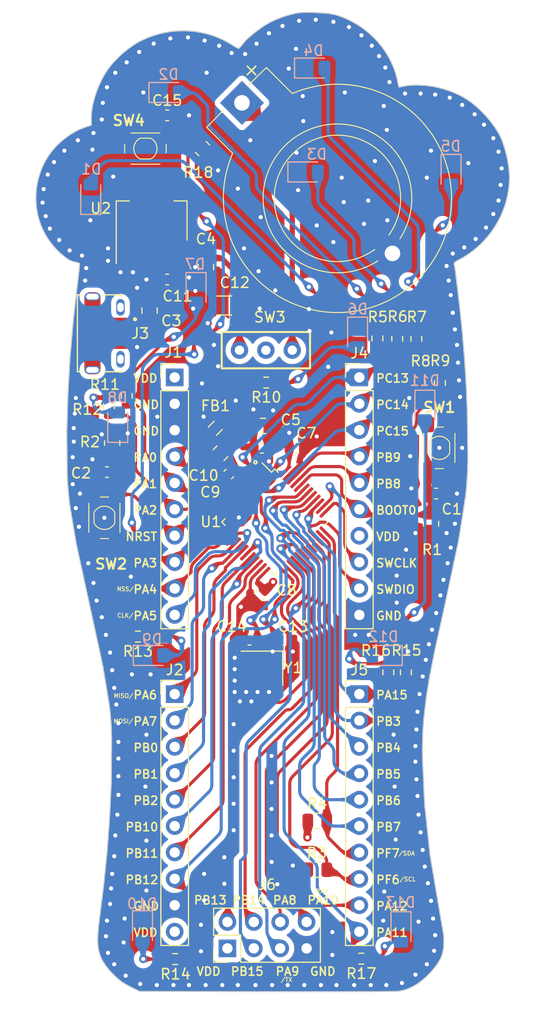
<source format=kicad_pcb>
(kicad_pcb (version 20221018) (generator pcbnew)
  (layers (0 "F.Cu" signal) (1 "In1.Cu" power "GND") (2 "In2.Cu" power "PWR") (31 "B.Cu" signal) (34 "B.Paste" user) (35 "F.Paste" user) (36 "B.SilkS" user "B.Silkscreen") (37 "F.SilkS" user "F.Silkscreen") (38 "B.Mask" user) (39 "F.Mask" user) (44 "Edge.Cuts" user))
  (net 0 "")
  (net 1 "PA11")
  (net 2 "PA4{slash}SPI_NSS")
  (net 3 "PB2")
  (net 4 "PB1")
  (net 5 "PB0")
  (net 6 "PA5{slash}SPI_CLOCK")
  (net 7 "PA6{slash}SPI_MISO")
  (net 8 "GND")
  (net 9 "PA12")
  (net 10 "PA7{slash}SPI_MOSI")
  (net 11 "PA8")
  (net 12 "PB15")
  (net 13 "PB14")
  (net 14 "PB13")
  (net 15 "PB12")
  (net 16 "PA1")
  (net 17 "PA0")
  (net 18 "+3.3V")
  (net 19 "VBUS")
  (net 23 "+BATT")
  (net 24 "NRST")
  (net 25 "BOOT0")
  (net 26 "VDD")
  (net 27 "VDDA")
  (net 28 "PA15")
  (net 29 "PB3")
  (net 30 "PB4")
  (net 31 "PB5")
  (net 32 "PB6")
  (net 33 "PB7")
  (net 34 "PB8")
  (net 35 "PB9")
  (net 36 "PA3")
  (net 37 "PA2")
  (net 38 "PF7{slash}I2C_SDA")
  (net 39 "PF6{slash}I2C_SCL")
  (net 40 "PA9{slash}USART_TX")
  (net 41 "PA10{slash}USART_RX")
  (net 42 "SWCLK")
  (net 43 "SWDIO")
  (net 44 "PB11")
  (net 45 "PB10")
  (net 46 "/OSC_IN")
  (net 47 "/OSC_OUT")
  (net 48 "PC13")
  (net 49 "PC14")
  (net 50 "PC15")
  (net 51 "Net-(D1-A)")
  (net 52 "Net-(D2-A)")
  (net 53 "Net-(D3-A)")
  (net 54 "Net-(D4-A)")
  (net 55 "Net-(D5-A)")
  (net 56 "Net-(D6-A)")
  (net 57 "Net-(D7-A)")
  (net 58 "Net-(D8-A)")
  (net 59 "Net-(D9-A)")
  (net 60 "Net-(D10-A)")
  (net 61 "Net-(D11-A)")
  (net 62 "Net-(D12-A)")
  (net 63 "Net-(D13-A)")
  (footprint "USB:3mm x 4mm micro switch button" (layer "F.Cu") (at 151.2 109.6 -90)
    (fp_text reference "SW1")
    (fp_text value "SW_BOOT0")
  )
  (footprint "Capacitor_SMD:C_0603_1608Metric" (layer "F.Cu") (at 136.3 128.0625)
    (fp_text reference "C13")
    (fp_text value "10p")
  )
  (footprint "Capacitor_SMD:C_0603_1608Metric" (layer "F.Cu") (at 134.1225 109.59)
    (fp_text reference "C6" hide)
    (fp_text value "100n" hide)
  )
  (footprint "Capacitor_SMD:C_0603_1608Metric" (layer "F.Cu") (at 132.925 128.0625 180)
    (fp_text reference "C14")
    (fp_text value "10p")
  )
  (footprint "USB:CoinCell CR2032" (layer "F.Cu") (at 132.2 76.4 -45)
    (fp_text reference "BT1" hide)
    (fp_text value "Battery_Cell")
  )
  (footprint "Capacitor_SMD:C_0603_1608Metric" (layer "F.Cu") (at 150.9 114)
    (fp_text reference "C1")
    (fp_text value "100n")
  )
  (footprint "Capacitor_SMD:C_0603_1608Metric" (layer "F.Cu") (at 133.836 123.852 -135)
    (fp_text reference "C8")
    (fp_text value "100n" hide)
  )
  (footprint "Resistor_SMD:R_0603_1608Metric" (layer "F.Cu") (at 146.29 131.2 -90)
    (fp_text reference "R16")
    (fp_text value "1k")
  )
  (footprint "Resistor_SMD:R_0805_2012Metric" (layer "F.Cu") (at 139.45 150.2 180)
    (fp_text reference "R3")
    (fp_text value "1k" hide)
  )
  (footprint "Resistor_SMD:R_0805_2012Metric" (layer "F.Cu") (at 150.4 116.9 90)
    (fp_text reference "R1")
    (fp_text value "100k")
  )
  (footprint "USB:3mm x 4mm micro switch button" (layer "F.Cu") (at 122.9 80.8)
    (fp_text reference "SW4")
    (fp_text value "SW_NRST")
  )
  (footprint "USB:AMPHENOL_10118194-0001LF" (layer "F.Cu") (at 117.8 98.575 -90)
    (fp_text reference "J3")
    (fp_text value "USB_B_Micro")
  )
  (footprint "Capacitor_SMD:C_0603_1608Metric" (layer "F.Cu") (at 125 93.4 180)
    (fp_text reference "C11")
    (fp_text value "100n" hide)
  )
  (footprint "Connector_PinHeader_2.54mm:PinHeader_1x10_P2.54mm_Vertical" (layer "F.Cu") (at 143.5 133.3)
    (fp_text reference "J5")
    (fp_text value "Conn_01x10" hide)
  )
  (footprint "Package_QFP:LQFP-48_7x7mm_P0.5mm" (layer "F.Cu") (at 135.36 116.74 -45)
    (fp_text reference "U1")
    (fp_text value "STM32F030C6Tx" hide)
  )
  (footprint "Inductor_SMD:L_0805_2012Metric" (layer "F.Cu") (at 129.626555 107.719891 -135)
    (fp_text reference "FB1")
    (fp_text value "220 @ 600MHz" hide)
  )
  (footprint "Resistor_SMD:R_0603_1608Metric" (layer "F.Cu") (at 143.69 158.76 180)
    (fp_text reference "R17")
    (fp_text value "1k")
  )
  (footprint "SS12D00_switch:Schiebeschalter SS-12D00" (layer "F.Cu") (at 134.5 100.2)
    (fp_text reference "SW3")
    (fp_text value "SW_PWR")
  )
  (footprint "Resistor_SMD:R_0603_1608Metric" (layer "F.Cu") (at 122.18 127.76 180)
    (fp_text reference "R13")
    (fp_text value "1k")
  )
  (footprint "Capacitor_SMD:C_0603_1608Metric" (layer "F.Cu") (at 119.2 111.932 180)
    (fp_text reference "C2")
    (fp_text value "100n" hide)
  )
  (footprint "Resistor_SMD:R_0603_1608Metric" (layer "F.Cu") (at 119.39 105.59 -90)
    (fp_text reference "R12")
    (fp_text value "1k")
  )
  (footprint "Package_TO_SOT_SMD:SOT-223-3_TabPin2" (layer "F.Cu") (at 123.5 87.75 90)
    (fp_text reference "U2")
    (fp_text value "AMS1117-3.3" hide)
  )
  (footprint "Capacitor_SMD:C_0805_2012Metric" (layer "F.Cu") (at 130.126555 110.119891 45)
    (fp_text reference "C10")
    (fp_text value "1u" hide)
  )
  (footprint "Resistor_SMD:R_0603_1608Metric" (layer "F.Cu") (at 148.99 99.1 -90)
    (fp_text reference "R7")
    (fp_text value "1k")
  )
  (footprint "Capacitor_SMD:C_0805_2012Metric" (layer "F.Cu") (at 128.725 92.2 -90)
    (fp_text reference "C4")
    (fp_text value "10u" hide)
  )
  (footprint "Crystal:Crystal_SMD_3225-4Pin_3.2x2.5mm" (layer "F.Cu") (at 134.125 130.8125 180)
    (fp_text reference "Y1")
    (fp_text value "16MHz")
  )
  (footprint "Connector_PinHeader_2.54mm:PinHeader_1x10_P2.54mm_Vertical" (layer "F.Cu") (at 125.72 102.82)
    (fp_text reference "J1")
    (fp_text value "Conn_01x10" hide)
  )
  (footprint "Resistor_SMD:R_0603_1608Metric" (layer "F.Cu") (at 147.98 131.21 -90)
    (fp_text reference "R15")
    (fp_text value "1k")
  )
  (footprint "Resistor_SMD:R_0805_2012Metric" (layer "F.Cu") (at 128.4 80.8 -45)
    (fp_text reference "R18")
    (fp_text value "100k")
  )
  (footprint "Resistor_SMD:R_0805_2012Metric" (layer "F.Cu") (at 119.7 109.132 90)
    (fp_text reference "R2")
    (fp_text value "100k" hide)
  )
  (footprint "Resistor_SMD:R_0603_1608Metric" (layer "F.Cu") (at 151.26 103.36 -90)
    (fp_text reference "R9")
    (fp_text value "1k")
  )
  (footprint "Capacitor_SMD:C_1206_3216Metric" (layer "F.Cu") (at 130.5 95.9 180)
    (fp_text reference "C12")
    (fp_text value "47u" hide)
  )
  (footprint "Capacitor_SMD:C_0603_1608Metric" (layer "F.Cu") (at 125 77.6)
    (fp_text reference "C15")
    (fp_text value "100n")
  )
  (footprint "Resistor_SMD:R_0805_2012Metric" (layer "F.Cu") (at 139.45 145.5 180)
    (fp_text reference "R4")
    (fp_text value "1k" hide)
  )
  (footprint "Resistor_SMD:R_0603_1608Metric" (layer "F.Cu") (at 125.77 158.8)
    (fp_text reference "R14")
    (fp_text value "1k")
  )
  (footprint "Connector_PinHeader_2.54mm:PinHeader_1x10_P2.54mm_Vertical" (layer "F.Cu") (at 143.5 102.82)
    (fp_text reference "J4")
    (fp_text value "Conn_01x10" hide)
  )
  (footprint "Capacitor_SMD:C_0603_1608Metric" (layer "F.Cu") (at 137.5225 109.59)
    (fp_text reference "C7")
    (fp_text value "100n" hide)
  )
  (footprint "Connector_PinHeader_2.54mm:PinHeader_2x04_P2.54mm_Vertical" (layer "F.Cu") (at 130.8 157.77 90)
    (fp_text reference "J6")
    (fp_text value "Conn_02x04_Odd_Even")
  )
  (footprint "Resistor_SMD:R_0603_1608Metric" (layer "F.Cu") (at 145.24 99.075 -90)
    (fp_text reference "R5")
    (fp_text value "1k")
  )
  (footprint "USB:3mm x 4mm micro switch button" (layer "F.Cu") (at 118.95 116.332 -90)
    (fp_text reference "SW2")
    (fp_text value "SW_NRST")
  )
  (footprint "Capacitor_SMD:C_0603_1608Metric" (layer "F.Cu") (at 130.926555 112.119891 45)
    (fp_text reference "C9")
    (fp_text value "10n" hide)
  )
  (footprint "Resistor_SMD:R_0603_1608Metric" (layer "F.Cu") (at 149.32 103.33 -90)
    (fp_text reference "R8")
    (fp_text value "1k")
  )
  (footprint "Resistor_SMD:R_0603_1608Metric" (layer "F.Cu") (at 121.1 104.6 -90)
    (fp_text reference "R11")
    (fp_text value "1k")
  )
  (footprint "Capacitor_SMD:C_0805_2012Metric" (layer "F.Cu") (at 123.3 96.4 90)
    (fp_text reference "C3")
    (fp_text value "10u" hide)
  )
  (footprint "Connector_PinHeader_2.54mm:PinHeader_1x10_P2.54mm_Vertical" (layer "F.Cu") (at 125.72 133.3)
    (fp_text reference "J2")
    (fp_text value "Conn_01x10" hide)
  )
  (footprint "LOGO" (layer "F.Cu") (at 135.03 114.68)
    (fp_text reference "G***" hide)
    (fp_text value "LOGO" hide)
  )
  (footprint "Resistor_SMD:R_0603_1608Metric" (layer "F.Cu") (at 147.15 99.095 -90)
    (fp_text reference "R6")
    (fp_text value "1k")
  )
  (footprint "Resistor_SMD:R_0603_1608Metric" (layer "F.Cu") (at 134.54 103.32 180)
    (fp_text reference "R10")
    (fp_text value "1k")
  )
  (footprint "Capacitor_SMD:C_0805_2012Metric" (layer "F.Cu") (at 134.2225 107.49)
    (fp_text reference "C5")
    (fp_text value "4u7" hide)
  )
  (footprint "LED_SMD:LED_0805_2012Metric_Pad1.15x1.40mm_HandSolder" (layer "B.Cu") (at 125.1 75.4)
    (fp_text reference "D2")
    (fp_text value "LED")
  )
  (footprint "LED_SMD:LED_0805_2012Metric_Pad1.15x1.40mm_HandSolder" (layer "B.Cu") (at 143.33 98.88 -90)
    (fp_text reference "D6")
    (fp_text value "LED")
  )
  (footprint "LED_SMD:LED_0805_2012Metric_Pad1.15x1.40mm_HandSolder" (layer "B.Cu") (at 145.7675 129.58 180)
    (fp_text reference "D12")
    (fp_text value "LED")
  )
  (footprint "LED_SMD:LED_0805_2012Metric_Pad1.15x1.40mm_HandSolder" (layer "B.Cu") (at 147.51 156.1 -90)
    (fp_text reference "D13")
    (fp_text value "LED" hide)
  )
  (footprint "LED_SMD:LED_0805_2012Metric_Pad1.15x1.40mm_HandSolder" (layer "B.Cu") (at 120.24 107.2175 90)
    (fp_text reference "D8")
    (fp_text value "LED")
  )
  (footprint "LED_SMD:LED_0805_2012Metric_Pad1.15x1.40mm_HandSolder" (layer "B.Cu") (at 127.78 94.5925 -90)
    (fp_text reference "D7")
    (fp_text value "LED")
  )
  (footprint "LED_SMD:LED_0805_2012Metric_Pad1.15x1.40mm_HandSolder" (layer "B.Cu") (at 139.1225 73.05)
    (fp_text reference "D4")
    (fp_text value "LED")
  )
  (footprint "LED_SMD:LED_0805_2012Metric_Pad1.15x1.40mm_HandSolder" (layer "B.Cu") (at 123.5925 129.58)
    (fp_text reference "D9")
    (fp_text value "LED")
  )
  (footprint "LED_SMD:LED_0805_2012Metric_Pad1.15x1.40mm_HandSolder" (layer "B.Cu") (at 138.48 83.05)
    (fp_text reference "D3")
    (fp_text value "LED")
  )
  (footprint "LED_SMD:LED_0805_2012Metric_Pad1.15x1.40mm_HandSolder" (layer "B.Cu") (at 117.64 85.2775 90)
    (fp_text reference "D1")
    (fp_text value "LED" hide)
  )
  (footprint "LED_SMD:LED_0805_2012Metric_Pad1.15x1.40mm_HandSolder" (layer "B.Cu") (at 122.62 156.0025 -90)
    (fp_text reference "D10")
    (fp_text value "LED")
  )
  (footprint "LED_SMD:LED_0805_2012Metric_Pad1.15x1.40mm_HandSolder" (layer "B.Cu") (at 149.81 105.9125 -90)
    (fp_text reference "D11")
    (fp_text value "LED")
  )
  (footprint "LED_SMD:LED_0805_2012Metric_Pad1.15x1.40mm_HandSolder" (layer "B.Cu") (at 152.33 83.2225 -90)
    (fp_text reference "D5")
    (fp_text value "LED")
  )
  (gr_circle (center 133.4975 110.99) (end 133.5475 111.04) (stroke (width 0.15)) (fill none) (layer "F.SilkS"))
  (gr_line (start 118.801913 130.629515) (end 119.412252 134.327228) (stroke (width 0.1)) (layer "Edge.Cuts"))
  (gr_arc (start 119.224103 73.261282) (mid 119.528932 72.846748) (end 119.863376 72.455714) (stroke (width 0.1)) (layer "Edge.Cuts"))
  (gr_line (start 119.609341 141.623162) (end 119.448547 145.103255) (stroke (width 0.1)) (layer "Edge.Cuts"))
  (gr_arc (start 137.824513 67.706195) (mid 138.082205 67.689391) (end 138.340397 67.684463) (stroke (width 0.1)) (layer "Edge.Cuts"))
  (gr_line (start 119.78826 160.270007) (end 120.206884 160.665809) (stroke (width 0.1)) (layer "Edge.Cuts"))
  (gr_line (start 117.691656 78.545209) (end 117.166656 78.714561) (stroke (width 0.1)) (layer "Edge.Cuts"))
  (gr_arc (start 152.634104 91.94099) (mid 152.689916 92.152964) (end 152.726919 92.369017) (stroke (width 0.1)) (layer "Edge.Cuts"))
  (gr_arc (start 157.89089 82.547226) (mid 157.953995 83.879501) (end 157.801923 85.204573) (stroke (width 0.1)) (layer "Edge.Cuts"))
  (gr_arc (start 149.583367 139.270082) (mid 149.609282 137.359046) (end 149.740482 135.452343) (stroke (width 0.1)) (layer "Edge.Cuts"))
  (gr_line (start 149.978248 133.453072) (end 150.305031 131.456711) (stroke (width 0.1)) (layer "Edge.Cuts"))
  (gr_arc (start 149.50144 160.889858) (mid 149.18899 161.123872) (end 148.86061 161.334951) (stroke (width 0.1)) (layer "Edge.Cuts"))
  (gr_arc (start 116.246464 91.742904) (mid 116.317549 91.761539) (end 116.387748 91.783278) (stroke (width 0.1)) (layer "Edge.Cuts"))
  (gr_line (start 116.436159 93.131612) (end 116.344191 93.878501) (stroke (width 0.1)) (layer "Edge.Cuts"))
  (gr_line (start 117.505099 124.658244) (end 118.801913 130.629515) (stroke (width 0.1)) (layer "Edge.Cuts"))
  (gr_line (start 121.437451 161.470727) (end 122.326477 161.911282) (stroke (width 0.1)) (layer "Edge.Cuts"))
  (gr_arc (start 120.682212 71.657018) (mid 121.122521 71.29166) (end 121.581754 70.950393) (stroke (width 0.1)) (layer "Edge.Cuts"))
  (gr_line (start 134.281518 69.004525) (end 133.488327 69.571933) (stroke (width 0.1)) (layer "Edge.Cuts"))
  (gr_arc (start 124.621078 69.661293) (mid 125.752508 69.490113) (end 126.896493 69.46301) (stroke (width 0.1)) (layer "Edge.Cuts"))
  (gr_arc (start 120.962545 161.215664) (mid 120.765682 161.094537) (end 120.575356 160.963377) (stroke (width 0.1)) (layer "Edge.Cuts"))
  (gr_arc (start 112.925419 82.692073) (mid 113.401491 81.753068) (end 114.012515 80.895733) (stroke (width 0.1)) (layer "Edge.Cuts"))
  (gr_line (start 157.89089 82.547226) (end 157.76012 81.78068) (stroke (width 0.1)) (layer "Edge.Cuts"))
  (gr_line (start 115.322399 108.061282) (end 115.357538 112.016048) (stroke (width 0.1)) (layer "Edge.Cuts"))
  (gr_arc (start 129.132195 69.840004) (mid 130.182947 70.236159) (end 131.172431 70.76714) (stroke (width 0.1)) (layer "Edge.Cuts"))
  (gr_arc (start 151.597286 156.334851) (mid 151.649372 157.112258) (end 151.589766 157.889125) (stroke (width 0.1)) (layer "Edge.Cuts"))
  (gr_arc (start 156.44167 78.586827) (mid 156.775078 79.086376) (end 157.066939 79.611282) (stroke (width 0.1)) (layer "Edge.Cuts"))
  (gr_line (start 150.819572 128.902967) (end 151.702601 124.911282) (stroke (width 0.1)) (layer "Edge.Cuts"))
  (gr_line (start 135.410954 68.397587) (end 135.025182 68.575336) (stroke (width 0.1)) (layer "Edge.Cuts"))
  (gr_line (start 150.322098 148.830079) (end 149.793078 143.888835) (stroke (width 0.1)) (layer "Edge.Cuts"))
  (gr_line (start 116.55853 91.931657) (end 116.505344 92.488941) (stroke (width 0.1)) (layer "Edge.Cuts"))
  (gr_line (start 116.344191 93.878501) (end 115.937085 97.41514) (stroke (width 0.1)) (layer "Edge.Cuts"))
  (gr_arc (start 114.012515 80.895733) (mid 114.335664 80.534668) (end 114.683857 80.197688) (stroke (width 0.1)) (layer "Edge.Cuts"))
  (gr_line (start 150.305031 131.456711) (end 150.819572 128.902967) (stroke (width 0.1)) (layer "Edge.Cuts"))
  (gr_line (start 132.024134 71.02136) (end 131.912978 71.139072) (stroke (width 0.1)) (layer "Edge.Cuts"))
  (gr_line (start 119.219286 148.287577) (end 118.891788 151.535057) (stroke (width 0.1)) (layer "Edge.Cuts"))
  (gr_line (start 115.620706 115.195236) (end 116.237486 118.836431) (stroke (width 0.1)) (layer "Edge.Cuts"))
  (gr_arc (start 118.118676 75.527859) (mid 118.344817 74.919625) (end 118.608705 74.326791) (stroke (width 0.1)) (layer "Edge.Cuts"))
  (gr_line (start 116.08883 91.710804) (end 116.246463 91.742904) (stroke (width 0.1)) (layer "Edge.Cuts"))
  (gr_arc (start 114.572568 90.746819) (mid 114.156875 90.312044) (end 113.775403 89.846953) (stroke (width 0.1)) (layer "Edge.Cuts"))
  (gr_line (start 119.448547 145.103255) (end 119.219286 148.287577) (stroke (width 0.1)) (layer "Edge.Cuts"))
  (gr_arc (start 132.291656 70.69937) (mid 132.522136 70.425662) (end 132.77551 70.172999) (stroke (width 0.1)) (layer "Edge.Cuts"))
  (gr_arc (start 115.620706 115.195236) (mid 115.450829 113.608812) (end 115.357538 112.016048) (stroke (width 0.1)) (layer "Edge.Cuts"))
  (gr_arc (start 134.281518 69.004525) (mid 134.647136 68.779163) (end 135.025182 68.575336) (stroke (width 0.1)) (layer "Edge.Cuts"))
  (gr_line (start 134.684067 161.938696) (end 140.255906 161.945086) (stroke (width 0.1)) (layer "Edge.Cuts"))
  (gr_line (start 133.488327 69.571933) (end 132.77551 70.172999) (stroke (width 0.1)) (layer "Edge.Cuts"))
  (gr_line (start 132.152523 70.873736) (end 132.024134 71.02136) (stroke (width 0.1)) (layer "Edge.Cuts"))
  (gr_arc (start 151.589766 157.889125) (mid 151.430231 158.504018) (end 151.145383 159.071825) (stroke (width 0.1)) (layer "Edge.Cuts"))
  (gr_arc (start 141.073548 67.887407) (mid 141.446938 67.987625) (end 141.811808 68.115428) (stroke (width 0.1)) (layer "Edge.Cuts"))
  (gr_arc (start 120.575356 160.963377) (mid 120.387397 160.819203) (end 120.206884 160.665809) (stroke (width 0.1)) (layer "Edge.Cuts"))
  (gr_line (start 153.694473 101.871329) (end 153.563693 100.12351) (stroke (width 0.1)) (layer "Edge.Cuts"))
  (gr_line (start 137.375112 67.772564) (end 136.798275 67.908809) (stroke (width 0.1)) (layer "Edge.Cuts"))
  (gr_line (start 136.376829 68.034572) (end 135.888284 68.207607) (stroke (width 0.1)) (layer "Edge.Cuts"))
  (gr_line (start 119.642372 137.55982) (end 119.609341 141.623162) (stroke (width 0.1)) (layer "Edge.Cuts"))
  (gr_line (start 116.387748 91.783278) (end 116.499979 91.825874) (stroke (width 0.1)) (layer "Edge.Cuts"))
  (gr_arc (start 149.093129 74.67656) (mid 149.888648 74.72077) (end 150.677427 74.83317) (stroke (width 0.1)) (layer "Edge.Cuts"))
  (gr_arc (start 150.677427 74.83317) (mid 151.472519 75.016535) (end 152.24938 75.266096) (stroke (width 0.1)) (layer "Edge.Cuts"))
  (gr_line (start 151.139843 153.653393) (end 150.322098 148.830079) (stroke (width 0.1)) (layer "Edge.Cuts"))
  (gr_line (start 144.12722 161.933489) (end 147.070717 161.911804) (stroke (width 0.1)) (layer "Edge.Cuts"))
  (gr_arc (start 157.801923 85.204573) (mid 157.437188 86.52015) (end 156.879011 87.76603) (stroke (width 0.1)) (layer "Edge.Cuts"))
  (gr_line (start 157.55795 80.960605) (end 157.316533 80.196958) (stroke (width 0.1)) (layer "Edge.Cuts"))
  (gr_arc (start 113.775403 89.846953) (mid 113.442515 89.367881) (end 113.150654 88.862765) (stroke (width 0.1)) (layer "Edge.Cuts"))
  (gr_line (start 147.310253 74.882562) (end 147.189635 74.296922) (stroke (width 0.1)) (layer "Edge.Cuts"))
  (gr_arc (start 152.24938 75.266096) (mid 152.98048 75.574083) (end 153.680353 75.947636) (stroke (width 0.1)) (layer "Edge.Cuts"))
  (gr_line (start 149.793078 143.888835) (end 149.583367 139.270082) (stroke (width 0.1)) (layer "Edge.Cuts"))
  (gr_line (start 149.740482 135.452343) (end 149.978248 133.453072) (stroke (width 0.1)) (layer "Edge.Cuts"))
  (gr_line (start 152.809265 91.664691) (end 153.011412 91.551914) (stroke (width 0.1)) (layer "Edge.Cuts"))
  (gr_arc (start 141.811808 68.115428) (mid 142.231013 68.291362) (end 142.641656 68.486447) (stroke (width 0.1)) (layer "Edge.Cuts"))
  (gr_arc (start 155.591823 77.552047) (mid 156.031894 78.056997) (end 156.44167 78.586827) (stroke (width 0.1)) (layer "Edge.Cuts"))
  (gr_arc (start 119.863376 72.455714) (mid 120.262102 72.045404) (end 120.682212 71.657018) (stroke (width 0.1)) (layer "Edge.Cuts"))
  (gr_line (start 115.937085 97.41514) (end 115.634205 100.914448) (stroke (width 0.1)) (layer "Edge.Cuts"))
  (gr_arc (start 116.08883 91.710804) (mid 115.72748 91.607666) (end 115.3976 91.427694) (stroke (width 0.1)) (layer "Edge.Cuts"))
  (gr_arc (start 137.375112 67.772564) (mid 137.598842 67.732807) (end 137.824513 67.706195) (stroke (width 0.1)) (layer "Edge.Cuts"))
  (gr_line (start 151.597286 156.334851) (end 151.139843 153.653393) (stroke (width 0.1)) (layer "Edge.Cuts"))
  (gr_line (start 153.797646 103.626362) (end 153.694473 101.871329) (stroke (width 0.1)) (layer "Edge.Cuts"))
  (gr_line (start 117.691656 77.816068) (end 117.691656 78.545209) (stroke (width 0.1)) (layer "Edge.Cuts"))
  (gr_line (start 131.825555 71.147032) (end 131.638251 71.044391) (stroke (width 0.1)) (layer "Edge.Cuts"))
  (gr_line (start 153.209714 96.383777) (end 152.973344 94.354245) (stroke (width 0.1)) (layer "Edge.Cuts"))
  (gr_arc (start 113.150654 88.862765) (mid 112.736207 87.900067) (end 112.471804 86.885846) (stroke (width 0.1)) (layer "Edge.Cuts"))
  (gr_arc (start 152.690273 91.759748) (mid 152.746755 91.708447) (end 152.809265 91.664691) (stroke (width 0.1)) (layer "Edge.Cuts"))
  (gr_arc (start 140.261893 67.759063) (mid 140.669904 67.809426) (end 141.073548 67.887407) (stroke (width 0.1)) (layer "Edge.Cuts"))
  (gr_arc (start 148.86061 161.334951) (mid 148.541285 161.508007) (end 148.209493 161.655763) (stroke (width 0.1)) (layer "Edge.Cuts"))
  (gr_line (start 131.419161 70.9179) (end 131.172431 70.76714) (stroke (width 0.1)) (layer "Edge.Cuts"))
  (gr_line (start 153.965368 110.50355) (end 153.890535 105.661282) (stroke (width 0.1)) (layer "Edge.Cuts"))
  (gr_arc (start 116.542225 91.862202) (mid 116.556038 91.895601) (end 116.55853 91.931657) (stroke (width 0.1)) (layer "Edge.Cuts"))
  (gr_arc (start 152.634104 91.94099) (mid 152.627448 91.894924) (end 152.635455 91.849075) (stroke (width 0.1)) (layer "Edge.Cuts"))
  (gr_arc (start 118.299672 156.927394) (mid 118.341745 156.067454) (end 118.432496 155.211282) (stroke (width 0.1)) (layer "Edge.Cuts"))
  (gr_arc (start 112.395696 84.757999) (mid 112.586448 83.706034) (end 112.925419 82.692073) (stroke (width 0.1)) (layer "Edge.Cuts"))
  (gr_line (start 153.890535 105.661282) (end 153.797646 103.626362) (stroke (width 0.1)) (layer "Edge.Cuts"))
  (gr_arc (start 116.499978 91.825874) (mid 116.523923 91.84076) (end 116.542225 91.862202) (stroke (width 0.1)) (layer "Edge.Cuts"))
  (gr_line (start 151.702601 124.911282) (end 153.078535 118.452955) (stroke (width 0.1)) (layer "Edge.Cuts"))
  (gr_arc (start 118.923208 159.216087) (mid 118.644253 158.71427) (end 118.450791 158.173707) (stroke (width 0.1)) (layer "Edge.Cuts"))
  (gr_arc (start 115.472717 79.573869) (mid 115.888203 79.306101) (end 116.320221 79.065915) (stroke (width 0.1)) (layer "Edge.Cuts"))
  (gr_arc (start 119.412252 134.327228) (mid 119.569617 135.940512) (end 119.642372 137.55982) (stroke (width 0.1)) (layer "Edge.Cuts"))
  (gr_line (start 153.563693 100.12351) (end 153.386309 98.111282) (stroke (width 0.1)) (layer "Edge.Cuts"))
  (gr_arc (start 121.581754 70.950393) (mid 122.013447 70.670285) (end 122.464536 70.42262) (stroke (width 0.1)) (layer "Edge.Cuts"))
  (gr_line (start 152.973344 94.354245) (end 152.726919 92.369017) (stroke (width 0.1)) (layer "Edge.Cuts"))
  (gr_arc (start 145.602948 70.912305) (mid 146.146987 71.693583) (end 146.600543 72.530636) (stroke (width 0.1)) (layer "Edge.Cuts"))
  (gr_line (start 153.386309 98.111282) (end 153.209714 96.383777) (stroke (width 0.1)) (layer "Edge.Cuts"))
  (gr_line (start 120.962545 161.215664) (end 121.437451 161.470727) (stroke (width 0.1)) (layer "Edge.Cuts"))
  (gr_arc (start 154.633307 76.63023) (mid 155.126118 77.077046) (end 155.591823 77.552047) (stroke (width 0.1)) (layer "Edge.Cuts"))
  (gr_arc (start 147.53541 161.86073) (mid 147.304352 161.897988) (end 147.070717 161.911804) (stroke (width 0.1)) (layer "Edge.Cuts"))
  (gr_arc (start 117.797602 76.734986) (mid 117.938638 76.126236) (end 118.118676 75.527859) (stroke (width 0.1)) (layer "Edge.Cuts"))
  (gr_arc (start 146.600543 72.530636) (mid 146.94761 73.396262) (end 147.189635 74.296922) (stroke (width 0.1)) (layer "Edge.Cuts"))
  (gr_arc (start 112.471804 86.885846) (mid 112.357276 85.824658) (end 112.395696 84.757999) (stroke (width 0.1)) (layer "Edge.Cuts"))
  (gr_arc (start 115.3976 91.427694) (mid 114.971484 91.103736) (end 114.572568 90.746819) (stroke (width 0.1)) (layer "Edge.Cuts"))
  (gr_arc (start 116.320221 79.065915) (mid 116.736282 78.872997) (end 117.166656 78.714561) (stroke (width 0.1)) (layer "Edge.Cuts"))
  (gr_arc (start 153.965368 110.50355) (mid 153.89829 112.393711) (end 153.733437 114.277863) (stroke (width 0.1)) (layer "Edge.Cuts"))
  (gr_arc (start 131.872431 71.157496) (mid 131.848268 71.155506) (end 131.825555 71.147032) (stroke (width 0.1)) (layer "Edge.Cuts"))
  (gr_arc (start 153.680353 75.947636) (mid 154.171433 76.268546) (end 154.633307 76.63023) (stroke (width 0.1)) (layer "Edge.Cuts"))
  (gr_arc (start 156.879011 87.76603) (mid 156.134071 88.925265) (end 155.225132 89.960924) (stroke (width 0.1)) (layer "Edge.Cuts"))
  (gr_line (start 116.237486 118.836431) (end 117.505099 124.658244) (stroke (width 0.1)) (layer "Edge.Cuts"))
  (gr_line (start 136.798275 67.908809) (end 136.376829 68.034572) (stroke (width 0.1)) (layer "Edge.Cuts"))
  (gr_arc (start 126.896493 69.46301) (mid 128.026378 69.580143) (end 129.132195 69.840004) (stroke (width 0.1)) (layer "Edge.Cuts"))
  (gr_arc (start 152.635455 91.849075) (mid 152.657936 91.801387) (end 152.690273 91.759748) (stroke (width 0.1)) (layer "Edge.Cuts"))
  (gr_arc (start 148.209493 161.655763) (mid 147.876806 161.772566) (end 147.53541 161.86073) (stroke (width 0.1)) (layer "Edge.Cuts"))
  (gr_arc (start 157.066939 79.611282) (mid 157.201122 79.90012) (end 157.316533 80.196958) (stroke (width 0.1)) (layer "Edge.Cuts"))
  (gr_arc (start 144.257327 69.536655) (mid 144.968095 70.187352) (end 145.602948 70.912305) (stroke (width 0.1)) (layer "Edge.Cuts"))
  (gr_line (start 140.261893 67.759063) (end 139.191656 67.697358) (stroke (width 0.1)) (layer "Edge.Cuts"))
  (gr_line (start 131.638251 71.044391) (end 131.419161 70.9179) (stroke (width 0.1)) (layer "Edge.Cuts"))
  (gr_line (start 147.625955 74.817321) (end 147.310253 74.882562) (stroke (width 0.1)) (layer "Edge.Cuts"))
  (gr_arc (start 131.912978 71.139072) (mid 131.894438 71.152102) (end 131.872431 71.157496) (stroke (width 0.1)) (layer "Edge.Cuts"))
  (gr_arc (start 155.225132 89.960924) (mid 154.179135 90.841104) (end 153.011412 91.551914) (stroke (width 0.1)) (layer "Edge.Cuts"))
  (gr_line (start 132.291656 70.69937) (end 132.152523 70.873736) (stroke (width 0.1)) (layer "Edge.Cuts"))
  (gr_line (start 115.43086 104.441464) (end 115.322399 108.061282) (stroke (width 0.1)) (layer "Edge.Cuts"))
  (gr_arc (start 117.691656 77.816068) (mid 117.718207 77.272938) (end 117.797602 76.734986) (stroke (width 0.1)) (layer "Edge.Cuts"))
  (gr_arc (start 114.683857 80.197688) (mid 115.068291 79.873138) (end 115.472717 79.573869) (stroke (width 0.1)) (layer "Edge.Cuts"))
  (gr_arc (start 119.78826 160.270007) (mid 119.329863 159.764282) (end 118.923208 159.216087) (stroke (width 0.1)) (layer "Edge.Cuts"))
  (gr_arc (start 147.625955 74.817321) (mid 148.355733 74.707234) (end 149.093129 74.67656) (stroke (width 0.1)) (layer "Edge.Cuts"))
  (gr_arc (start 122.464536 70.42262) (mid 123.518795 69.973939) (end 124.621078 69.661293) (stroke (width 0.1)) (layer "Edge.Cuts"))
  (gr_line (start 139.191656 67.697358) (end 138.340397 67.684463) (stroke (width 0.1)) (layer "Edge.Cuts"))
  (gr_line (start 116.505344 92.488941) (end 116.436159 93.131612) (stroke (width 0.1)) (layer "Edge.Cuts"))
  (gr_line (start 115.634205 100.914448) (end 115.43086 104.441464) (stroke (width 0.1)) (layer "Edge.Cuts"))
  (gr_arc (start 142.641656 68.486447) (mid 143.478349 68.967156) (end 144.257327 69.536655) (stroke (width 0.1)) (layer "Edge.Cuts"))
  (gr_line (start 135.888284 68.207607) (end 135.410954 68.397587) (stroke (width 0.1)) (layer "Edge.Cuts"))
  (gr_line (start 118.891788 151.535057) (end 118.432496 155.211282) (stroke (width 0.1)) (layer "Edge.Cuts"))
  (gr_line (start 157.76012 81.78068) (end 157.55795 80.960605) (stroke (width 0.1)) (layer "Edge.Cuts"))
  (gr_line (start 122.326477 161.911282) (end 134.684067 161.938696) (stroke (width 0.1)) (layer "Edge.Cuts"))
  (gr_arc (start 151.145383 159.071825) (mid 150.678732 159.719181) (end 150.144959 160.312411) (stroke (width 0.1)) (layer "Edge.Cuts"))
  (gr_line (start 140.255906 161.945086) (end 144.12722 161.933489) (stroke (width 0.1)) (layer "Edge.Cuts"))
  (gr_arc (start 118.608705 74.326791) (mid 118.896804 73.782716) (end 119.224103 73.261282) (stroke (width 0.1)) (layer "Edge.Cuts"))
  (gr_line (start 153.078535 118.452955) (end 153.733437 114.277863) (stroke (width 0.1)) (layer "Edge.Cuts"))
  (gr_arc (start 150.144959 160.312411) (mid 149.83081 160.609616) (end 149.50144 160.889858) (stroke (width 0.1)) (layer "Edge.Cuts"))
  (gr_arc (start 118.450791 158.173707) (mid 118.331167 157.555893) (end 118.299672 156.927394) (stroke (width 0.1)) (layer "Edge.Cuts"))
  (gr_text "PB7" (at 145.034 146.558) (layer "F.SilkS") (effects (font (size 0.8 0.8)) (justify left bottom)))
  (gr_text "GND" (at 121.666 154.178) (layer "F.SilkS") (effects (font (size 0.8 0.8)) (justify left bottom)))
  (gr_text "PA3" (at 121.666 121.158) (layer "F.SilkS") (effects (font (size 0.8 0.8)) (justify left bottom)))
  (gr_text "/TX" (at 135.89 161.02) (layer "F.SilkS") (effects (font (size 0.4 0.4) (thickness 0.08) bold) (justify left bottom)))
  (gr_text "PF7" (at 145.034 149.098) (layer "F.SilkS") (effects (font (size 0.8 0.8)) (justify left bottom)))
  (gr_text "PA0" (at 121.666 110.998) (layer "F.SilkS") (effects (font (size 0.8 0.8)) (justify left bottom)))
  (gr_text "GND" (at 121.666 105.918) (layer "F.SilkS") (effects (font (size 0.8 0.8)) (justify left bottom)))
  (gr_text "SWDIO" (at 145.034 123.698) (layer "F.SilkS") (effects (font (size 0.8 0.8)) (justify left bottom)))
  (gr_text "GND" (at 121.666 108.458) (layer "F.SilkS") (effects (font (size 0.8 0.8)) (justify left bottom)))
  (gr_text "PA6" (at 121.666 133.858) (layer "F.SilkS") (effects (font (size 0.8 0.8)) (justify left bottom)))
  (gr_text "NSS/" (at 120.11 123.42) (layer "F.SilkS") (effects (font (size 0.4 0.4) (thickness 0.08) bold) (justify left bottom)))
  (gr_text "PB2" (at 121.666 144.018) (layer "F.SilkS") (effects (font (size 0.8 0.8)) (justify left bottom)))
  (gr_text "PA7" (at 121.666 136.398) (layer "F.SilkS") (effects (font (size 0.8 0.8)) (justify left bottom)))
  (gr_text "PA11" (at 145.034 156.718) (layer "F.SilkS") (effects (font (size 0.8 0.8)) (justify left bottom)))
  (gr_text "VDD" (at 145.034 118.618) (layer "F.SilkS") (effects (font (size 0.8 0.8)) (justify left bottom)))
  (gr_text "PB1" (at 121.666 141.478) (layer "F.SilkS") (effects (font (size 0.8 0.8)) (justify left bottom)))
  (gr_text "/SDA" (at 147.24 148.86) (layer "F.SilkS") (effects (font (size 0.4 0.4) (thickness 0.08) bold) (justify left bottom)))
  (gr_text "MISO/" (at 119.81 133.7) (layer "F.SilkS") (effects (font (size 0.4 0.4) (thickness 0.08) bold) (justify left bottom)))
  (gr_text "PA12" (at 145.034 154.178) (layer "F.SilkS") (effects (font (size 0.8 0.8)) (justify left bottom)))
  (gr_text "VDD" (at 127.742 160.458) (layer "F.SilkS") (effects (font (size 0.8 0.8)) (justify left bottom)))
  (gr_text "PB13" (at 127.488 153.6) (layer "F.SilkS") (effects (font (size 0.8 0.8)) (justify left bottom)))
  (gr_text "MOSI/" (at 119.79 136.14) (layer "F.SilkS") (effects (font (size 0.4 0.4) (thickness 0.08) bold) (justify left bottom)))
  (gr_text "NRST" (at 120.904 118.618) (layer "F.SilkS") (effects (font (size 0.8 0.8)) (justify left bottom)))
  (gr_text "GND" (at 145.034 126.238) (layer "F.SilkS") (effects (font (size 0.8 0.8)) (justify left bottom)))
  (gr_text "VDD" (at 121.666 156.718) (layer "F.SilkS") (effects (font (size 0.8 0.8)) (justify left bottom)))
  (gr_text "PA1" (at 121.666 113.538) (layer "F.SilkS") (effects (font (size 0.8 0.8)) (justify left bottom)))
  (gr_text "PB4" (at 145.034 138.938) (layer "F.SilkS") (effects (font (size 0.8 0.8)) (justify left bottom)))
  (gr_text "PB11" (at 120.904 149.098) (layer "F.SilkS") (effects (font (size 0.8 0.8)) (justify left bottom)))
  (gr_text "PA9" (at 135.362 160.458) (layer "F.SilkS") (effects (font (size 0.8 0.8)) (justify left bottom)))
  (gr_text "PB10" (at 120.904 146.558) (layer "F.SilkS") (effects (font (size 0.8 0.8)) (justify left bottom)))
  (gr_text "PB3" (at 145.034 136.398) (layer "F.SilkS") (effects (font (size 0.8 0.8)) (justify left bottom)))
  (gr_text "PA15" (at 145.034 133.858) (layer "F.SilkS") (effects (font (size 0.8 0.8)) (justify left bottom)))
  (gr_text "VDD" (at 121.666 103.378) (layer "F.SilkS") (effects (font (size 0.8 0.8)) (justify left bottom)))
  (gr_text "PC15" (at 145.034 108.458) (layer "F.SilkS") (effects (font (size 0.8 0.8)) (justify left bottom)))
  (gr_text "BOOT0" (at 145.034 116.078) (layer "F.SilkS") (effects (font (size 0.8 0.8)) (justify left bottom)))
  (gr_text "PC14" (at 145.034 105.918) (layer "F.SilkS") (effects (font (size 0.8 0.8)) (justify left bottom)))
  (gr_text "PB15" (at 131.044 160.458) (layer "F.SilkS") (effects (font (size 0.8 0.8)) (justify left bottom)))
  (gr_text "PA5" (at 121.666 126.238) (layer "F.SilkS") (effects (font (size 0.8 0.8)) (justify left bottom)))
  (gr_text "PA8" (at 135.1 153.6) (layer "F.SilkS") (effects (font (size 0.8 0.8)) (justify left bottom)))
  (gr_text "PB8" (at 145.034 113.538) (layer "F.SilkS") (effects (font (size 0.8 0.8)) (justify left bottom)))
  (gr_text "CLK/" (at 120.14 125.97) (layer "F.SilkS") (effects (font (size 0.4 0.4) (thickness 0.08) bold) (justify left bottom)))
  (gr_text "PA2" (at 121.666 116.078) (layer "F.SilkS") (effects (font (size 0.8 0.8)) (justify left bottom)))
  (gr_text "SWCLK" (at 145.034 121.158) (layer "F.SilkS") (effects (font (size 0.8 0.8)) (justify left bottom)))
  (gr_text "PB9" (at 145.034 110.998) (layer "F.SilkS") (effects (font (size 0.8 0.8)) (justify left bottom)))
  (gr_text "RX/" (at 139.26 152.51) (layer "F.SilkS") (effects (font (size 0.4 0.4) (thickness 0.08) bold) (justify left bottom)))
  (gr_text "PA10" (at 138.41 153.6) (layer "F.SilkS") (effects (font (size 0.8 0.8)) (justify left bottom)))
  (gr_text "PB14" (at 131.2 153.6) (layer "F.SilkS") (effects (font (size 0.8 0.8)) (justify left bottom)))
  (gr_text "PB0" (at 121.666 138.938) (layer "F.SilkS") (effects (font (size 0.8 0.8)) (justify left bottom)))
  (gr_text "PC13" (at 145.034 103.378) (layer "F.SilkS") (effects (font (size 0.8 0.8)) (justify left bottom)))
  (gr_text "PF6" (at 145.034 151.638) (layer "F.SilkS") (effects (font (size 0.8 0.8)) (justify left bottom)))
  (gr_text "/SCL" (at 147.34 151.35) (layer "F.SilkS") (effects (font (size 0.4 0.4) (thickness 0.08) bold) (justify left bottom)))
  (gr_text "PB12" (at 120.904 151.638) (layer "F.SilkS") (effects (font (size 0.8 0.8)) (justify left bottom)))
  (gr_text "PB5" (at 145.034 141.478) (layer "F.SilkS") (effects (font (size 0.8 0.8)) (justify left bottom)))
  (gr_text "PB6" (at 145.034 144.018) (layer "F.SilkS") (effects (font (size 0.8 0.8)) (justify left bottom)))
  (gr_text "PA4" (at 121.666 123.698) (layer "F.SilkS") (effects (font (size 0.8 0.8)) (justify left bottom)))
  (gr_text "GND" (at 138.664 160.458) (layer "F.SilkS") (effects (font (size 0.8 0.8)) (justify left bottom)))
  (segment (start 137.723553 118.042893) (end 138.833662 119.153002) (width 0.3) (layer "F.Cu") (net 1))
  (segment (start 142.865 157.209214) (end 142.865 158.76) (width 0.3) (layer "F.Cu") (net 1))
  (segment (start 135.899024 118.294609) (end 136.15074 118.042893) (width 0.3) (layer "F.Cu") (net 1))
  (segment (start 136.857847 117.75) (end 137.016446 117.75) (width 0.3) (layer "F.Cu") (net 1))
  (segment (start 143.5 156.16) (end 143.157893 156.502107) (width 0.3) (layer "F.Cu") (net 1))
  (via (at 135.899024 118.294609) (size 0.8) (drill 0.4) (layers "F.Cu" "B.Cu") (net 1))
  (arc (start 136.15074 118.042893) (mid 136.475163 117.82612) (end 136.857847 117.75) (width 0.3) (layer "F.Cu") (net 1))
  (arc (start 137.723553 118.042893) (mid 137.39913 117.82612) (end 137.016446 117.75) (width 0.3) (layer "F.Cu") (net 1))
  (arc (start 143.157893 156.502107) (mid 142.94112 156.82653) (end 142.865 157.209214) (width 0.3) (layer "F.Cu") (net 1))
  (segment (start 136.25 146.160786) (end 136.25 138.264214) (width 0.3) (layer "B.Cu") (net 1))
  (segment (start 138.357107 121.035789) (end 136.837868 119.51655) (width 0.3) (layer "B.Cu") (net 1))
  (segment (start 136.542893 137.557107) (end 138.357107 135.742893) (width 0.3) (layer "B.Cu") (net 1))
  (segment (start 136.75 119.304418) (end 136.75 119.199391) (width 0.3) (layer "B.Cu") (net 1))
  (segment (start 136.662132 118.987259) (end 135.969482 118.294609) (width 0.3) (layer "B.Cu") (net 1))
  (segment (start 139.45 151.695786) (end 139.45 150.189214) (width 0.3) (layer "B.Cu") (net 1))
  (segment (start 135.969482 118.294609) (end 135.899024 118.294609) (width 0.3) (layer "B.Cu") (net 1))
  (segment (start 139.157107 149.482107) (end 136.542893 146.867893) (width 0.3) (layer "B.Cu") (net 1))
  (segment (start 143.5 156.16) (end 139.742893 152.402893) (width 0.3) (layer "B.Cu") (net 1))
  (segment (start 138.65 135.035786) (end 138.65 121.742896) (width 0.3) (layer "B.Cu") (net 1))
  (arc (start 136.25 138.264214) (mid 136.32612 137.88153) (end 136.542893 137.557107) (width 0.3) (layer "B.Cu") (net 1))
  (arc (start 138.65 121.742896) (mid 138.57388 121.360213) (end 138.357107 121.035789) (width 0.3) (layer "B.Cu") (net 1))
  (arc (start 138.357107 135.742893) (mid 138.57388 135.418469) (end 138.65 135.035786) (width 0.3) (layer "B.Cu") (net 1))
  (arc (start 136.25 146.160786) (mid 136.32612 146.543469) (end 136.542893 146.867893) (width 0.3) (layer "B.Cu") (net 1))
  (arc (start 139.157107 149.482107) (mid 139.37388 149.80653) (end 139.45 150.189214) (width 0.3) (layer "B.Cu") (net 1))
  (arc (start 139.742893 152.402893) (mid 139.52612 152.07847) (end 139.45 151.695786) (width 0.3) (layer "B.Cu") (net 1))
  (arc (start 136.837868 119.51655) (mid 136.772836 119.419223) (end 136.75 119.304418) (width 0.3) (layer "B.Cu") (net 1))
  (arc (start 136.75 119.199391) (mid 136.727164 119.084586) (end 136.662132 118.987259) (width 0.3) (layer "B.Cu") (net 1))
  (segment (start 125.72 123.08) (end 125.72 123.14) (width 0.3) (layer "F.Cu") (net 2))
  (segment (start 127.3 121.314214) (end 127.3 121.56) (width 0.3) (layer "F.Cu") (net 2))
  (segment (start 130.825678 118.092342) (end 130.010913 118.907107) (width 0.3) (layer "F.Cu") (net 2))
  (segment (start 123.594214 123.14) (end 125.72 123.14) (width 0.3) (layer "F.Cu") (net 2))
  (segment (start 121.355 125.379214) (end 121.355 127.76) (width 0.3) (layer "F.Cu") (net 2))
  (segment (start 121.647893 124.672107) (end 122.887107 123.432893) (width 0.3) (layer "F.Cu") (net 2))
  (segment (start 129.303806 119.2) (end 129 119.2) (width 0.3) (layer "F.Cu") (net 2))
  (segment (start 127.3 121.56) (end 125.72 123.14) (width 0.3) (layer "F.Cu") (net 2))
  (segment (start 129 119.2) (end 127.592893 120.607107) (width 0.3) (layer "F.Cu") (net 2))
  (arc (start 123.594214 123.14) (mid 123.211531 123.21612) (end 122.887107 123.432893) (width 0.3) (layer "F.Cu") (net 2))
  (arc (start 121.355 125.379214) (mid 121.43112 124.996531) (end 121.647893 124.672107) (width 0.3) (layer "F.Cu") (net 2))
  (arc (start 129.303806 119.2) (mid 129.686489 119.12388) (end 130.010913 118.907107) (width 0.3) (layer "F.Cu") (net 2))
  (arc (start 127.592893 120.607107) (mid 127.37612 120.93153) (end 127.3 121.314214) (width 0.3) (layer "F.Cu") (net 2))
  (segment (start 130.007107 126.42132) (end 129.762893 126.665534) (width 0.3) (layer "F.Cu") (net 3))
  (segment (start 129.47 127.372641) (end 129.47 139.295786) (width 0.3) (layer "F.Cu") (net 3))
  (segment (start 132.946998 120.213662) (end 130.592893 122.567767) (width 0.3) (layer "F.Cu") (net 3))
  (segment (start 130.3 123.274874) (end 130.3 125.714213) (width 0.3) (layer "F.Cu") (net 3))
  (segment (start 129.177107 140.002893) (end 125.72 143.46) (width 0.3) (layer "F.Cu") (net 3))
  (arc (start 129.47 139.295786) (mid 129.39388 139.678469) (end 129.177107 140.002893) (width 0.3) (layer "F.Cu") (net 3))
  (arc (start 129.762893 126.665534) (mid 129.54612 126.989957) (end 129.47 127.372641) (width 0.3) (layer "F.Cu") (net 3))
  (arc (start 130.007107 126.42132) (mid 130.22388 126.096897) (end 130.3 125.714213) (width 0.3) (layer "F.Cu") (net 3))
  (arc (start 130.592893 122.567767) (mid 130.37612 122.89219) (end 130.3 123.274874) (width 0.3) (layer "F.Cu") (net 3))
  (segment (start 132.593445 119.860109) (end 133.7 118.753554) (width 0.3) (layer "F.Cu") (net 4))
  (segment (start 133.7 118.753554) (end 133.7 118.7) (width 0.3) (layer "F.Cu") (net 4))
  (via (at 133.7 118.7) (size 0.8) (drill 0.4) (layers "F.Cu" "B.Cu") (net 4))
  (segment (start 134 119.414214) (end 134 119.6) (width 0.3) (layer "B.Cu") (net 4))
  (segment (start 129.1 123.914214) (end 129.1 126.185786) (width 0.3) (layer "B.Cu") (net 4))
  (segment (start 134 119.6) (end 132.692893 120.907107) (width 0.3) (layer "B.Cu") (net 4))
  (segment (start 131.985786 121.2) (end 131.814214 121.2) (width 0.3) (layer "B.Cu") (net 4))
  (segment (start 128.207107 138.432893) (end 125.72 140.92) (width 0.3) (layer "B.Cu") (net 4))
  (segment (start 131.107107 121.492893) (end 129.392893 123.207107) (width 0.3) (layer "B.Cu") (net 4))
  (segment (start 133.7 118.7) (end 133.707107 118.707107) (width 0.3) (layer "B.Cu") (net 4))
  (segment (start 128.807107 126.892893) (end 128.792893 126.907107) (width 0.3) (layer "B.Cu") (net 4))
  (segment (start 128.5 127.614214) (end 128.5 137.725786) (width 0.3) (layer "B.Cu") (net 4))
  (arc (start 131.814214 121.2) (mid 131.431531 121.27612) (end 131.107107 121.492893) (width 0.3) (layer "B.Cu") (net 4))
  (arc (start 129.1 123.914214) (mid 129.17612 123.531531) (end 129.392893 123.207107) (width 0.3) (layer "B.Cu") (net 4))
  (arc (start 129.1 126.185786) (mid 129.02388 126.568469) (end 128.807107 126.892893) (width 0.3) (layer "B.Cu") (net 4))
  (arc (start 132.692893 120.907107) (mid 132.36847 121.12388) (end 131.985786 121.2) (width 0.3) (layer "B.Cu") (net 4))
  (arc (start 134 119.414214) (mid 133.92388 119.031531) (end 133.707107 118.707107) (width 0.3) (layer "B.Cu") (net 4))
  (arc (start 128.5 137.725786) (mid 128.42388 138.108469) (end 128.207107 138.432893) (width 0.3) (layer "B.Cu") (net 4))
  (arc (start 128.5 127.614214) (mid 128.57612 127.231531) (end 128.792893 126.907107) (width 0.3) (layer "B.Cu") (net 4))
  (segment (start 132.239891 119.506555) (end 130.6 121.146446) (width 0.3) (layer "F.Cu") (net 5))
  (segment (start 128.307107 135.792893) (end 125.72 138.38) (width 0.3) (layer "F.Cu") (net 5))
  (segment (start 130.6 121.4) (end 129.792893 122.207107) (width 0.3) (layer "F.Cu") (net 5))
  (segment (start 129.207107 125.807106) (end 128.892893 126.12132) (width 0.3) (layer "F.Cu") (net 5))
  (segment (start 128.6 126.828427) (end 128.6 135.085786) (width 0.3) (layer "F.Cu") (net 5))
  (segment (start 130.6 121.146446) (end 130.6 121.4) (width 0.3) (layer "F.Cu") (net 5))
  (segment (start 129.5 122.914214) (end 129.5 125.099999) (width 0.3) (layer "F.Cu") (net 5))
  (arc (start 129.207107 125.807106) (mid 129.42388 125.482683) (end 129.5 125.099999) (width 0.3) (layer "F.Cu") (net 5))
  (arc (start 129.792893 122.207107) (mid 129.57612 122.53153) (end 129.5 122.914214) (width 0.3) (layer "F.Cu") (net 5))
  (arc (start 128.892893 126.12132) (mid 128.67612 126.445743) (end 128.6 126.828427) (width 0.3) (layer "F.Cu") (net 5))
  (arc (start 128.6 135.085786) (mid 128.52388 135.468469) (end 128.307107 135.792893) (width 0.3) (layer "F.Cu") (net 5))
  (segment (start 131.179231 118.445895) (end 131.67868 117.946446) (width 0.3) (layer "F.Cu") (net 6))
  (segment (start 132.032233 117.8) (end 132.7 117.8) (width 0.3) (layer "F.Cu") (net 6))
  (via (at 132.7 117.8) (size 0.8) (drill 0.4) (layers "F.Cu" "B.Cu") (net 6))
  (arc (start 131.67868 117.946446) (mid 131.840892 117.83806) (end 132.032233 117.8) (width 0.3) (layer "F.Cu") (net 6))
  (segment (start 132.7 117.8) (end 132.7 118.185786) (width 0.3) (layer "B.Cu") (net 6))
  (segment (start 127.407107 123.992893) (end 125.72 125.68) (width 0.3) (layer "B.Cu") (net 6))
  (segment (start 132.407107 118.892893) (end 131.992893 119.307107) (width 0.3) (layer "B.Cu") (net 6))
  (segment (start 131.285786 119.6) (end 129.614214 119.6) (width 0.3) (layer "B.Cu") (net 6))
  (segment (start 127.7 121.514214) (end 127.7 123.285786) (width 0.3) (layer "B.Cu") (net 6))
  (segment (start 128.907107 119.892893) (end 127.992893 120.807107) (width 0.3) (layer "B.Cu") (net 6))
  (arc (start 127.407107 123.992893) (mid 127.62388 123.66847) (end 127.7 123.285786) (width 0.3) (layer "B.Cu") (net 6))
  (arc (start 132.7 118.185786) (mid 132.62388 118.568469) (end 132.407107 118.892893) (width 0.3) (layer "B.Cu") (net 6))
  (arc (start 127.992893 120.807107) (mid 127.77612 121.13153) (end 127.7 121.514214) (width 0.3) (layer "B.Cu") (net 6))
  (arc (start 131.992893 119.307107) (mid 131.66847 119.52388) (end 131.285786 119.6) (width 0.3) (layer "B.Cu") (net 6))
  (arc (start 128.907107 119.892893) (mid 129.23153 119.67612) (end 129.614214 119.6) (width 0.3) (layer "B.Cu") (net 6))
  (segment (start 127.85 121.864214) (end 127.85 130.755786) (width 0.3) (layer "F.Cu") (net 7))
  (segment (start 129.91802 120) (end 129.714214 120) (width 0.3) (layer "F.Cu") (net 7))
  (segment (start 127.557107 131.462893) (end 125.72 133.3) (width 0.3) (layer "F.Cu") (net 7))
  (segment (start 129.007107 120.292893) (end 128.142893 121.157107) (width 0.3) (layer "F.Cu") (net 7))
  (segment (start 131.532785 118.799449) (end 130.625127 119.707107) (width 0.3) (layer "F.Cu") (net 7))
  (arc (start 127.85 121.864214) (mid 127.92612 121.481531) (end 128.142893 121.157107) (width 0.3) (layer "F.Cu") (net 7))
  (arc (start 127.85 130.755786) (mid 127.77388 131.138469) (end 127.557107 131.462893) (width 0.3) (layer "F.Cu") (net 7))
  (arc (start 129.91802 120) (mid 130.300703 119.92388) (end 130.625127 119.707107) (width 0.3) (layer "F.Cu") (net 7))
  (arc (start 129.714214 120) (mid 129.331531 120.07612) (end 129.007107 120.292893) (width 0.3) (layer "F.Cu") (net 7))
  (segment (start 122.1 99.9) (end 121.45 99.9) (width 0.3) (layer "F.Cu") (net 8))
  (segment (start 131.886338 114.326998) (end 131.586294 114.026955) (width 0.3) (layer "F.Cu") (net 8))
  (segment (start 133 123.079668) (end 133 122.696194) (width 0.3) (layer "F.Cu") (net 8))
  (segment (start 132.75 123.737752) (end 132.75 123.578196) (width 0.3) (layer "F.Cu") (net 8))
  (segment (start 132.186382 114.627041) (end 131.886338 114.326998) (width 0.3) (layer "F.Cu") (net 8))
  (segment (start 134.8975 110.8025) (end 134.8 110.9) (width 0.5) (layer "F.Cu") (net 8))
  (segment (start 138.004607 110.407893) (end 137.910368 110.502132) (width 0.5) (layer "F.Cu") (net 8))
  (segment (start 132.479276 115.720724) (end 131.9 116.3) (width 0.3) (layer "F.Cu") (net 8))
  (segment (start 137.8225 110.971256) (end 137.8225 110.954098) (width 0.3) (layer "F.Cu") (net 8))
  (segment (start 135.2 108.4) (end 135.2 107.5175) (width 0.5) (layer "F.Cu") (net 8))
  (segment (start 121.425 99.875) (end 120.475 99.875) (width 0.3) (layer "F.Cu") (net 8))
  (segment (start 134.8975 108.7025) (end 135.2 108.4) (width 0.5) (layer "F.Cu") (net 8))
  (segment (start 132 112.4) (end 132 112.09732) (width 0.3) (layer "F.Cu") (net 8))
  (segment (start 134.8975 109.59) (end 134.8975 110.8025) (width 0.5) (layer "F.Cu") (net 8))
  (segment (start 130.798306 109.44814) (end 130.807107 109.456941) (width 0.5) (layer "F.Cu") (net 8))
  (segment (start 131.886338 114.326998) (end 132.479276 114.919934) (width 0.3) (layer "F.Cu") (net 8))
  (segment (start 132.837868 123.366064) (end 132.912132 123.2918) (width 0.3) (layer "F.Cu") (net 8))
  (segment (start 135.2 107.4625) (end 135.1725 107.49) (width 0.5) (layer "F.Cu") (net 8))
  (segment (start 131.346447 113.053553) (end 132 112.4) (width 0.3) (layer "F.Cu") (net 8))
  (segment (start 132.479276 114.919934) (end 132.479276 115.720724) (width 0.3) (layer "F.Cu") (net 8))
  (segment (start 136.712342 112.205678) (end 137.734632 111.183388) (width 0.3) (layer "F.Cu") (net 8))
  (segment (start 133.287992 124.400008) (end 132.837868 123.949884) (width 0.3) (layer "F.Cu") (net 8))
  (segment (start 131.886338 114.326998) (end 131.346446 113.787106) (width 0.3) (layer "F.Cu") (net 8))
  (segment (start 131.2 113.433553) (end 131.2 113.407107) (width 0.3) (layer "F.Cu") (net 8))
  (segment (start 138.2975 109.59) (end 138.2975 109.700786) (width 0.5) (layer "F.Cu") (net 8))
  (segment (start 133.287992 124.400008) (end 133.300008 124.400008) (width 0.5) (layer "F.Cu") (net 8))
  (segment (start 134.8975 109.59) (end 134.8975 108.7025) (width 0.5) (layer "F.Cu") (net 8))
  (segment (start 135.2 107.5175) (end 135.1725 107.49) (width 0.5) (layer "F.Cu") (net 8))
  (segment (start 121.45 99.9) (end 121.425 99.875) (width 0.3) (layer "F.Cu") (net 8))
  (segment (start 135.2 106) (end 135.2 107.4625) (width 0.5) (layer "F.Cu") (net 8))
  (segment (start 131.1 110.164048) (end 131.1 110.783106) (width 0.5) (layer "F.Cu") (net 8))
  (segment (start 137.8225 110.714264) (end 137.8225 110.954098) (width 0.5) (layer "F.Cu") (net 8))
  (segment (start 133.292893 121.989087) (end 134.007658 121.274322) (width 0.3) (layer "F.Cu") (net 8))
  (segment (start 131.392893 111.490213) (end 131.474563 111.571883) (width 0.5) (layer "F.Cu") (net 8))
  (segment (start 132 112.09732) (end 131.474563 111.571883) (width 0.3) (layer "F.Cu") (net 8))
  (via blind (at 116.2 104.8) (size 0.8) (drill 0.4) (layers "F.Cu" "B.Cu") (net 8))
  (via blind (at 117.6 87.7) (size 0.8) (drill 0.4) (layers "F.Cu" "B.Cu") (net 8))
  (via blind (at 150 159.3) (size 0.8) (drill 0.4) (layers "F.Cu" "B.Cu") (net 8))
  (via blind (at 154.7 89.5) (size 0.8) (drill 0.4) (layers "F.Cu" "B.Cu") (net 8))
  (via blind (at 117.8 110.7) (size 0.8) (drill 0.4) (layers "F.Cu" "B.Cu") (net 8))
  (via blind (at 123 147.4) (size 0.8) (drill 0.4) (layers "F.Cu" "B.Cu") (net 8))
  (via blind (at 135.1 161.3) (size 0.8) (drill 0.4) (layers "F.Cu" "B.Cu") (net 8))
  (via blind (at 113.5 83.3) (size 0.8) (drill 0.4) (layers "F.Cu" "B.Cu") (net 8))
  (via blind (at 134.8 110.9) (size 0.8) (drill 0.4) (layers "F.Cu" "In1.Cu") (net 8))
  (via blind (at 133.8 92.6) (size 0.8) (drill 0.4) (layers "F.Cu" "B.Cu") (net 8))
  (via blind (at 144.6 161.3) (size 0.8) (drill 0.4) (layers "F.Cu" "B.Cu") (net 8))
  (via blind (at 150.2 128.5) (size 0.8) (drill 0.4) (layers "F.Cu" "B.Cu") (net 8))
  (via blind (at 148.9 117.8) (size 0.8) (drill 0.4) (layers "F.Cu" "In1.Cu") (net 8))
  (via blind (at 153.4 76.6) (size 0.8) (drill 0.4) (layers "F.Cu" "B.Cu") (net 8))
  (via blind (at 145.85 76.7) (size 0.8) (drill 0.4) (layers "F.Cu" "B.Cu") (net 8))
  (via blind (at 152.7 116.9) (size 0.8) (drill 0.4) (layers "F.Cu" "B.Cu") (net 8))
  (via blind (at 116 109) (size 0.8) (drill 0.4) (layers "F.Cu" "B.Cu") (net 8))
  (via blind (at 121.1 72.5) (size 0.8) (drill 0.4) (layers "F.Cu" "B.Cu") (net 8))
  (via blind (at 138.05 75.75) (size 0.8) (drill 0.4) (layers "F.Cu" "B.Cu") (net 8))
  (via blind (at 153.4 109.6) (size 0.8) (drill 0.4) (layers "F.Cu" "B.Cu") (net 8))
  (via blind (at 117.9 122.6) (size 0.8) (drill 0.4) (layers "F.Cu" "B.Cu") (net 8))
  (via blind (at 120.3 136.1) (size 0.8) (drill 0.4) (layers "F.Cu" "B.Cu") (net 8))
  (via blind (at 139.4 108.5) (size 0.8) (drill 0.4) (layers "F.Cu" "In1.Cu") (net 8))
  (via blind (at 119.9 159.3) (size 0.8) (drill 0.4) (layers "F.Cu" "B.Cu") (net 8))
  (via blind (at 150.8 75.6) (size 0.8) (drill 0.4) (layers "F.Cu" "B.Cu") (net 8))
  (via blind (at 127.1 93.2) (size 0.8) (drill 0.4) (layers "F.Cu" "In1.Cu") (net 8))
  (via blind (at 149 141.5) (size 0.8) (drill 0.4) (layers "F.Cu" "B.Cu") (net 8))
  (via blind (at 139.4 88.2) (size 0.8) (drill 0.4) (layers "F.Cu" "B.Cu") (net 8))
  (via blind (at 143.7 69.9) (size 0.8) (drill 0.4) (layers "F.Cu" "B.Cu") (net 8))
  (via blind (at 149.2 155.2) (size 0.8) (drill 0.4) (layers "F.Cu" "B.Cu") (net 8))
  (via blind (at 138.2 161.3) (size 0.8) (drill 0.4) (layers "F.Cu" "B.Cu") (net 8))
  (via blind (at 145 82) (size 0.8) (drill 0.4) (layers "F.Cu" "B.Cu") (net 8))
  (via blind (at 119.2 74.9) (size 0.8) (drill 0.4) (layers "F.Cu" "B.Cu") (net 8))
  (via blind (at 119.9 148.9) (size 0.8) (drill 0.4) (layers "F.Cu" "B.Cu") (net 8))
  (via blind (at 143 161.3) (size 0.8) (drill 0.4) (layers "F.Cu" "B.Cu") (net 8))
  (via blind (at 143.95 88.05) (size 0.8) (drill 0.4) (layers "F.Cu" "B.Cu") (net 8))
  (via blind (at 116.4 80) (size 0.8) (drill 0.4) (layers "F.Cu" "B.Cu") (net 8))
  (via blind (at 128.6 70.4) (size 0.8) (drill 0.4) (layers "F.Cu" "B.Cu") (net 8))
  (via blind (at 142 85.95) (size 0.8) (drill 0.4) (layers "F.Cu" "B.Cu") (net 8))
  (via blind (at 120 146.9) (size 0.8) (drill 0.4) (layers "F.Cu" "B.Cu") (net 8))
  (via blind (at 122.1 94.2) (size 0.8) (drill 0.4) (layers "F.Cu" "B.Cu") (net 8))
  (via blind (at 117.1 93.5) (size 0.8) (drill 0.4) (layers "F.Cu" "B.Cu") (net 8))
  (via blind (at 148.9 139.8) (size 0.8) (drill 0.4) (layers "F.Cu" "B.Cu") (net 8))
  (via blind (at 117.9 79.3) (size 0.8) (drill 0.4) (layers "F.Cu" "B.Cu") (net 8))
  (via blind (at 152.9 114) (size 0.8) (drill 0.4) (layers "F.Cu" "In1.Cu") (net 8))
  (via blind (at 124 161.3) (size 0.8) (drill 0.4) (layers "F.Cu" "B.Cu") (net 8))
  (via blind (at 119.3 91.6) (size 0.8) (drill 0.4) (layers "F.Cu" "B.Cu") (net 8))
  (via blind (at 135.2 106) (size 0.8) (drill 0.4) (layers "F.Cu" "In1.Cu") (net 8))
  (via blind (at 119.1 127.6) (size 0.8) (drill 0.4) (layers "F.Cu" "B.Cu") (net 8))
  (via blind (at 125.6 161.3) (size 0.8) (drill 0.4) (layers "F.Cu" "B.Cu") (net 8))
  (via blind (at 140.8 98.5) (size 0.8) (drill 0.4) (layers "F.Cu" "B.Cu") (net 8))
  (via blind (at 144.7 70.9) (size 0.8) (drill 0.4) (layers "F.Cu" "B.Cu") (net 8))
  (via blind (at 147 147.3) (size 0.8) (drill 0.4) (layers "F.Cu" "B.Cu") (net 8))
  (via blind (at 120.3 143) (size 0.8) (drill 0.4) (layers "F.Cu" "B.Cu") (net 8))
  (via blind (at 146.1 161.3) (size 0.8) (drill 0.4) (layers "F.Cu" "B.Cu") (net 8))
  (via blind (at 119.5 129.3) (size 0.8) (drill 0.4) (layers "F.Cu" "B.Cu") (net 8))
  (via blind (at 119.8 83.5) (size 0.8) (drill 0.4) (layers "F.Cu" "B.Cu") (net 8))
  (via blind (at 114.1 82.1) (size 0.8) (drill 0.4) (layers "F.Cu" "B.Cu") (net 8))
  (via blind (at 127.1 77.6) (size 0.8) (drill 0.4) (layers "F.Cu" "B.Cu") (net 8))
  (via blind (at 134.8 69.7) (size 0.8) (drill 0.4) (layers "F.Cu" "B.Cu") (net 8))
  (via blind (at 132.5 71.7) (size 0.8) (drill 0.4) (layers "F.Cu" "B.Cu") (net 8))
  (via blind (at 149.8 149.9) (size 0.8) (drill 0.4) (layers "F.Cu" "B.Cu") (net 8))
  (via blind (at 145.4 71.9) (size 0.8) (drill 0.4) (layers "F.Cu" "B.Cu") (net 8))
  (via blind (at 146.9 142.2) (size 0.8) (drill 0.4) (layers "F.Cu" "B.Cu") (net 8))
  (via blind (at 143.1 127.6) (size 0.8) (drill 0.4) (layers "F.Cu" "In1.Cu") (net 8))
  (via blind (at 148.9 138.3) (size 0.8) (drill 0.4) (layers "F.Cu" "B.Cu") (net 8))
  (via blind (at 148.4 110.4) (size 0.8) (drill 0.4) (layers "F.Cu" "B.Cu") (net 8))
  (via blind (at 121.6 131.4) (size 0.8) (drill 0.4) (layers "F.Cu" "B.Cu") (net 8))
  (via blind (at 131.8 161.3) (size 0.8) (drill 0.4) (layers "F.Cu" "B.Cu") (net 8))
  (via blind (at 120 73.5) (size 0.8) (drill 0.4) (layers "F.Cu" "B.Cu") (net 8))
  (via blind (at 128.7 161.3) (size 0.8) (drill 0.4) (layers "F.Cu" "B.Cu") (net 8))
  (via blind (at 149.4 146.6) (size 0.8) (drill 0.4) (layers "F.Cu" "B.Cu") (net 8))
  (via blind (at 118.7 78) (size 0.8) (drill 0.4) (layers "F.Cu" "B.Cu") (net 8))
  (via blind (at 153.1 103.1) (size 0.8) (drill 0.4) (layers "F.Cu" "B.Cu") (net 8))
  (via blind (at 113.1 84.7) (size 0.8) (drill 0.4) (layers "F.Cu" "B.Cu") (net 8))
  (via blind (at 149.6 148.3) (size 0.8) (drill 0.4) (layers "F.Cu" "B.Cu") (net 8))
  (via blind (at 118.7 125.9) (size 0.8) (drill 0.4) (layers "F.Cu" "B.Cu") (net 8))
  (via blind (at 152.9 99.7) (size 0.8) (drill 0.4) (layers "F.Cu" "B.Cu") (net 8))
  (via blind (at 153.6 90.3) (size 0.8) (drill 0.4) (layers "F.Cu" "B.Cu") (net 8))
  (via blind (at 137.45 81.2) (size 0.8) (drill 0.4) (layers "F.Cu" "B.Cu") (net 8))
  (via blind (at 116.1 106.3) (size 0.8) (drill 0.4) (layers "F.Cu" "B.Cu") (net 8))
  (via blind (at 150.9 125.5) (size 0.8) (drill 0.4) (layers "F.Cu" "B.Cu") (net 8))
  (via blind (at 117.4 120.7) (size 0.8) (drill 0.4) (layers "F.Cu" "B.Cu") (net 8))
  (via blind (at 131.9 116.3) (size 0.8) (drill 0.4) (layers "F.Cu" "B.Cu") (net 8))
  (via blind (at 118.8 76.4) (size 0.8) (drill 0.4) (layers "F.Cu" "B.Cu") (net 8))
  (via blind (at 131.5 132) (size 0.8) (drill 0.4) (layers "F.Cu" "B.Cu") (net 8))
  (via blind (at 131.8 84.65) (size 0.8) (drill 0.4) (layers "F.Cu" "B.Cu") (net 8))
  (via blind (at 146.2 87.7) (size 0.8) (drill 0.4) (layers "F.Cu" "B.Cu") (net 8))
  (via blind (at 146.15 79) (size 0.8) (drill 0.4) (layers "F.Cu" "B.Cu") (net 8))
  (via blind (at 122.3 71.5) (size 0.8) (drill 0.4) (layers "F.Cu" "B.Cu") (net 8))
  (via blind (at 140.5 101.8) (size 0.8) (drill 0.4) (layers "F.Cu" "B.Cu") (net 8))
  (via blind (at 120.3 137.9) (size 0.8) (drill 0.4) (layers "F.Cu" "B.Cu") (net 8))
  (via blind (at 149.1 135) (size 0.8) (drill 0.4) (layers "F.Cu" "B.Cu") (net 8))
  (via blind (at 149 136.7) (size 0.8) (drill 0.4) (layers "F.Cu" "B.Cu") (net 8))
  (via blind (at 120.3 141.2) (size 0.8) (drill 0.4) (layers "F.Cu" "B.Cu") (net 8))
  (via blind (at 121 160.4) (size 0.8) (drill 0.4) (layers "F.Cu" "B.Cu") (net 8))
  (via blind (at 132.4 90.4) (size 0.8) (drill 0.4) (layers "F.Cu" "B.Cu") (net 8))
  (via blind (at 152 120.7) (size 0.8) (drill 0.4) (layers "F.Cu" "B.Cu") (net 8))
  (via blind (at 138.7 98.35) (size 0.8) (drill 0.4) (layers "F.Cu" "B.Cu") (net 8))
  (via blind (at 149.9 130) (size 0.8) (drill 0.4) (layers "F.Cu" "B.Cu") (net 8))
  (via blind (at 156.9 81.1) (size 0.8) (drill 0.4) (layers "F.Cu" "B.Cu") (net 8))
  (via blind (at 138.1 78.15) (size 0.8) (drill 0.4) (layers "F.Cu" "B.Cu") (net 8))
  (via blind (at 152.5 96.6) (size 0.8) (drill 0.4) (layers "F.Cu" "B.Cu") (net 8))
  (via blind (at 139.8 161.3) (size 0.8) (drill 0.4) (layers "F.Cu" "B.Cu") (net 8))
  (via blind (at 134.8 133.1) (size 0.8) (drill 0.4) (layers "F.Cu" "B.Cu") (net 8))
  (via blind (at 133.1 134) (size 0.8) (drill 0.4) (layers "F.Cu" "B.Cu") (net 8))
  (via blind (at 123 93.4) (size 0.8) (drill 0.4) (layers "F.Cu" "B.Cu") (net 8))
  (via blind (at 118.95 116.332) (size 0.8) (drill 0.4) (layers "F.Cu" "B.Cu") (net 8))
  (via blind (at 147.1 124.5) (size 0.8) (drill 0.4) (layers "F.Cu" "B.Cu") (net 8))
  (via blind (at 147.6 161.1) (size 0.8) (drill 0.4) (layers "F.Cu" "B.Cu") (net 8))
  (via blind (at 150 83.6) (size 0.8) (drill 0.4) (layers "F.Cu" "B.Cu") (net 8))
  (via blind (at 115.9 113.1) (size 0.8) (drill 0.4) (layers "F.Cu" "B.Cu") (net 8))
  (via blind (at 146.4 74.4) (size 0.8) (drill 0.4) (layers "F.Cu" "B.Cu") (net 8))
  (via blind (at 148 119.4) (size 0.8) (drill 0.4) (layers "F.Cu" "B.Cu") (net 8))
  (via blind (at 127.1 161.3) (size 0.8) (drill 0.4) (layers "F.Cu" "B.Cu") (net 8))
  (via blind (at 137.4 71.2) (size 0.8) (drill 0.4) (layers "F.Cu" "B.Cu") (net 8))
  (via blind (at 131.5 130.9) (size 0.8) (drill 0.4) (layers "F.Cu" "B.Cu") (net 8))
  (via blind (at 150.6 154.9) (size 0.8) (drill 0.4) (layers "F.Cu" "B.Cu") (net 8))
  (via blind (at 133.6 70.7) (size 0.8) (drill 0.4) (layers "F.Cu" "B.Cu") (net 8))
  (via blind (at 133.5 161.3) (size 0.8) (drill 0.4) (layers "F.Cu" "B.Cu") (net 8))
  (via blind (at 123.7 70.7) (size 0.8) (drill 0.4) (layers "F.Cu" "B.Cu") (net 8))
  (via blind (at 157.2 82.7) (size 0.8) (drill 0.4) (layers "F.Cu" "B.Cu") (net 8))
  (via blind (at 149.1 143.1) (size 0.8) (drill 0.4) (layers "F.Cu" "B.Cu") (net 8))
  (via blind (at 120.8 157.2) (size 0.8) (drill 0.4) (layers "F.Cu" "B.Cu") (net 8))
  (via blind (at 133 80) (size 0.8) (drill 0.4) (layers "F.Cu" "B.Cu") (net 8))
  (via blind (at 119.6 152) (size 0.8) (drill 0.4) (layers "F.Cu" "B.Cu") (net 8))
  (via blind (at 120.3 139.5) (size 0.8) (drill 0.4) (layers "F.Cu" "B.Cu") (net 8))
  (via blind (at 144.35 85.8) (size 0.8) (drill 0.4) (layers "F.Cu" "B.Cu") (net 8))
  (via blind (at 157.1 84.3) (size 0.8) (drill 0.4) (layers "F.Cu" "B.Cu") (net 8))
  (via blind (at 147.9 75.5) (size 0.8) (drill 0.4) (layers "F.Cu" "B.Cu") (net 8))
  (via blind (at 119.7 150.6) (size 0.8) (drill 0.4) (layers "F.Cu" "B.Cu") (net 8))
  (via blind (at 125.3 70.2) (size 0.8) (drill 0.4) (layers "F.Cu" "B.Cu") (net 8))
  (via blind (at 141 89.8) (size 0.8) (drill 0.4) (layers "F.Cu" "B.Cu") (net 8))
  (via blind (at 118.2 124.3) (size 0.8) (drill 0.4) (layers "F.Cu" "B.Cu") (net 8))
  (via blind (at 119.2 155.1) (size 0.8) (drill 0.4) (layers "F.Cu" "B.Cu") (net 8))
  (via blind (at 124.05 106.6) (size 0.8) (drill 0.4) (layers "F.Cu" "B.Cu") (net 8))
  (via blind (at 150.7 158) (size 0.8) (drill 0.4) (layers "F.Cu" "B.Cu") (net 8))
  (via blind (at 129.5 99.7) (size 0.8) (drill 0.4) (layers "F.Cu" "B.Cu") (net 8))
  (via blind (at 156.4 87.1) (size 0.8) (drill 0.4) (layers "F.Cu" "B.Cu") (net 8))
  (via blind (at 128.8 73.5) (size 0.8) (drill 0.4) (layers "F.Cu" "B.Cu") (net 8))
  (via blind (at 150.4 153.2) (size 0.8) (drill 0.4) (layers "F.Cu" "B.Cu") (net 8))
  (via blind (at 127.5 96.2) (size 0.8) (drill 0.4) (layers "F.Cu" "In1.Cu") (net 8))
  (via blind (at 122.4 161.2) (size 0.8) (drill 0.4) (layers "F.Cu" "B.Cu") (net 8))
  (via blind (at 132.1 124.9) (size 0.8) (drill 0.4) (layers "F.Cu" "In1.Cu") (net 8))
  (via blind (at 154.6 77.5) (size 0.8) (drill 0.4) (layers "F.Cu" "B.Cu") (net 8))
  (via blind (at 150.5 127.1) (size 0.8) (drill 0.4) (layers "F.Cu" "B.Cu") (net 8))
  (via blind (at 140.9 156.2) (size 0.8) (drill 0.4) (layers "F.Cu" "B.Cu") (net 8))
  (via blind (at 120.2 144.9) (size 0.8) (drill 0.4) (layers "F.Cu" "B.Cu") (net 8))
  (via blind (at 123 152.2) (size 0.8) (drill 0.4) (layers "F.Cu" "B.Cu") (net 8))
  (via blind (at 121.5 122) (size 0.8) (drill 0.4) (layers "F.Cu" "B.Cu") (net 8))
  (via blind (at 120.1 134.3) (size 0.8) (drill 0.4) (layers "F.Cu" "B.Cu") (net 8))
  (via blind (at 151.9 117.8) (size 0.8) (drill 0.4) (layers "F.Cu" "In1.Cu") (net 8))
  (via blind (at 149.4 75.5) (size 0.8) (drill 0.4) (layers "F.Cu" "B.Cu") (net 8))
  (via blind (at 129.9 101.75) (size 0.8) (drill 0.4) (layers "F.Cu" "B.Cu") (net 8))
  (via blind (at 142.1 75.4) (size 0.8) (drill 0.4) (layers "F.Cu" "B.Cu") (net 8))
  (via blind (at 149.6 131.6) (size 0.8) (drill 0.4) (layers "F.Cu" "B.Cu") (net 8))
  (via blind (at 123 137.2) (size 0.8) (drill 0.4) (layers "F.Cu" "B.Cu") (net 8))
  (via blind (at 149.2 144.9) (size 0.8) (drill 0.4) (layers "F.Cu" "B.Cu") (net 8))
  (via blind (at 150.8 156.5) (size 0.8) (drill 0.4) (layers "F.Cu" "B.Cu") (net 8))
  (via blind (at 141.8 83.6) (size 0.8) (drill 0.4) (layers "F.Cu" "B.Cu") (net 8))
  (via blind (at 148.5 113.5) (size 0.8) (drill 0.4) (layers "F.Cu" "B.Cu") (net 8))
  (via blind (at 116.2 115.4) (size 0.8) (drill 0.4) (layers "F.Cu" "B.Cu") (net 8))
  (via blind (at 121.7 92.7) (size 0.8) (drill 0.4) (layers "F.Cu" "B.Cu") (net 8))
  (via blind (at 115.9 110.5) (size 0.8) (drill 0.4) (layers "F.Cu" "B.Cu") (net 8))
  (via blind (at 146 73) (size 0.8) (drill 0.4) (layers "F.Cu" "B.Cu") (net 8))
  (via blind (at 145.8 155.1) (size 0.8) (drill 0.4) (layers "F.Cu" "B.Cu") (net 8))
  (via blind (at 134 87.4) (size 0.8) (drill 0.4) (layers "F.Cu" "B.Cu") (net 8))
  (via blind (at 132 134) (size 0.8) (drill 0.4) (layers "F.Cu" "B.Cu") (net 8))
  (via blind (at 144.4 127.6) (size 0.8) (drill 0.4) (layers "F.Cu" "In1.Cu") (net 8))
  (via blind (at 115.6 90.6) (size 0.8) (drill 0.4) (layers "F.Cu" "B.Cu") (net 8))
  (via blind (at 153.2 104.7) (size 0.8) (drill 0.4) (layers "F.Cu" "B.Cu") (net 8))
  (via blind (at 152.2 75.9) (size 0.8) (drill 0.4) (layers "F.Cu" "B.Cu") (net 8))
  (via blind (at 117.2 92.3) (size 0.8) (drill 0.4) (layers "F.Cu" "B.Cu") (net 8))
  (via blind (at 113.3 87.3) (size 0.8) (drill 0.4) (layers "F.Cu" "B.Cu") (net 8))
  (via blind (at 150.1 151.5) (size 0.8) (drill 0.4) (layers "F.Cu" "B.Cu") (net 8))
  (via blind (at 119.1 156.6) (size 0.8) (drill 0.4) (layers "F.Cu" "B.Cu") (net 8))
  (via blind (at 128.5 106.6) (size 0.8) (drill 0.4) (layers "F.Cu" "B.Cu") (net 8))
  (via blind (at 131.5 133.1) (size 0.8) (drill 0.4) (layers "F.Cu" "B.Cu") (net 8))
  (via blind (at 152.1 93.5) (size 0.8) (drill 0.4) (layers "F.Cu" "B.Cu") (net 8))
  (via blind (at 131.5 129.8) (size 0.8) (drill 0.4) (layers "F.Cu" "B.Cu") (net 8))
  (via blind (at 132.6 133.1) (size 0.8) (drill 0.4) (layers "F.Cu" "B.Cu") (net 8))
  (via blind (at 140.9 158.4) (size 0.8) (drill 0.4) (layers "F.Cu" "B.Cu") (net 8))
  (via blind (at 141 68.6) (size 0.8) (drill 0.4) (layers "F.Cu" "B.Cu") (net 8))
  (via blind (at 116.8 91.1) (size 0.8) (drill 0.4) (layers "F.Cu" "B.Cu") (net 8))
  (via blind (at 152.5 90.9) (size 0.8) (drill 0.4) (layers "F.Cu" "B.Cu") (net 8))
  (via blind (at 122.1 99.9) (size 0.8) (drill 0.4) (layers "F.Cu" "B.Cu") (net 8))
  (via blind (at 138.65 96.25) (size 0.8) (drill 0.4) (layers "F.Cu" "B.Cu") (net 8))
  (via blind (at 151.3 123.8) (size 0.8) (drill 0.4) (layers "F.Cu" "B.Cu") (net 8))
  (via blind (at 151.6 122.3) (size 0.8) (drill 0.4) (layers "F.Cu" "B.Cu") (net 8))
  (via blind (at 156.9 85.8) (size 0.8) (drill 0.4) (layers "F.Cu" "B.Cu") (net 8))
  (via blind (at 133.7 133.1) (size 0.8) (drill 0.4) (layers "F.Cu" "B.Cu") (net 8))
  (via blind (at 152.3 94.9) (size 0.8) (drill 0.4) (layers "F.Cu" "B.Cu") (net 8))
  (via blind (at 128.9 97.6) (size 0.8) (drill 0.4) (layers "F.Cu" "In1.Cu") (net 8))
  (via blind (at 122.9 142.2) (size 0.8) (drill 0.4) (layers "F.Cu" "B.Cu") (net 8))
  (via blind (at 137.1 129.2) (size 0.8) (drill 0.4) (layers "F.Cu" "In1.Cu") (net 8))
  (via blind (at 148.9 160.3) (size 0.8) (drill 0.4) (layers "F.Cu" "B.Cu") (net 8))
  (via blind (at 119.3 90.4) (size 0.8) (drill 0.4) (layers "F.Cu" "B.Cu") (net 8))
  (via blind (at 113 86) (size 0.8) (drill 0.4) (layers "F.Cu" "B.Cu") (net 8))
  (via blind (at 147.1 121.9) (size 0.8) (drill 0.4) (layers "F.Cu" "B.Cu") (net 8))
  (via blind (at 133.9 96.2) (size 0.8) (drill 0.4) (layers "F.Cu" "B.Cu") (net 8))
  (via blind (at 119.3 158.2) (size 0.8) (drill 0.4) (layers "F.Cu" "B.Cu") (net 8))
  (via blind (at 127.7 94.5) (size 0.8) (drill 0.4) (layers "F.Cu" "In1.Cu") (net 8))
  (via blind (at 116.6 114) (size 0.8) (drill 0.4) (layers "F.Cu" "In1.Cu") (net 8))
  (via blind (at 139.3 68.4) (size 0.8) (drill 0.4) (layers "F.Cu" "B.Cu") (net 8))
  (via blind (at 135.4 94.45) (size 0.8) (drill 0.4) (layers "F.Cu" "B.Cu") (net 8))
  (via blind (at 136.1 69) (size 0.8) (drill 0.4) (layers "F.Cu" "B.Cu") (net 8))
  (via blind (at 131.2 71.6) (size 0.8) (drill 0.4) (layers "F.Cu" "B.Cu") (net 8))
  (via blind (at 128.35 103.4) (size 0.8) (drill 0.4) (layers "F.Cu" "B.Cu") (net 8))
  (via blind (at 149.3 133.3) (size 0.8) (drill 0.4) (layers "F.Cu" "B.Cu") (net 8))
  (via blind (at 113.7 88.5) (size 0.8) (drill 0.4) (layers "F.Cu" "B.Cu") (net 8))
  (via blind (at 119.7 131) (size 0.8) (drill 0.4) (layers "F.Cu" "B.Cu") (net 8))
  (via blind (at 136.6 161.3) (size 0.8) (drill 0.4) (layers "F.Cu" "B.Cu") (net 8))
  (via blind (at 152.7 98.2) (size 0.8) (drill 0.4) (layers "F.Cu" "B.Cu") (net 8))
  (via blind (at 130 70.9) (size 0.8) (drill 0.4) (layers "F.Cu" "B.Cu") (net 8))
  (via blind (at 146.8 137.2) (size 0.8) (drill 0.4) (layers "F.Cu" "B.Cu") (net 8))
  (via blind (at 123.4 131.4) (size 0.8) (drill 0.4) (layers "F.Cu" "B.Cu") (net 8))
  (via blind (at 119.5 153.5) (size 0.8) (drill 0.4) (layers "F.Cu" "B.Cu") (net 8))
  (via blind (at 116.5 117.2) (size 0.8) (drill 0.4) (layers "F.Cu" "B.Cu") (net 8))
  (via blind (at 137.7 68.5) (size 0.8) (drill 0.4) (layers "F.Cu" "B.Cu") (net 8))
  (via blind (at 150.4 81) (size 0.8) (drill 0.4) (layers "F.Cu" "B.Cu") (net 8))
  (via blind (at 141.3 161.3) (size 0.8) (drill 0.4) (layers "F.Cu" "B.Cu") (net 8))
  (via blind (at 119.9 132.7) (size 0.8) (drill 0.4) (layers "F.Cu" "B.Cu") (net 8))
  (via blind (at 117.8 80.9) (size 0.8) (drill 0.4) (layers "F.Cu" "B.Cu") (net 8))
  (via blind (at 155.5 78.5) (size 0.8) (drill 0.4) (layers "F.Cu" "B.Cu") (net 8))
  (via blind (at 115.1 81) (size 0.8) (drill 0.4) (layers "F.Cu" "B.Cu") (net 8))
  (via blind (at 145.9 152.3) (size 0.8) (drill 0.4) (layers "F.Cu" "B.Cu") (net 8))
  (via blind (at 127 70.1) (size 0.8) (drill 0.4) (layers "F.Cu" "B.Cu") (net 8))
  (via blind (at 156.4 79.8) (size 0.8) (drill 0.4) (layers "F.Cu" "B.Cu") (net 8))
  (via blind (at 152.3 119.2) (size 0.8) (drill 0.4) (layers "F.Cu" "B.Cu") (net 8))
  (via blind (at 120.9 154.9) (size 0.8) (drill 0.4) (layers "F.Cu" "B.Cu") (net 8))
  (via blind (at 131.6 105.05) (size 0.8) (drill 0.4) (layers "F.Cu" "B.Cu") (net 8))
  (via blind (at 153 101.4) (size 0.8) (drill 0.4) (layers "F.Cu" "B.Cu") (net 8))
  (via blind (at 151.9 92.1) (size 0.8) (drill 0.4) (layers "F.Cu" "B.Cu") (net 8))
  (via blind (at 114.6 89.6) (size 0.8) (drill 0.4) (layers "F.Cu" "B.Cu") (net 8))
  (via blind (at 155.7 88.4) (size 0.8) (drill 0.4) (layers "F.Cu" "B.Cu") (net 8))
  (via blind (at 116 107.7) (size 0.8) (drill 0.4) (layers "F.Cu" "B.Cu") (net 8))
  (via blind (at 142.5 69.1) (size 0.8) (drill 0.4) (layers "F.Cu" "B.Cu") (net 8))
  (via blind (at 130.3 161.3) (size 0.8) (drill 0.4) (layers "F.Cu" "B.Cu") (net 8))
  (via blind (at 120.5 92.7) (size 0.8) (drill 0.4) (layers "F.Cu" "B.Cu") (net 8))
  (arc (start 132.837868 123.366064) (mid 132.772836 123.463391) (end 132.75 123.578196) (width 0.3) (layer "F.Cu") (net 8))
  (arc (start 133 122.696194) (mid 133.07612 122.31351) (end 133.292893 121.989087) (width 0.3) (layer "F.Cu") (net 8))
  (arc (start 138.2975 109.700786) (mid 138.22138 110.083469) (end 138.004607 110.407893) (width 0.5) (layer "F.Cu") (net 8))
  (arc (start 131.346446 113.787106) (mid 131.23806 113.624894) (end 131.2 113.433553) (width 0.3) (layer "F.Cu") (net 8))
  (arc (start 131.1 110.164048) (mid 131.02388 109.781365) (end 130.807107 109.456941) (width 0.5) (layer "F.Cu") (net 8))
  (arc (start 132.75 123.737752) (mid 132.772836 123.852557) (end 132.837868 123.949884) (width 0.3) (layer "F.Cu") (net 8))
  (arc (start 137.910368 110.502132) (mid 137.845336 110.599459) (end 137.8225 110.714264) (width 0.5) (layer "F.Cu") (net 8))
  (arc (start 137.734632 111.183388) (mid 137.799664 111.086061) (end 137.8225 110.971256) (width 0.3) (layer "F.Cu") (net 8))
  (arc (start 131.392893 111.490213) (mid 131.17612 111.16579) (end 131.1 110.783106) (width 0.5) (layer "F.Cu") (net 8))
  (arc (start 133 123.079668) (mid 132.977164 123.194473) (end 132.912132 123.2918) (width 0.3) (layer "F.Cu") (net 8))
  (arc (start 131.346447 113.053553) (mid 131.23806 113.215765) (end 131.2 113.407107) (width 0.3) (layer "F.Cu") (net 8))
  (via blind (at 128.55 153.15) (size 0.8) (drill 0.4) (layers "In1.Cu" "B.Cu") (net 8))
  (via blind (at 135.05 144.35) (size 0.8) (drill 0.4) (layers "In1.Cu" "B.Cu") (net 8))
  (via blind (at 135.05 146.9) (size 0.8) (drill 0.4) (layers "In1.Cu" "B.Cu") (net 8))
  (via blind (at 137.6 84.8) (size 0.8) (drill 0.4) (layers "In1.Cu" "B.Cu") (net 8))
  (via blind (at 154 82.2) (size 0.8) (drill 0.4) (layers "In1.Cu" "B.Cu") (net 8))
  (via blind (at 148.2 129.2) (size 0.8) (drill 0.4) (layers "In1.Cu" "B.Cu") (net 8))
  (via blind (at 128.25 155.5) (size 0.8) (drill 0.4) (layers "In1.Cu" "B.Cu") (net 8))
  (via blind (at 135.6 151.6) (size 0.8) (drill 0.4) (layers "In1.Cu" "B.Cu") (net 8))
  (via blind (at 136.7 73.1) (size 0.8) (drill 0.4) (layers "In1.Cu" "B.Cu") (net 8))
  (via blind (at 131.4 141.3) (size 0.8) (drill 0.4) (layers "In1.Cu" "B.Cu") (net 8))
  (via blind (at 128.55 150.6) (size 0.8) (drill 0.4) (layers "In1.Cu" "B.Cu") (net 8))
  (via blind (at 135.05 149.45) (size 0.8) (drill 0.4) (layers "In1.Cu" "B.Cu") (net 8))
  (via blind (at 135.05 139.25) (size 0.8) (drill 0.4) (layers "In1.Cu" "B.Cu") (net 8))
  (via blind (at 131.4 143.85) (size 0.8) (drill 0.4) (layers "In1.Cu" "B.Cu") (net 8))
  (via blind (at 148.3 104.8) (size 0.8) (drill 0.4) (layers "In1.Cu" "B.Cu") (net 8))
  (via blind (at 128.25 158.05) (size 0.8) (drill 0.4) (layers "In1.Cu" "B.Cu") (net 8))
  (via blind (at 131.4 138.75) (size 0.8) (drill 0.4) (layers "In1.Cu" "B.Cu") (net 8))
  (via blind (at 131.4 136.2) (size 0.8) (drill 0.4) (layers "In1.Cu" "B.Cu") (net 8))
  (via blind (at 131.4 146.4) (size 0.8) (drill 0.4) (layers "In1.Cu" "B.Cu") (net 8))
  (via blind (at 122.7 75.4) (size 0.8) (drill 0.4) (layers "In1.Cu" "B.Cu") (net 8))
  (via blind (at 118.7 108.3) (size 0.8) (drill 0.4) (layers "In1.Cu" "B.Cu") (net 8))
  (via blind (at 127.7 92.2) (size 0.8) (drill 0.4) (layers "In1.Cu" "B.Cu") (net 8))
  (via blind (at 130.5 151.55) (size 0.8) (drill 0.4) (layers "In1.Cu" "B.Cu") (net 8))
  (via blind (at 130.5 149) (size 0.8) (drill 0.4) (layers "In1.Cu" "B.Cu") (net 8))
  (via blind (at 135.05 141.8) (size 0.8) (drill 0.4) (layers "In1.Cu" "B.Cu") (net 8))
  (via blind (at 135.15 129.2) (size 0.8) (drill 0.4) (layers "In1.Cu" "B.Cu") (net 8))
  (segment (start 139.6 125.128425) (end 139.6 126.057362) (width 0.3) (layer "F.Cu") (net 9))
  (segment (start 135.6 141.414214) (end 135.6 149.835786) (width 0.3) (layer "F.Cu") (net 9))
  (segment (start 140.107107 136.492893) (end 135.892893 140.707107) (width 0.3) (layer "F.Cu") (net 9))
  (segment (start 140.1 120.126446) (end 140.1 124.214211) (width 0.3) (layer "F.Cu") (net 9))
  (segment (start 139.187215 118.799449) (end 139.807106 119.419339) (width 0.3) (layer "F.Cu") (net 9))
  (segment (start 139.384214 153.62) (end 143.5 153.62) (width 0.3) (layer "F.Cu") (net 9))
  (segment (start 139.892893 126.764469) (end 140.107107 126.978683) (width 0.3) (layer "F.Cu") (net 9))
  (segment (start 135.892893 150.542893) (end 138.677107 153.327107) (width 0.3) (layer "F.Cu") (net 9))
  (segment (start 139.953553 124.567765) (end 139.746446 124.774872) (width 0.3) (layer "F.Cu") (net 9))
  (segment (start 140.4 127.68579) (end 140.4 135.785786) (width 0.3) (layer "F.Cu") (net 9))
  (arc (start 140.4 135.785786) (mid 140.32388 136.16847) (end 140.107107 136.492893) (width 0.3) (layer "F.Cu") (net 9))
  (arc (start 139.6 126.057362) (mid 139.67612 126.440045) (end 139.892893 126.764469) (width 0.3) (layer "F.Cu") (net 9))
  (arc (start 135.892893 140.707107) (mid 135.67612 141.03153) (end 135.6 141.414214) (width 0.3) (layer "F.Cu") (net 9))
  (arc (start 139.953553 124.567765) (mid 140.06194 124.405553) (end 140.1 124.214211) (width 0.3) (layer "F.Cu") (net 9))
  (arc (start 138.677107 153.327107) (mid 139.001531 153.54388) (end 139.384214 153.62) (width 0.3) (layer "F.Cu") (net 9))
  (arc (start 140.107107 126.978683) (mid 140.32388 127.303107) (end 140.4 127.68579) (width 0.3) (layer "F.Cu") (net 9))
  (arc (start 139.807106 119.419339) (mid 140.023879 119.743762) (end 140.1 120.126446) (width 0.3) (layer "F.Cu") (net 9))
  (arc (start 139.6 125.128425) (mid 139.63806 124.937084) (end 139.746446 124.774872) (width 0.3) (layer "F.Cu") (net 9))
  (arc (start 135.6 149.835786) (mid 135.67612 150.21847) (end 135.892893 150.542893) (width 0.3) (layer "F.Cu") (net 9))
  (segment (start 130.33934 120.7) (end 131.886338 119.153002) (width 0.3) (layer "F.Cu") (net 10))
  (segment (start 129.3 121.2) (end 129.507107 120.992893) (width 0.3) (layer "F.Cu") (net 10))
  (segment (start 130.214214 120.7) (end 130.33934 120.7) (width 0.3) (layer "F.Cu") (net 10))
  (via (at 129.3 121.2) (size 0.8) (drill 0.4) (layers "F.Cu" "B.Cu") (net 10))
  (arc (start 129.507107 120.992893) (mid 129.83153 120.77612) (end 130.214214 120.7) (width 0.3) (layer "F.Cu") (net 10))
  (segment (start 127.4 126.714214) (end 127.4 133.745786) (width 0.3) (layer "B.Cu") (net 10))
  (segment (start 128.207107 125.492893) (end 127.692893 126.007107) (width 0.3) (layer "B.Cu") (net 10))
  (segment (start 129.3 121.2) (end 128.792893 121.707107) (width 0.3) (layer "B.Cu") (net 10))
  (segment (start 127.107107 134.452893) (end 125.72 135.84) (width 0.3) (layer "B.Cu") (net 10))
  (segment (start 128.5 122.414214) (end 128.5 124.785786) (width 0.3) (layer "B.Cu") (net 10))
  (arc (start 127.4 126.714214) (mid 127.47612 126.331531) (end 127.692893 126.007107) (width 0.3) (layer "B.Cu") (net 10))
  (arc (start 128.207107 125.492893) (mid 128.42388 125.16847) (end 128.5 124.785786) (width 0.3) (layer "B.Cu") (net 10))
  (arc (start 127.4 133.745786) (mid 127.32388 134.128469) (end 127.107107 134.452893) (width 0.3) (layer "B.Cu") (net 10))
  (arc (start 128.792893 121.707107) (mid 128.57612 122.03153) (end 128.5 122.414214) (width 0.3) (layer "B.Cu") (net 10))
  (segment (start 138.492893 126.778681) (end 139.107107 127.392895) (width 0.3) (layer "F.Cu") (net 11))
  (segment (start 139.1 121.954874) (end 139.1 123.592892) (width 0.3) (layer "F.Cu") (net 11))
  (segment (start 138.807107 124.299999) (end 138.492893 124.614213) (width 0.3) (layer "F.Cu") (net 11))
  (segment (start 139.4 128.100002) (end 139.4 133.385786) (width 0.3) (layer "F.Cu") (net 11))
  (segment (start 138.2 125.32132) (end 138.2 126.071574) (width 0.3) (layer "F.Cu") (net 11))
  (segment (start 133.842893 151.842893) (end 135.587107 153.587107) (width 0.3) (layer "F.Cu") (net 11))
  (segment (start 137.773002 120.213662) (end 138.807107 121.247768) (width 0.3) (layer "F.Cu") (net 11))
  (segment (start 139.107107 134.092893) (end 133.842893 139.357107) (width 0.3) (layer "F.Cu") (net 11))
  (segment (start 133.55 140.064214) (end 133.55 151.135786) (width 0.3) (layer "F.Cu") (net 11))
  (segment (start 135.88 154.294214) (end 135.88 155.23) (width 0.3) (layer "F.Cu") (net 11))
  (arc (start 139.1 121.954874) (mid 139.02388 121.572191) (end 138.807107 121.247768) (width 0.3) (layer "F.Cu") (net 11))
  (arc (start 139.4 128.100002) (mid 139.32388 127.717319) (end 139.107107 127.392895) (width 0.3) (layer "F.Cu") (net 11))
  (arc (start 138.2 125.32132) (mid 138.27612 124.938637) (end 138.492893 124.614213) (width 0.3) (layer "F.Cu") (net 11))
  (arc (start 133.842893 139.357107) (mid 133.62612 139.68153) (end 133.55 140.064214) (width 0.3) (layer "F.Cu") (net 11))
  (arc (start 138.2 126.071574) (mid 138.27612 126.454257) (end 138.492893 126.778681) (width 0.3) (layer "F.Cu") (net 11))
  (arc (start 133.842893 151.842893) (mid 133.62612 151.51847) (end 133.55 151.135786) (width 0.3) (layer "F.Cu") (net 11))
  (arc (start 139.107107 134.092893) (mid 139.32388 133.76847) (end 139.4 133.385786) (width 0.3) (layer "F.Cu") (net 11))
  (arc (start 135.587107 153.587107) (mid 135.80388 153.91153) (end 135.88 154.294214) (width 0.3) (layer "F.Cu") (net 11))
  (arc (start 139.1 123.592892) (mid 139.02388 123.975575) (end 138.807107 124.299999) (width 0.3) (layer "F.Cu") (net 11))
  (segment (start 138.307107 121.454875) (end 137.419449 120.567215) (width 0.3) (layer "F.Cu") (net 12))
  (segment (start 137.380792 125.030792) (end 137.380792 125.019208) (width 0.3) (layer "F.Cu") (net 12))
  (segment (start 138.6 123.385786) (end 138.6 122.161981) (width 0.3) (layer "F.Cu") (net 12))
  (segment (start 137.380792 125.019208) (end 138.307107 124.092893) (width 0.3) (layer "F.Cu") (net 12))
  (via (at 137.380792 125.030792) (size 0.8) (drill 0.4) (layers "F.Cu" "B.Cu") (net 12))
  (arc (start 138.6 122.161981) (mid 138.52388 121.779298) (end 138.307107 121.454875) (width 0.3) (layer "F.Cu") (net 12))
  (arc (start 138.6 123.385786) (mid 138.52388 123.768469) (end 138.307107 124.092893) (width 0.3) (layer "F.Cu") (net 12))
  (segment (start 132.05 149.35) (end 132.05 156.065786) (width 0.3) (layer "B.Cu") (net 12))
  (segment (start 132.6 138.464214) (end 132.6 148.385786) (width 0.3) (layer "B.Cu") (net 12))
  (segment (start 136.85 125.975798) (end 136.85 133.385786) (width 0.3) (layer "B.Cu") (net 12))
  (segment (start 132.307107 149.092893) (end 132.05 149.35) (width 0.3) (layer "B.Cu") (net 12))
  (segment (start 137.380792 125.030792) (end 137.142893 125.268691) (width 0.3) (layer "B.Cu") (net 12))
  (segment (start 132.342893 156.772893) (end 133.34 157.77) (width 0.3) (layer "B.Cu") (net 12))
  (segment (start 136.557107 134.092893) (end 132.892893 137.757107) (width 0.3) (layer "B.Cu") (net 12))
  (arc (start 132.6 138.464214) (mid 132.67612 138.081531) (end 132.892893 137.757107) (width 0.3) (layer "B.Cu") (net 12))
  (arc (start 132.6 148.385786) (mid 132.52388 148.768469) (end 132.307107 149.092893) (width 0.3) (layer "B.Cu") (net 12))
  (arc (start 132.05 156.065786) (mid 132.12612 156.44847) (end 132.342893 156.772893) (width 0.3) (layer "B.Cu") (net 12))
  (arc (start 137.142893 125.268691) (mid 136.92612 125.593115) (end 136.85 125.975798) (width 0.3) (layer "B.Cu") (net 12))
  (arc (start 136.85 133.385786) (mid 136.77388 133.768469) (end 136.557107 134.092893) (width 0.3) (layer "B.Cu") (net 12))
  (segment (start 136.6 125.128426) (end 136.6 125.17868) (width 0.3) (layer "F.Cu") (net 13))
  (segment (start 138.607107 133.092893) (end 137.046446 134.653554) (width 0.3) (layer "F.Cu") (net 13))
  (segment (start 137.065895 120.920769) (end 137.807107 121.661982) (width 0.3) (layer "F.Cu") (net 13))
  (segment (start 137.807107 123.507105) (end 136.892893 124.421319) (width 0.3) (layer "F.Cu") (net 13))
  (segment (start 138.1 122.369088) (end 138.1 122.799998) (width 0.3) (layer "F.Cu") (net 13))
  (segment (start 132.5 139.164214) (end 132.5 153.975786) (width 0.3) (layer "F.Cu") (net 13))
  (segment (start 136.303553 134.946447) (end 132.792893 138.457107) (width 0.3) (layer "F.Cu") (net 13))
  (segment (start 136.692893 134.8) (end 136.657107 134.8) (width 0.3) (layer "F.Cu") (net 13))
  (segment (start 132.792893 154.682893) (end 133.34 155.23) (width 0.3) (layer "F.Cu") (net 13))
  (segment (start 138.9 128.307108) (end 138.9 132.385786) (width 0.3) (layer "F.Cu") (net 13))
  (segment (start 136.892893 125.885787) (end 138.607107 127.600001) (width 0.3) (layer "F.Cu") (net 13))
  (arc (start 132.5 153.975786) (mid 132.57612 154.358469) (end 132.792893 154.682893) (width 0.3) (layer "F.Cu") (net 13))
  (arc (start 138.9 132.385786) (mid 138.82388 132.76847) (end 138.607107 133.092893) (width 0.3) (layer "F.Cu") (net 13))
  (arc (start 138.1 122.799998) (mid 138.02388 123.182682) (end 137.807107 123.507105) (width 0.3) (layer "F.Cu") (net 13))
  (arc (start 136.6 125.17868) (mid 136.67612 125.561364) (end 136.892893 125.885787) (width 0.3) (layer "F.Cu") (net 13))
  (arc (start 136.692893 134.8) (mid 136.884234 134.76194) (end 137.046446 134.653554) (width 0.3) (layer "F.Cu") (net 13))
  (arc (start 138.607107 127.600001) (mid 138.82388 127.924424) (end 138.9 128.307108) (width 0.3) (layer "F.Cu") (net 13))
  (arc (start 137.807107 121.661982) (mid 138.023879 121.986405) (end 138.1 122.369088) (width 0.3) (layer "F.Cu") (net 13))
  (arc (start 136.657107 134.8) (mid 136.465765 134.83806) (end 136.303553 134.946447) (width 0.3) (layer "F.Cu") (net 13))
  (arc (start 136.892893 124.421319) (mid 136.67612 124.745742) (end 136.6 125.128426) (width 0.3) (layer "F.Cu") (net 13))
  (arc (start 132.792893 138.457107) (mid 132.57612 138.781531) (end 132.5 139.164214) (width 0.3) (layer "F.Cu") (net 13))
  (segment (start 136.292893 125.992893) (end 138.107107 127.807107) (width 0.3) (layer "F.Cu") (net 14))
  (segment (start 137.6 122.576195) (end 137.6 122.592892) (width 0.3) (layer "F.Cu") (net 14))
  (segment (start 138.107107 132.092893) (end 136.392893 133.807107) (width 0.3) (layer "F.Cu") (net 14))
  (segment (start 136 125.02132) (end 136 125.285786) (width 0.3) (layer "F.Cu") (net 14))
  (segment (start 131.65 138.064214) (end 131.65 147.035786) (width 0.3) (layer "F.Cu") (net 14))
  (segment (start 130.85 148.664214) (end 130.85 155.18) (width 0.3) (layer "F.Cu") (net 14))
  (segment (start 135.685786 134.1) (end 135.614214 134.1) (width 0.3) (layer "F.Cu") (net 14))
  (segment (start 131.357107 147.742893) (end 131.142893 147.957107) (width 0.3) (layer "F.Cu") (net 14))
  (segment (start 136.712342 121.274322) (end 137.307108 121.869089) (width 0.3) (layer "F.Cu") (net 14))
  (segment (start 138.4 128.514214) (end 138.4 131.385786) (width 0.3) (layer "F.Cu") (net 14))
  (segment (start 130.85 155.18) (end 130.8 155.23) (width 0.3) (layer "F.Cu") (net 14))
  (segment (start 134.907107 134.392893) (end 131.942893 137.357107) (width 0.3) (layer "F.Cu") (net 14))
  (segment (start 137.307107 123.299999) (end 136.292893 124.314213) (width 0.3) (layer "F.Cu") (net 14))
  (arc (start 136.292893 124.314213) (mid 136.07612 124.638636) (end 136 125.02132) (width 0.3) (layer "F.Cu") (net 14))
  (arc (start 138.107107 127.807107) (mid 138.32388 128.13153) (end 138.4 128.514214) (width 0.3) (layer "F.Cu") (net 14))
  (arc (start 131.942893 137.357107) (mid 131.72612 137.68153) (end 131.65 138.064214) (width 0.3) (layer "F.Cu") (net 14))
  (arc (start 137.6 122.576195) (mid 137.52388 122.193512) (end 137.307108 121.869089) (width 0.3) (layer "F.Cu") (net 14))
  (arc (start 136.392893 133.807107) (mid 136.06847 134.02388) (end 135.685786 134.1) (width 0.3) (layer "F.Cu") (net 14))
  (arc (start 138.107107 132.092893) (mid 138.32388 131.76847) (end 138.4 131.385786) (width 0.3) (layer "F.Cu") (net 14))
  (arc (start 131.65 147.035786) (mid 131.57388 147.418469) (end 131.357107 147.742893) (width 0.3) (layer "F.Cu") (net 14))
  (arc (start 134.907107 134.392893) (mid 135.23153 134.17612) (end 135.614214 134.1) (width 0.3) (layer "F.Cu") (net 14))
  (arc (start 136.292893 125.992893) (mid 136.07612 125.66847) (end 136 125.285786) (width 0.3) (layer "F.Cu") (net 14))
  (arc (start 130.85 148.664214) (mid 130.92612 148.281531) (end 131.142893 147.957107) (width 0.3) (layer "F.Cu") (net 14))
  (arc (start 137.6 122.592892) (mid 137.52388 122.975575) (end 137.307107 123.299999) (width 0.3) (layer "F.Cu") (net 14))
  (segment (start 135.35 126.1) (end 135.35 124.964214) (width 0.3) (layer "F.Cu") (net 15))
  (segment (start 137.1 122.385786) (end 137.1 122.369088) (width 0.3) (layer "F.Cu") (net 15))
  (segment (start 128.29 157.685786) (end 128.29 154.064214) (width 0.3) (layer "F.Cu") (net 15))
  (segment (start 135.642893 124.257107) (end 136.807107 123.092893) (width 0.3) (layer "F.Cu") (net 15))
  (segment (start 127.882893 158.507107) (end 127.997107 158.392893) (width 0.3) (layer "F.Cu") (net 15))
  (segment (start 126.595 158.8) (end 127.175786 158.8) (width 0.3) (layer "F.Cu") (net 15))
  (segment (start 137.1 122.369088) (end 136.358788 121.627876) (width 0.3) (layer "F.Cu") (net 15))
  (segment (start 127.997107 153.357107) (end 125.72 151.08) (width 0.3) (layer "F.Cu") (net 15))
  (via (at 135.35 126.1) (size 0.8) (drill 0.4) (layers "F.Cu" "B.Cu") (net 15))
  (arc (start 127.997107 153.357107) (mid 128.21388 153.68153) (end 128.29 154.064214) (width 0.3) (layer "F.Cu") (net 15))
  (arc (start 127.997107 158.392893) (mid 128.21388 158.06847) (end 128.29 157.685786) (width 0.3) (layer "F.Cu") (net 15))
  (arc (start 135.35 124.964214) (mid 135.42612 124.581531) (end 135.642893 124.257107) (width 0.3) (layer "F.Cu") (net 15))
  (arc (start 137.1 122.385786) (mid 137.02388 122.768469) (end 136.807107 123.092893) (width 0.3) (layer "F.Cu") (net 15))
  (arc (start 127.882893 158.507107) (mid 127.55847 158.72388) (end 127.175786 158.8) (width 0.3) (layer "F.Cu") (net 15))
  (segment (start 131.007107 127.292893) (end 130.492893 127.807107) (width 0.3) (layer "B.Cu") (net 15))
  (segment (start 129.907107 146.892893) (end 125.72 151.08) (width 0.3) (layer "B.Cu") (net 15))
  (segment (start 130.2 128.514214) (end 130.2 146.185786) (width 0.3) (layer "B.Cu") (net 15))
  (segment (start 135.35 126.1) (end 134.742893 126.707107) (width 0.3) (layer "B.Cu") (net 15))
  (segment (start 134.035786 127) (end 131.714214 127) (width 0.3) (layer "B.Cu") (net 15))
  (arc (start 130.492893 127.807107) (mid 130.27612 128.13153) (end 130.2 128.514214) (width 0.3) (layer "B.Cu") (net 15))
  (arc (start 129.907107 146.892893) (mid 130.12388 146.56847) (end 130.2 146.185786) (width 0.3) (layer "B.Cu") (net 15))
  (arc (start 131.007107 127.292893) (mid 131.33153 127.07612) (end 131.714214 127) (width 0.3) (layer "B.Cu") (net 15))
  (arc (start 134.742893 126.707107) (mid 134.41847 126.92388) (end 134.035786 127) (width 0.3) (layer "B.Cu") (net 15))
  (segment (start 122.83 109.675786) (end 122.83 106.666714) (width 0.3) (layer "F.Cu") (net 16))
  (segment (start 128.806796 113.782989) (end 126.937203 113.782989) (width 0.3) (layer "F.Cu") (net 16))
  (segment (start 130.825678 115.387658) (end 129.513903 114.075882) (width 0.3) (layer "F.Cu") (net 16))
  (segment (start 121.588286 105.425) (end 121.1 105.425) (width 0.3) (layer "F.Cu") (net 16))
  (segment (start 122.537107 105.959607) (end 122.295393 105.717893) (width 0.3) (layer "F.Cu") (net 16))
  (segment (start 126.230096 113.490096) (end 125.72 112.98) (width 0.3) (layer "F.Cu") (net 16))
  (segment (start 125.72 112.98) (end 123.122893 110.382893) (width 0.3) (layer "F.Cu") (net 16))
  (arc (start 123.122893 110.382893) (mid 122.90612 110.058469) (end 122.83 109.675786) (width 0.3) (layer "F.Cu") (net 16))
  (arc (start 121.588286 105.425) (mid 121.970969 105.50112) (end 122.295393 105.717893) (width 0.3) (layer "F.Cu") (net 16))
  (arc (start 122.83 106.666714) (mid 122.75388 106.284031) (end 122.537107 105.959607) (width 0.3) (layer "F.Cu") (net 16))
  (arc (start 128.806796 113.782989) (mid 129.189479 113.859109) (end 129.513903 114.075882) (width 0.3) (layer "F.Cu") (net 16))
  (arc (start 126.230096 113.490096) (mid 126.554519 113.706869) (end 126.937203 113.782989) (width 0.3) (layer "F.Cu") (net 16))
  (segment (start 127.2 106.514214) (end 127.2 108.545786) (width 0.3) (layer "F.Cu") (net 17))
  (segment (start 127.603107 112.163107) (end 125.88 110.44) (width 0.3) (layer "F.Cu") (net 17))
  (segment (start 128.601128 112.456) (end 128.310214 112.456) (width 0.3) (layer "F.Cu") (net 17))
  (segment (start 126.907107 109.252893) (end 125.72 110.44) (width 0.3) (layer "F.Cu") (net 17))
  (segment (start 130.687107 103.612893) (end 129.492893 104.807107) (width 0.3) (layer "F.Cu") (net 17))
  (segment (start 127.907107 105.392893) (end 127.492893 105.807107) (width 0.3) (layer "F.Cu") (net 17))
  (segment (start 133.715 103.32) (end 131.394214 103.32) (width 0.3) (layer "F.Cu") (net 17))
  (segment (start 131.179231 115.034105) (end 128.601128 112.456) (width 0.3) (layer "F.Cu") (net 17))
  (segment (start 125.88 110.44) (end 125.72 110.44) (width 0.3) (layer "F.Cu") (net 17))
  (segment (start 128.785786 105.1) (end 128.614214 105.1) (width 0.3) (layer "F.Cu") (net 17))
  (arc (start 127.2 108.545786) (mid 127.12388 108.928469) (end 126.907107 109.252893) (width 0.3) (layer "F.Cu") (net 17))
  (arc (start 127.492893 105.807107) (mid 127.27612 106.13153) (end 127.2 106.514214) (width 0.3) (layer "F.Cu") (net 17))
  (arc (start 129.492893 104.807107) (mid 129.16847 105.02388) (end 128.785786 105.1) (width 0.3) (layer "F.Cu") (net 17))
  (arc (start 130.687107 103.612893) (mid 131.01153 103.39612) (end 131.394214 103.32) (width 0.3) (layer "F.Cu") (net 17))
  (arc (start 127.603107 112.163107) (mid 127.92753 112.37988) (end 128.310214 112.456) (width 0.3) (layer "F.Cu") (net 17))
  (arc (start 127.907107 105.392893) (mid 128.23153 105.17612) (end 128.614214 105.1) (width 0.3) (layer "F.Cu") (net 17))
  (segment (start 128.432107 89.632107) (end 127.192893 88.392893) (width 0.5) (layer "F.Cu") (net 18))
  (segment (start 123.5 87.63) (end 123.5 88.1) (width 0.5) (layer "F.Cu") (net 18))
  (segment (start 123.5 88.1) (end 123.5 88.646) (width 0.5) (layer "F.Cu") (net 18))
  (segment (start 123.5 84.6) (end 123.5 87.63) (width 0.5) (layer "F.Cu") (net 18))
  (segment (start 123.97 88.1) (end 123.5 87.63) (width 0.5) (layer "F.Cu") (net 18))
  (segment (start 123.5 88.646) (end 123.5 90.9) (width 0.5) (layer "F.Cu") (net 18))
  (segment (start 131.975 95.9) (end 131.975 100.185) (width 0.5) (layer "F.Cu") (net 18))
  (segment (start 126.485786 88.1) (end 124.206 88.1) (width 0.5) (layer "F.Cu") (net 18))
  (segment (start 131.975 100.185) (end 131.96 100.2) (width 0.5) (layer "F.Cu") (net 18))
  (segment (start 124.206 88.1) (end 123.5 88.1) (width 0.5) (layer "F.Cu") (net 18))
  (segment (start 128.725 91.25) (end 128.725 90.339214) (width 0.5) (layer "F.Cu") (net 18))
  (segment (start 131.975 93.489214) (end 131.975 95.9) (width 0.5) (layer "F.Cu") (net 18))
  (segment (start 124.046 88.1) (end 123.5 88.646) (width 0.5) (layer "F.Cu") (net 18))
  (segment (start 124.206 88.1) (end 124.046 88.1) (width 0.5) (layer "F.Cu") (net 18))
  (segment (start 128.725 91.25) (end 129.735786 91.25) (width 0.5) (layer "F.Cu") (net 18))
  (segment (start 124.206 88.1) (end 123.97 88.1) (width 0.5) (layer "F.Cu") (net 18))
  (segment (start 130.442893 91.542893) (end 131.682107 92.782107) (width 0.5) (layer "F.Cu") (net 18))
  (arc (start 126.485786 88.1) (mid 126.868469 88.17612) (end 127.192893 88.392893) (width 0.5) (layer "F.Cu") (net 18))
  (arc (start 128.725 90.339214) (mid 128.64888 89.956531) (end 128.432107 89.632107) (width 0.5) (layer "F.Cu") (net 18))
  (arc (start 129.735786 91.25) (mid 130.118469 91.32612) (end 130.442893 91.542893) (width 0.5) (layer "F.Cu") (net 18))
  (arc (start 131.682107 92.782107) (mid 131.89888 93.10653) (end 131.975 93.489214) (width 0.5) (layer "F.Cu") (net 18))
  (segment (start 125.482107 96.867893) (end 125.392893 96.957107) (width 0.5) (layer "F.Cu") (net 19))
  (segment (start 123.2 97.25) (end 121.55 97.25) (width 0.5) (layer "F.Cu") (net 19))
  (segment (start 123.4 97.25) (end 123.3 97.35) (width 0.5) (layer "F.Cu") (net 19))
  (segment (start 125.8 93.375) (end 125.775 93.4) (width 0.5) (layer "F.Cu") (net 19))
  (segment (start 121.525 97.275) (end 121.55 97.25) (width 0.3) (layer "F.Cu") (net 19))
  (segment (start 125.8 90.9) (end 125.8 93.375) (width 0.5) (layer "F.Cu") (net 19))
  (segment (start 125.775 93.4) (end 125.775 96.160786) (width 0.5) (layer "F.Cu") (net 19))
  (segment (start 120.475 97.275) (end 121.525 97.275) (width 0.3) (layer "F.Cu") (net 19))
  (segment (start 123.3 97.35) (end 123.2 97.25) (width 0.5) (layer "F.Cu") (net 19))
  (segment (start 124.685786 97.25) (end 123.4 97.25) (width 0.5) (layer "F.Cu") (net 19))
  (arc (start 125.482107 96.867893) (mid 125.69888 96.54347) (end 125.775 96.160786) (width 0.5) (layer "F.Cu") (net 19))
  (arc (start 125.392893 96.957107) (mid 125.06847 97.17388) (end 124.685786 97.25) (width 0.5) (layer "F.Cu") (net 19))
  (segment (start 135.507107 79.707107) (end 132.211382 76.411382) (width 0.5) (layer "F.Cu") (net 23))
  (segment (start 136.747107 86.447107) (end 136.092893 85.792893) (width 0.5) (layer "F.Cu") (net 23))
  (segment (start 137.04 100.2) (end 137.04 87.154214) (width 0.5) (layer "F.Cu") (net 23))
  (segment (start 135.8 85.085786) (end 135.8 80.414214) (width 0.5) (layer "F.Cu") (net 23))
  (arc (start 136.092893 85.792893) (mid 135.87612 85.46847) (end 135.8 85.085786) (width 0.5) (layer "F.Cu") (net 23))
  (arc (start 136.747107 86.447107) (mid 136.96388 86.77153) (end 137.04 87.154214) (width 0.5) (layer "F.Cu") (net 23))
  (arc (start 135.8 80.414214) (mid 135.72388 80.031531) (end 135.507107 79.707107) (width 0.5) (layer "F.Cu") (net 23))
  (segment (start 120.3 117.817786) (end 120.3 114.846214) (width 0.3) (layer "F.Cu") (net 24))
  (segment (start 119.975 111.932) (end 119.975 110.3195) (width 0.3) (layer "F.Cu") (net 24))
  (segment (start 131.082232 116.75) (end 127.444214 116.75) (width 0.3) (layer "F.Cu") (net 24))
  (segment (start 120.007107 114.139107) (end 119.95 114.082) (width 0.3) (layer "F.Cu") (net 24))
  (segment (start 119.975 111.932) (end 119.975 114.057) (width 0.3) (layer "F.Cu") (net 24))
  (segment (start 131.442892 116.903553) (end 131.435785 116.896446) (width 0.3) (layer "F.Cu") (net 24))
  (segment (start 132.853553 116.407108) (end 132.357107 116.903554) (width 0.3) (layer "F.Cu") (net 24))
  (segment (start 132.003554 117.05) (end 131.796446 117.05) (width 0.3) (layer "F.Cu") (net 24))
  (segment (start 119.95 118.582) (end 120.007107 118.524893) (width 0.3) (layer "F.Cu") (net 24))
  (segment (start 125.66 118.06) (end 121.974893 114.374893) (width 0.3) (layer "F.Cu") (net 24))
  (segment (start 125.72 118.06) (end 125.66 118.06) (width 0.3) (layer "F.Cu") (net 24))
  (segment (start 119.975 114.057) (end 119.95 114.082) (width 0.3) (layer "F.Cu") (net 24))
  (segment (start 119.975 110.3195) (end 119.7 110.0445) (width 0.3) (layer "F.Cu") (net 24))
  (segment (start 132.239891 113.973445) (end 132.853554 114.587108) (width 0.3) (layer "F.Cu") (net 24))
  (segment (start 126.737107 117.042893) (end 125.72 118.06) (width 0.3) (layer "F.Cu") (net 24))
  (segment (start 133 114.940661) (end 133 116.053554) (width 0.3) (layer "F.Cu") (net 24))
  (segment (start 121.267786 114.082) (end 119.95 114.082) (width 0.3) (layer "F.Cu") (net 24))
  (arc (start 133 114.940661) (mid 132.96194 114.74932) (end 132.853554 114.587108) (width 0.3) (layer "F.Cu") (net 24))
  (arc (start 132.357107 116.903554) (mid 132.194895 117.01194) (end 132.003554 117.05) (width 0.3) (layer "F.Cu") (net 24))
  (arc (start 121.267786 114.082) (mid 121.650469 114.15812) (end 121.974893 114.374893) (width 0.3) (layer "F.Cu") (net 24))
  (arc (start 120.007107 118.524893) (mid 120.22388 118.20047) (end 120.3 117.817786) (width 0.3) (layer "F.Cu") (net 24))
  (arc (start 131.082232 116.75) (mid 131.273573 116.78806) (end 131.435785 116.896446) (width 0.3) (layer "F.Cu") (net 24))
  (arc (start 127.444214 116.75) (mid 127.061531 116.82612) (end 126.737107 117.042893) (width 0.3) (layer "F.Cu") (net 24))
  (arc (start 120.007107 114.139107) (mid 120.22388 114.46353) (end 120.3 114.846214) (width 0.3) (layer "F.Cu") (net 24))
  (arc (start 131.796446 117.05) (mid 131.605104 117.01194) (end 131.442892 116.903553) (width 0.3) (layer "F.Cu") (net 24))
  (arc (start 133 116.053554) (mid 132.96194 116.244896) (end 132.853553 116.407108) (width 0.3) (layer "F.Cu") (net 24))
  (segment (start 137.773002 113.266338) (end 138.692894 112.346446) (width 0.3) (layer "F.Cu") (net 25))
  (segment (start 150.125 111.925) (end 150.2 111.85) (width 0.3) (layer "F.Cu") (net 25))
  (segment (start 139.046447 112.2) (end 141.192893 112.2) (width 0.3) (layer "F.Cu") (net 25))
  (segment (start 144.494214 116.1) (end 150.2875 116.1) (width 0.3) (layer "F.Cu") (net 25))
  (segment (start 149.9 111.135786) (end 149.9 108.064214) (width 0.3) (layer "F.Cu") (net 25))
  (segment (start 143.427107 115.52) (end 143.5 115.52) (width 0.3) (layer "F.Cu") (net 25))
  (segment (start 137.773002 113.266338) (end 138.131444 112.907895) (width 0.3) (layer "F.Cu") (net 25))
  (segment (start 141.8 112.807107) (end 141.8 113.892893) (width 0.3) (layer "F.Cu") (net 25))
  (segment (start 150.192893 107.357107) (end 150.2 107.35) (width 0.3) (layer "F.Cu") (net 25))
  (segment (start 141.546447 112.346447) (end 141.653554 112.453554) (width 0.3) (layer "F.Cu") (net 25))
  (segment (start 150.4 114.275) (end 150.125 114) (width 0.3) (layer "F.Cu") (net 25))
  (segment (start 143.5 115.52) (end 143.787107 115.807107) (width 0.3) (layer "F.Cu") (net 25))
  (segment (start 150.2875 116.1) (end 150.4 115.9875) (width 0.3) (layer "F.Cu") (net 25))
  (segment (start 150.2 111.85) (end 150.192893 111.842893) (width 0.3) (layer "F.Cu") (net 25))
  (segment (start 141.946447 114.246447) (end 143.073554 115.373554) (width 0.3) (layer "F.Cu") (net 25))
  (segment (start 150.125 114) (end 150.125 111.925) (width 0.3) (layer "F.Cu") (net 25))
  (segment (start 150.4 115.9875) (end 150.4 114.275) (width 0.3) (layer "F.Cu") (net 25))
  (arc (start 144.494214 116.1) (mid 144.111531 116.02388) (end 143.787107 115.807107) (width 0.3) (layer "F.Cu") (net 25))
  (arc (start 149.9 108.064214) (mid 149.97612 107.681531) (end 150.192893 107.357107) (width 0.3) (layer "F.Cu") (net 25))
  (arc (start 141.8 112.807107) (mid 141.76194 112.615766) (end 141.653554 112.453554) (width 0.3) (layer "F.Cu") (net 25))
  (arc (start 141.946447 114.246447) (mid 141.83806 114.084235) (end 141.8 113.892893) (width 0.3) (layer "F.Cu") (net 25))
  (arc (start 143.073554 115.373554) (mid 143.235766 115.48194) (end 143.427107 115.52) (width 0.3) (layer "F.Cu") (net 25))
  (arc (start 149.9 111.135786) (mid 149.97612 111.518469) (end 150.192893 111.842893) (width 0.3) (layer "F.Cu") (net 25))
  (arc (start 138.692894 112.346446) (mid 138.855106 112.23806) (end 139.046447 112.2) (width 0.3) (layer "F.Cu") (net 25))
  (arc (start 141.546447 112.346447) (mid 141.384235 112.23806) (end 141.192893 112.2) (width 0.3) (layer "F.Cu") (net 25))
  (segment (start 134.361212 111.828712) (end 133.5225 110.99) (width 0.3) (layer "F.Cu") (net 26))
  (segment (start 136.454607 111.756305) (end 136.358788 111.852124) (width 0.3) (layer "F.Cu") (net 26))
  (segment (start 151.907107 108.892893) (end 151.2 109.6) (width 0.5) (layer "F.Cu") (net 26))
  (segment (start 136.7475 110.515) (end 136.7475 109.59) (width 0.5) (layer "F.Cu") (net 26))
  (segment (start 134.384008 123.303992) (end 134.396008 123.303992) (width 0.5) (layer "F.Cu") (net 26))
  (segment (start 134.361212 111.852124) (end 134.361212 111.828712) (width 0.3) (layer "F.Cu") (net 26))
  (segment (start 136.7475 108.1525) (end 136.75 108.15) (width 0.5) (layer "F.Cu") (net 26))
  (segment (start 134.384008 123.303992) (end 134.403992 123.303992) (width 0.5) (layer "F.Cu") (net 26))
  (segment (start 152.2 107.35) (end 152.2 108.185786) (width 0.5) (layer "F.Cu") (net 26))
  (segment (start 133.2725 107.49) (end 133.2725 109.515) (width 0.5) (layer "F.Cu") (net 26))
  (segment (start 134.396008 123.303992) (end 135.2 122.5) (width 0.5) (layer "F.Cu") (net 26))
  (segment (start 133.3 107.4625) (end 133.2725 107.49) (width 0.5) (layer "F.Cu") (net 26))
  (segment (start 134.361212 121.627876) (end 133.7 122.289088) (width 0.3) (layer "F.Cu") (net 26))
  (segment (start 138.5 145.5375) (end 138.5375 145.5) (width 0.5) (layer "F.Cu") (net 26))
  (segment (start 151.907107 110.307107) (end 151.2 109.6) (width 0.5) (layer "F.Cu") (net 26))
  (segment (start 152.2 111.85) (end 152.2 111.014214) (width 0.5) (layer "F.Cu") (net 26))
  (segment (start 133.3475 109.59) (end 132.296664 109.59) (width 0.5) (layer "F.Cu") (net 26))
  (segment (start 138.5 147.1) (end 138.5 145.5375) (width 0.5) (layer "F.Cu") (net 26))
  (segment (start 133.3475 109.59) (end 133.3475 110.815) (width 0.5) (layer "F.Cu") (net 26))
  (segment (start 131.733662 108.126998) (end 130.575254 106.96859) (width 0.5) (layer "F.Cu") (net 26))
  (segment (start 130.575254 106.96859) (end 130.377856 106.96859) (width 0.5) (layer "F.Cu") (net 26))
  (segment (start 137.1 149.8) (end 137.5 150.2) (width 0.5) (layer "F.Cu") (net 26))
  (segment (start 133.2725 109.515) (end 133.3475 109.59) (width 0.5) (layer "F.Cu") (net 26))
  (segment (start 136.7475 110.515) (end 136.7475 111.049198) (width 0.3) (layer "F.Cu") (net 26))
  (segment (start 137.5 150.2) (end 138.5375 150.2) (width 0.5) (layer "F.Cu") (net 26))
  (segment (start 132.026555 109.319891) (end 132.026555 108.834105) (width 0.5) (layer "F.Cu") (net 26))
  (segment (start 129.045235 82.045235) (end 129.9 82.9) (width 0.3) (layer "F.Cu") (net 26))
  (segment (start 132.296664 109.59) (end 132.026555 109.319891) (width 0.5) (layer "F.Cu") (net 26))
  (segment (start 133.7 122.289088) (end 133.7 122.619984) (width 0.3) (layer "F.Cu") (net 26))
  (segment (start 119.7195 108.2) (end 119.7 108.2195) (width 0.5) (layer "F.Cu") (net 26))
  (segment (start 136.7475 109.59) (end 136.7475 108.1525) (width 0.5) (layer "F.Cu") (net 26))
  (segment (start 133.3 105.9) (end 133.3 107.4625) (width 0.5) (layer "F.Cu") (net 26))
  (segment (start 121.2 108.2) (end 119.7195 108.2) (width 0.5) (layer "F.Cu") (net 26))
  (segment (start 129.045235 81.445235) (end 129.045235 82.045235) (width 0.3) (layer "F.Cu") (net 26))
  (segment (start 134.384008 123.303992) (end 133.7 122.619984) (width 0.5) (layer "F.Cu") (net 26))
  (segment (start 133.3475 110.815) (end 133.5225 110.99) (width 0.5) (layer "F.Cu") (net 26))
  (via blind (at 136.75 108.15) (size 0.8) (drill 0.4) (layers "F.Cu" "In2.Cu") (remove_unused_layers) (zone_layer_connections "F.Cu" "In2.Cu") (net 26))
  (via blind (at 129.9 82.9) (size 0.8) (drill 0.4) (layers "F.Cu" "In2.Cu") (net 26))
  (via blind (at 137.1 149.8) (size 0.8) (drill 0.4) (layers "F.Cu" "In2.Cu") (net 26))
  (via blind (at 135.2 122.5) (size 0.8) (drill 0.4) (layers "F.Cu" "In2.Cu") (net 26))
  (via blind (at 138.5 147.1) (size 0.8) (drill 0.4) (layers "F.Cu" "In2.Cu") (net 26))
  (via blind (at 151.2 109.6) (size 0.8) (drill 0.4) (layers "F.Cu" "In2.Cu") (net 26))
  (via blind (at 133.3 105.9) (size 0.8) (drill 0.4) (layers "F.Cu" "In2.Cu") (remove_unused_layers) (zone_layer_connections "F.Cu" "In2.Cu") (net 26))
  (via blind (at 121.2 108.2) (size 0.8) (drill 0.4) (layers "F.Cu" "In2.Cu") (net 26))
  (arc (start 151.907107 110.307107) (mid 152.12388 110.63153) (end 152.2 111.014214) (width 0.5) (layer "F.Cu") (net 26))
  (arc (start 136.454607 111.756305) (mid 136.67138 111.431882) (end 136.7475 111.049198) (width 0.3) (layer "F.Cu") (net 26))
  (arc (start 151.907107 108.892893) (mid 152.12388 108.56847) (end 152.2 108.185786) (width 0.5) (layer "F.Cu") (net 26))
  (arc (start 131.733662 108.126998) (mid 131.950435 108.451421) (end 132.026555 108.834105) (width 0.5) (layer "F.Cu") (net 26))
  (segment (start 130.378547 113.378547) (end 130.378547 112.667899) (width 0.5) (layer "F.Cu") (net 27))
  (segment (start 130.026555 111.901693) (end 130.026555 111.777607) (width 0.5) (layer "F.Cu") (net 27))
  (segment (start 129.733662 111.0705) (end 129.454804 110.791642) (width 0.5) (layer "F.Cu") (net 27))
  (segment (start 130.378547 112.667899) (end 130.319448 112.6088) (width 0.5) (layer "F.Cu") (net 27))
  (segment (start 129.454804 110.791642) (end 128.719448 110.056286) (width 0.5) (layer "F.Cu") (net 27))
  (segment (start 130.5 113.647766) (end 131.532785 114.680551) (width 0.3) (layer "F.Cu") (net 27))
  (segment (start 130.5 113.5) (end 130.5 113.647766) (width 0.3) (layer "F.Cu") (net 27))
  (segment (start 128.719448 108.626998) (end 128.875254 108.471192) (width 0.5) (layer "F.Cu") (net 27))
  (segment (start 130.5 113.5) (end 130.378547 113.378547) (width 0.5) (layer "F.Cu") (net 27))
  (segment (start 128.426555 109.349179) (end 128.426555 109.334105) (width 0.5) (layer "F.Cu") (net 27))
  (arc (start 128.426555 109.349179) (mid 128.502675 109.731862) (end 128.719448 110.056286) (width 0.5) (layer "F.Cu") (net 27))
  (arc (start 128.426555 109.334105) (mid 128.502675 108.951422) (end 128.719448 108.626998) (width 0.5) (layer "F.Cu") (net 27))
  (arc (start 130.319448 112.6088) (mid 130.102675 112.284377) (end 130.026555 111.901693) (width 0.5) (layer "F.Cu") (net 27))
  (arc (start 130.026555 111.777607) (mid 129.950435 111.394924) (end 129.733662 111.0705) (width 0.5) (layer "F.Cu") (net 27))
  (segment (start 146.002893 133.007107) (end 146.29 132.72) (width 0.3) (layer "F.Cu") (net 28))
  (segment (start 146.29 132.72) (end 146.29 132.025) (width 0.3) (layer "F.Cu") (net 28))
  (segment (start 143.5 133.3) (end 145.295786 133.3) (width 0.3) (layer "F.Cu") (net 28))
  (segment (start 140.85 114.224873) (end 140.85 113.707107) (width 0.3) (layer "F.Cu") (net 28))
  (segment (start 139.894322 115.387658) (end 140.703554 114.578426) (width 0.3) (layer "F.Cu") (net 28))
  (segment (start 140.703553 113.353553) (end 140.65 113.3) (width 0.3) (layer "F.Cu") (net 28))
  (via (at 140.65 113.3) (size 0.8) (drill 0.4) (layers "F.Cu" "B.Cu") (net 28))
  (arc (start 145.295786 133.3) (mid 145.678469 133.22388) (end 146.002893 133.007107) (width 0.3) (layer "F.Cu") (net 28))
  (arc (start 140.85 113.707107) (mid 140.81194 113.515765) (end 140.703553 113.353553) (width 0.3) (layer "F.Cu") (net 28))
  (arc (start 140.85 114.224873) (mid 140.81194 114.416214) (end 140.703554 114.578426) (width 0.3) (layer "F.Cu") (net 28))
  (segment (start 141.65 132.015786) (end 141.65 114.507107) (width 0.3) (layer "B.Cu") (net 28))
  (segment (start 140.65 113.3) (end 140.635786 113.314214) (width 0.3) (layer "B.Cu") (net 28))
  (segment (start 142.227107 133.007107) (end 141.942893 132.722893) (width 0.3) (layer "B.Cu") (net 28))
  (segment (start 140.635786 113.314214) (end 140.635786 113.55) (width 0.3) (layer "B.Cu") (net 28))
  (segment (start 141.503553 114.153553) (end 140.65 113.3) (width 0.3) (layer "B.Cu") (net 28))
  (segment (start 143.5 133.3) (end 142.934214 133.3) (width 0.3) (layer "B.Cu") (net 28))
  (arc (start 141.942893 132.722893) (mid 141.72612 132.398469) (end 141.65 132.015786) (width 0.3) (layer "B.Cu") (net 28))
  (arc (start 142.934214 133.3) (mid 142.551531 133.22388) (end 142.227107 133.007107) (width 0.3) (layer "B.Cu") (net 28))
  (arc (start 141.65 114.507107) (mid 141.61194 114.315765) (end 141.503553 114.153553) (width 0.3) (layer "B.Cu") (net 28))
  (segment (start 147.98 133.745786) (end 147.98 132.035) (width 0.3) (layer "F.Cu") (net 29))
  (segment (start 143.5 135.84) (end 145.885786 135.84) (width 0.3) (layer "F.Cu") (net 29))
  (segment (start 139.540769 115.034105) (end 138.878809 115.696065) (width 0.3) (layer "F.Cu") (net 29))
  (segment (start 138.585916 116.403172) (end 138.585916 116.419484) (width 0.3) (layer "F.Cu") (net 29))
  (segment (start 146.592893 135.547107) (end 147.687107 134.452893) (width 0.3) (layer "F.Cu") (net 29))
  (via (at 138.585916 116.419484) (size 0.8) (drill 0.4) (layers "F.Cu" "B.Cu") (net 29))
  (arc (start 145.885786 135.84) (mid 146.268469 135.76388) (end 146.592893 135.547107) (width 0.3) (layer "F.Cu") (net 29))
  (arc (start 147.687107 134.452893) (mid 147.90388 134.12847) (end 147.98 133.745786) (width 0.3) (layer "F.Cu") (net 29))
  (arc (start 138.585916 116.403172) (mid 138.662036 116.020489) (end 138.878809 115.696065) (width 0.3) (layer "F.Cu") (net 29))
  (segment (start 138.585916 116.419484) (end 138.649024 116.482592) (width 0.3) (layer "B.Cu") (net 29))
  (segment (start 138.941917 117.731514) (end 140.857107 119.646704) (width 0.3) (layer "B.Cu") (net 29))
  (segment (start 138.649024 116.482592) (end 138.649024 117.024407) (width 0.3) (layer "B.Cu") (net 29))
  (segment (start 142.404214 135.84) (end 143.5 135.84) (width 0.3) (layer "B.Cu") (net 29))
  (segment (start 141.15 120.353811) (end 141.15 134.582604) (width 0.3) (layer "B.Cu") (net 29))
  (segment (start 141.442893 135.289711) (end 141.768185 135.615003) (width 0.3) (layer "B.Cu") (net 29))
  (arc (start 141.442893 135.289711) (mid 141.22612 134.965288) (end 141.15 134.582604) (width 0.3) (layer "B.Cu") (net 29))
  (arc (start 141.768185 135.615003) (mid 142.067322 135.781548) (end 142.404214 135.84) (width 0.3) (layer "B.Cu") (net 29))
  (arc (start 138.649024 117.024407) (mid 138.725144 117.40709) (end 138.941917 117.731514) (width 0.3) (layer "B.Cu") (net 29))
  (arc (start 140.857107 119.646704) (mid 141.07388 119.971127) (end 141.15 120.353811) (width 0.3) (layer "B.Cu") (net 29))
  (segment (start 137.673 115.727) (end 137.726552 115.727) (width 0.3) (layer "F.Cu") (net 30))
  (segment (start 138.433659 115.434107) (end 139.187215 114.680551) (width 0.3) (layer "F.Cu") (net 30))
  (segment (start 137.45 116.05) (end 137.45 115.95) (width 0.3) (layer "F.Cu") (net 30))
  (segment (start 137.45 115.95) (end 137.673 115.727) (width 0.3) (layer "F.Cu") (net 30))
  (via (at 137.45 116.05) (size 0.8) (drill 0.4) (layers "F.Cu" "B.Cu") (net 30))
  (arc (start 137.726552 115.727) (mid 138.109235 115.65088) (end 138.433659 115.434107) (width 0.3) (layer "F.Cu") (net 30))
  (segment (start 137.649996 116.848696) (end 137.620184 116.804079) (width 0.3) (layer "B.Cu") (net 30))
  (segment (start 137.736314 116.949665) (end 137.705536 116.917697) (width 0.3) (layer "B.Cu") (net 30))
  (segment (start 137.490226 116.540537) (end 137.451869 116.3477) (width 0.3) (layer "B.Cu") (net 30))
  (segment (start 140.60978 120.590961) (end 140.572231 120.500307) (width 0.3) (layer "B.Cu") (net 30))
  (segment (start 143.5 138.38) (end 140.902673 135.782673) (width 0.3) (layer "B.Cu") (net 30))
  (segment (start 138.149024 117.36263) (end 137.749601 116.963207) (width 0.3) (layer "B.Cu") (net 30))
  (segment (start 139.082106 118.578809) (end 138.149024 117.645727) (width 0.3) (layer "B.Cu") (net 30))
  (segment (start 138.149024 117.645727) (end 138.149024 117.36263) (width 0.3) (layer "B.Cu") (net 30))
  (segment (start 139.082106 118.9) (end 139.082106 118.578809) (width 0.3) (layer "B.Cu") (net 30))
  (segment (start 137.45 116.239887) (end 137.45 116.05) (width 0.3) (layer "B.Cu") (net 30))
  (segment (start 140.479821 120.327417) (end 140.450018 120.282813) (width 0.3) (layer "B.Cu") (net 30))
  (segment (start 140.394456 120.21379) (end 140.363664 120.181811) (width 0.3) (layer "B.Cu") (net 30))
  (segment (start 137.527776 116.631192) (end 137.490226 116.540537) (width 0.3) (layer "B.Cu") (net 30))
  (segment (start 140.60978 135.075566) (end 140.60978 120.590961) (width 0.3) (layer "B.Cu") (net 30))
  (segment (start 140.350422 120.168316) (end 139.082106 118.9) (width 0.3) (layer "B.Cu") (net 30))
  (segment (start 137.451869 116.3477) (end 137.450181 116.258895) (width 0.3) (layer "B.Cu") (net 30))
  (arc (start 140.450018 120.282813) (mid 140.423769 120.247068) (end 140.394456 120.21379) (width 0.3) (layer "B.Cu") (net 30))
  (arc (start 140.350422 120.168316) (mid 140.357075 120.175032) (end 140.363664 120.181811) (width 0.3) (layer "B.Cu") (net 30))
  (arc (start 137.705536 116.917697) (mid 137.676235 116.884429) (end 137.649996 116.848696) (width 0.3) (layer "B.Cu") (net 30))
  (arc (start 137.620184 116.804079) (mid 137.569733 116.719905) (end 137.527776 116.631192) (width 0.3) (layer "B.Cu") (net 30))
  (arc (start 137.45 116.239887) (mid 137.450045 116.249391) (end 137.450181 116.258895) (width 0.3) (layer "B.Cu") (net 30))
  (arc (start 140.902673 135.782673) (mid 140.6859 135.45825) (end 140.60978 135.075566) (width 0.3) (layer "B.Cu") (net 30))
  (arc (start 137.736314 116.949665) (mid 137.742926 116.956467) (end 137.749601 116.963207) (width 0.3) (layer "B.Cu") (net 30))
  (arc (start 140.572231 120.500307) (mid 140.530273 120.411592) (end 140.479821 120.327417) (width 0.3) (layer "B.Cu") (net 30))
  (segment (start 136.474934 115.3) (end 137.446448 115.3) (width 0.3) (layer "F.Cu") (net 31))
  (segment (start 138.153555 115.007106) (end 138.833662 114.326998) (width 0.3) (layer "F.Cu") (net 31))
  (segment (start 136.225434 115.5495) (end 136.474934 115.3) (width 0.3) (layer "F.Cu") (net 31))
  (via (at 136.225434 115.5495) (size 0.8) (drill 0.4) (layers "F.Cu" "B.Cu") (net 31))
  (arc (start 137.446448 115.3) (mid 137.829132 115.223879) (end 138.153555 115.007106) (width 0.3) (layer "F.Cu") (net 31))
  (segment (start 141.527107 140.627107) (end 141.342893 140.442893) (width 0.3) (layer "B.Cu") (net 31))
  (segment (start 140.757107 138.207107) (end 140.442893 137.892893) (width 0.3) (layer "B.Cu") (net 31))
  (segment (start 138.5 119.035788) (end 138.5 118.703809) (width 0.3) (layer "B.Cu") (net 31))
  (segment (start 137.649024 117.852833) (end 137.649024 117.569736) (width 0.3) (layer "B.Cu") (net 31))
  (segment (start 138.5 118.703809) (end 137.649024 117.852833) (width 0.3) (layer "B.Cu") (net 31))
  (segment (start 137.649024 117.569736) (end 136.518327 116.439039) (width 0.3) (layer "B.Cu") (net 31))
  (segment (start 143.5 140.92) (end 142.234214 140.92) (width 0.3) (layer "B.Cu") (net 31))
  (segment (start 141.05 139.735786) (end 141.05 138.914214) (width 0.3) (layer "B.Cu") (net 31))
  (segment (start 136.225434 115.731932) (end 136.225434 115.5495) (width 0.3) (layer "B.Cu") (net 31))
  (segment (start 140.15 137.185786) (end 140.15 121.100002) (width 0.3) (layer "B.Cu") (net 31))
  (segment (start 139.857107 120.392895) (end 138.5 119.035788) (width 0.3) (layer "B.Cu") (net 31))
  (arc (start 140.15 121.100002) (mid 140.07388 120.717318) (end 139.857107 120.392895) (width 0.3) (layer "B.Cu") (net 31))
  (arc (start 140.757107 138.207107) (mid 140.97388 138.53153) (end 141.05 138.914214) (width 0.3) (layer "B.Cu") (net 31))
  (arc (start 142.234214 140.92) (mid 141.851531 140.84388) (end 141.527107 140.627107) (width 0.3) (layer "B.Cu") (net 31))
  (arc (start 140.15 137.185786) (mid 140.22612 137.568469) (end 140.442893 137.892893) (width 0.3) (layer "B.Cu") (net 31))
  (arc (start 136.518327 116.439039) (mid 136.301554 116.114615) (end 136.225434 115.731932) (width 0.3) (layer "B.Cu") (net 31))
  (arc (start 141.342893 140.442893) (mid 141.12612 140.11847) (end 141.05 139.735786) (width 0.3) (layer "B.Cu") (net 31))
  (segment (start 136.214214 114.8) (end 137.239341 114.8) (width 0.3) (layer "F.Cu") (net 32))
  (segment (start 137.946448 114.507106) (end 138.480109 113.973445) (width 0.3) (layer "F.Cu") (net 32))
  (segment (start 135.2 115.4) (end 135.507107 115.092893) (width 0.3) (layer "F.Cu") (net 32))
  (segment (start 135.2 115.65) (end 135.2 115.4) (width 0.3) (layer "F.Cu") (net 32))
  (via (at 135.2 115.65) (size 0.8) (drill 0.4) (layers "F.Cu" "B.Cu") (net 32))
  (arc (start 137.239341 114.8) (mid 137.622025 114.723879) (end 137.946448 114.507106) (width 0.3) (layer "F.Cu") (net 32))
  (arc (start 136.214214 114.8) (mid 135.831531 114.87612) (end 135.507107 115.092893) (width 0.3) (layer "F.Cu") (net 32))
  (segment (start 135.2 115.65) (end 135.2 115.696701) (width 0.3) (layer "B.Cu") (net 32))
  (segment (start 136.133694 117.044609) (end 136.416791 117.044609) (width 0.3) (layer "B.Cu") (net 32))
  (segment (start 139.357107 139.892893) (end 139.296446 139.953554) (width 0.3) (layer "B.Cu") (net 32))
  (segment (start 138 119.242894) (end 139.357107 120.600001) (width 0.3) (layer "B.Cu") (net 32))
  (segment (start 139.15 140.307107) (end 139.15 141.985786) (width 0.3) (layer "B.Cu") (net 32))
  (segment (start 136.416791 117.044609) (end 137.149024 117.776842) (width 0.3) (layer "B.Cu") (net 32))
  (segment (start 137.149024 117.776842) (end 137.149024 118.059939) (width 0.3) (layer "B.Cu") (net 32))
  (segment (start 140.624214 143.46) (end 143.5 143.46) (width 0.3) (layer "B.Cu") (net 32))
  (segment (start 139.442893 142.692893) (end 139.917107 143.167107) (width 0.3) (layer "B.Cu") (net 32))
  (segment (start 139.65 121.307108) (end 139.65 139.185786) (width 0.3) (layer "B.Cu") (net 32))
  (segment (start 138 118.910915) (end 138 119.242894) (width 0.3) (layer "B.Cu") (net 32))
  (segment (start 135.492893 116.403808) (end 136.133694 117.044609) (width 0.3) (layer "B.Cu") (net 32))
  (segment (start 137.149024 118.059939) (end 138 118.910915) (width 0.3) (layer "B.Cu") (net 32))
  (arc (start 139.296446 139.953554) (mid 139.18806 140.115766) (end 139.15 140.307107) (width 0.3) (layer "B.Cu") (net 32))
  (arc (start 139.917107 143.167107) (mid 140.24153 143.38388) (end 140.624214 143.46) (width 0.3) (layer "B.Cu") (net 32))
  (arc (start 135.2 115.696701) (mid 135.27612 116.079385) (end 135.492893 116.403808) (width 0.3) (layer "B.Cu") (net 32))
  (arc (start 139.15 141.985786) (mid 139.22612 142.368469) (end 139.442893 142.692893) (width 0.3) (layer "B.Cu") (net 32))
  (arc (start 139.357107 120.600001) (mid 139.57388 120.924424) (end 139.65 121.307108) (width 0.3) (layer "B.Cu") (net 32))
  (arc (start 139.65 139.185786) (mid 139.57388 139.568469) (end 139.357107 139.892893) (width 0.3) (layer "B.Cu") (net 32))
  (segment (start 137.194605 114.344734) (end 135.311873 114.344734) (width 0.3) (layer "F.Cu") (net 33))
  (segment (start 137.826512 113.919935) (end 138.126555 113.619891) (width 0.3) (layer "F.Cu") (net 33))
  (segment (start 138.126555 113.619891) (end 137.548158 114.198288) (width 0.3) (layer "F.Cu") (net 33))
  (segment (start 134.958319 114.491181) (end 134.7995 114.65) (width 0.3) (layer "F.Cu") (net 33))
  (via (at 134.7995 114.65) (size 0.8) (drill 0.4) (layers "F.Cu" "B.Cu") (net 33))
  (arc (start 135.311873 114.344734) (mid 135.120531 114.382794) (end 134.958319 114.491181) (width 0.3) (layer "F.Cu") (net 33))
  (arc (start 137.194605 114.344734) (mid 137.385946 114.306674) (end 137.548158 114.198288) (width 0.3) (layer "F.Cu") (net 33))
  (segment (start 138.042893 139.507107) (end 138.857107 138.692893) (width 0.3) (layer "B.Cu") (net 33))
  (segment (start 136.209685 117.544609) (end 135.894609 117.544609) (width 0.3) (layer "B.Cu") (net 33))
  (segment (start 136.649024 118.267045) (end 136.649024 117.983948) (width 0.3) (layer "B.Cu") (net 33))
  (segment (start 138.857107 120.807107) (end 137.5 119.45) (width 0.3) (layer "B.Cu") (net 33))
  (segment (start 143.5 146) (end 141.164214 146) (width 0.3) (layer "B.Cu") (net 33))
  (segment (start 137.5 119.45) (end 137.5 119.118021) (width 0.3) (layer "B.Cu") (net 33))
  (segment (start 135.894609 117.544609) (end 134.692893 116.342893) (width 0.3) (layer "B.Cu") (net 33))
  (segment (start 140.457107 145.707107) (end 138.042893 143.292893) (width 0.3) (layer "B.Cu") (net 33))
  (segment (start 136.649024 117.983948) (end 136.209685 117.544609) (width 0.3) (layer "B.Cu") (net 33))
  (segment (start 137.5 119.118021) (end 136.649024 118.267045) (width 0.3) (layer "B.Cu") (net 33))
  (segment (start 137.75 142.585786) (end 137.75 140.214214) (width 0.3) (layer "B.Cu") (net 33))
  (segment (start 134.4 115.635786) (end 134.4 115.463714) (width 0.3) (layer "B.Cu") (net 33))
  (segment (start 134.692893 114.756607) (end 134.7995 114.65) (width 0.3) (layer "B.Cu") (net 33))
  (segment (start 139.15 137.985786) (end 139.15 121.514214) (width 0.3) (layer "B.Cu") (net 33))
  (arc (start 141.164214 146) (mid 140.781531 145.92388) (end 140.457107 145.707107) (width 0.3) (layer "B.Cu") (net 33))
  (arc (start 139.15 137.985786) (mid 139.07388 138.368469) (end 138.857107 138.692893) (width 0.3) (layer "B.Cu") (net 33))
  (arc (start 134.4 115.463714) (mid 134.47612 115.081031) (end 134.692893 114.756607) (width 0.3) (layer "B.Cu") (net 33))
  (arc (start 139.15 121.514214) (mid 139.07388 121.13153) (end 138.857107 120.807107) (width 0.3) (layer "B.Cu") (net 33))
  (arc (start 134.692893 116.342893) (mid 134.47612 116.018469) (end 134.4 115.635786) (width 0.3) (layer "B.Cu") (net 33))
  (arc (start 137.75 140.214214) (mid 137.82612 139.831531) (end 138.042893 139.507107) (width 0.3) (layer "B.Cu") (net 33))
  (arc (start 138.042893 143.292893) (mid 137.82612 142.96847) (end 137.75 142.585786) (width 0.3) (layer "B.Cu") (net 33))
  (segment (start 143.5 112.98) (end 148.707107 107.772893) (width 0.3) (layer "F.Cu") (net 34))
  (segment (start 137.419449 112.912785) (end 138.639341 111.692893) (width 0.3) (layer "F.Cu") (net 34))
  (segment (start 139.346448 111.4) (end 141.505786 111.4) (width 0.3) (layer "F.Cu") (net 34))
  (segment (start 150.044214 105.63) (end 150.855736 105.63) (width 0.3) (layer "F.Cu") (net 34))
  (segment (start 151.075 104.185) (end 151.26 104.185) (width 0.3) (layer "F.Cu") (net 34))
  (segment (start 151.26 105.142893) (end 151.26 104.185) (width 0.3) (layer "F.Cu") (net 34))
  (segment (start 149 107.065786) (end 149 106.674214) (width 0.3) (layer "F.Cu") (net 34))
  (segment (start 142.212893 111.692893) (end 143.5 112.98) (width 0.3) (layer "F.Cu") (net 34))
  (segment (start 149.292893 105.967107) (end 149.337107 105.922893) (width 0.3) (layer "F.Cu") (net 34))
  (segment (start 151.067868 105.542132) (end 151.113554 105.496446) (width 0.3) (layer "F.Cu") (net 34))
  (arc (start 148.707107 107.772893) (mid 148.92388 107.44847) (end 149 107.065786) (width 0.3) (layer "F.Cu") (net 34))
  (arc (start 149 106.674214) (mid 149.07612 106.291531) (end 149.292893 105.967107) (width 0.3) (layer "F.Cu") (net 34))
  (arc (start 151.26 105.142893) (mid 151.22194 105.334234) (end 151.113554 105.496446) (width 0.3) (layer "F.Cu") (net 34))
  (arc (start 150.855736 105.63) (mid 150.970541 105.607164) (end 151.067868 105.542132) (width 0.3) (layer "F.Cu") (net 34))
  (arc (start 150.044214 105.63) (mid 149.661531 105.70612) (end 149.337107 105.922893) (width 0.3) (layer "F.Cu") (net 34))
  (arc (start 141.505786 111.4) (mid 141.888469 111.47612) (end 142.212893 111.692893) (width 0.3) (layer "F.Cu") (net 34))
  (arc (start 138.639341 111.692893) (mid 138.963764 111.47612) (end 139.346448 111.4) (width 0.3) (layer "F.Cu") (net 34))
  (segment (start 143.452893 110.392893) (end 143.5 110.44) (width 0.3) (layer "F.Cu") (net 35))
  (segment (start 139.93934 110.1) (end 142.745786 110.1) (width 0.3) (layer "F.Cu") (net 35))
  (segment (start 149.027107 104.912893) (end 143.5 110.44) (width 0.3) (layer "F.Cu") (net 35))
  (segment (start 149.32 104.155) (end 149.32 104.205786) (width 0.3) (layer "F.Cu") (net 35))
  (segment (start 137.065895 112.559231) (end 139.232233 110.392893) (width 0.3) (layer "F.Cu") (net 35))
  (segment (start 143.5 110.44) (end 143.5 110.16) (width 0.3) (layer "F.Cu") (net 35))
  (arc (start 149.027107 104.912893) (mid 149.24388 104.58847) (end 149.32 104.205786) (width 0.3) (layer "F.Cu") (net 35))
  (arc (start 139.93934 110.1) (mid 139.556657 110.17612) (end 139.232233 110.392893) (width 0.3) (layer "F.Cu") (net 35))
  (arc (start 143.452893 110.392893) (mid 143.12847 110.17612) (end 142.745786 110.1) (width 0.3) (layer "F.Cu") (net 35))
  (segment (start 121.6 116.985786) (end 121.6 116.8) (width 0.3) (layer "F.Cu") (net 36))
  (segment (start 127.754765 80.154765) (end 127.292893 80.616637) (width 0.3) (layer "F.Cu") (net 36))
  (segment (start 125.72 120.38) (end 125.72 120.6) (width 0.3) (layer "F.Cu") (net 36))
  (segment (start 129.396698 118.4) (end 128.114214 118.4) (width 0.3) (layer "F.Cu") (net 36))
  (segment (start 127.492893 79.892893) (end 127.754765 80.154765) (width 0.3) (layer "F.Cu") (net 36))
  (segment (start 120.65 79.8) (end 125.15 79.8) (width 0.3) (layer "F.Cu") (net 36))
  (segment (start 122.6 118.4) (end 121.892893 117.692893) (width 0.3) (layer "F.Cu") (net 36))
  (segment (start 125.72 120.6) (end 125.214214 120.6) (width 0.3) (layer "F.Cu") (net 36))
  (segment (start 130.1 97.7) (end 129.492893 98.307107) (width 0.3) (layer "F.Cu") (net 36))
  (segment (start 128.785786 98.6) (end 128.614214 98.6) (width 0.3) (layer "F.Cu") (net 36))
  (segment (start 127.407107 118.692893) (end 125.72 120.38) (width 0.3) (layer "F.Cu") (net 36))
  (segment (start 128.292893 87.292893) (end 128.8 87.8) (width 0.3) (layer "F.Cu") (net 36))
  (segment (start 125.15 79.564214) (end 125.15 79.8) (width 0.3) (layer "F.Cu") (net 36))
  (segment (start 127.907107 98.892893) (end 127.892893 98.907107) (width 0.3) (layer "F.Cu") (net 36))
  (segment (start 124.517893 78.517893) (end 124.857107 78.857107) (width 0.3) (layer "F.Cu") (net 36))
  (segment (start 124.507107 120.307107) (end 122.6 118.4) (width 0.3) (layer "F.Cu") (net 36))
  (segment (start 125.15 79.8) (end 125.35 79.6) (width 0.3) (layer "F.Cu") (net 36))
  (segment (start 125.35 79.6) (end 126.785786 79.6) (width 0.3) (layer "F.Cu") (net 36))
  (segment (start 127 81.323744) (end 127 83.485786) (width 0.3) (layer "F.Cu") (net 36))
  (segment (start 124.225 77.6) (end 124.225 77.810786) (width 0.3) (layer "F.Cu") (net 36))
  (segment (start 127.6 99.614214) (end 127.6 100.6) (width 0.3) (layer "F.Cu") (net 36))
  (segment (start 130.472124 117.738788) (end 130.103805 118.107107) (width 0.3) (layer "F.Cu") (net 36))
  (segment (start 128 85.314214) (end 128 86.585786) (width 0.3) (layer "F.Cu") (net 36))
  (segment (start 127.292893 84.192893) (end 127.707107 84.607107) (width 0.3) (layer "F.Cu") (net 36))
  (via (at 130.1 97.7) (size 0.8) (drill 0.4) (layers "F.Cu" "B.Cu") (net 36))
  (via (at 127.6 100.6) (size 0.8) (drill 0.4) (layers "F.Cu" "B.Cu") (net 36))
  (via (at 128.8 87.8) (size 0.8) (drill 0.4) (layers "F.Cu" "B.Cu") (net 36))
  (via (at 121.6 116.8) (size 0.8) (drill 0.4) (layers "F.Cu" "B.Cu") (net 36))
  (arc (start 127.6 99.614214) (mid 127.67612 99.231531) (end 127.892893 98.907107) (width 0.3) (layer "F.Cu") (net 36))
  (arc (start 124.857107 78.857107) (mid 125.07388 79.18153) (end 125.15 79.564214) (width 0.3) (layer "F.Cu") (net 36))
  (arc (start 127.492893 79.892893) (mid 127.16847 79.67612) (end 126.785786 79.6) (width 0.3) (layer "F.Cu") (net 36))
  (arc (start 128.614214 98.6) (mid 128.231531 98.67612) (end 127.907107 98.892893) (width 0.3) (layer "F.Cu") (net 36))
  (arc (start 127.292893 84.192893) (mid 127.07612 83.86847) (end 127 83.485786) (width 0.3) (layer "F.Cu") (net 36))
  (arc (start 127.707107 84.607107) (mid 127.92388 84.93153) (end 128 85.314214) (width 0.3) (layer "F.Cu") (net 36))
  (arc (start 129.492893 98.307107) (mid 129.16847 98.52388) (end 128.785786 98.6) (width 0.3) (layer "F.Cu") (net 36))
  (arc (start 127.292893 80.616637) (mid 127.07612 80.94106) (end 127 81.323744) (width 0.3) (layer "F.Cu") (net 36))
  (arc (start 128.114214 118.4) (mid 127.731531 118.47612) (end 127.407107 118.692893) (width 0.3) (layer "F.Cu") (net 36))
  (arc (start 129.396698 118.4) (mid 129.779381 118.32388) (end 130.103805 118.107107) (width 0.3) (layer "F.Cu") (net 36))
  (arc (start 128.292893 87.292893) (mid 128.07612 86.96847) (end 128 86.585786) (width 0.3) (layer "F.Cu") (net 36))
  (arc (start 124.225 77.810786) (mid 124.30112 78.193469) (end 124.517893 78.517893) (width 0.3) (layer "F.Cu") (net 36))
  (arc (start 124.507107 120.307107) (mid 124.83153 120.52388) (end 125.214214 120.6) (width 0.3) (layer "F.Cu") (net 36))
  (arc (start 121.6 116.985786) (mid 121.67612 117.368469) (end 121.892893 117.692893) (width 0.3) (layer "F.Cu") (net 36))
  (segment (start 123.507107 100.892893) (end 122.892893 101.507107) (width 0.3) (layer "B.Cu") (net 36))
  (segment (start 128.8 87.8) (end 130.107107 89.107107) (width 0.3) (layer "B.Cu") (net 36))
  (segment (start 122.307107 113.292893) (end 121.892893 113.707107) (width 0.3) (layer "B.Cu") (net 36))
  (segment (start 122.6 102.214214) (end 122.6 112.585786) (width 0.3) (layer "B.Cu") (net 36))
  (segment (start 130.107107 97.692893) (end 130.1 97.7) (width 0.3) (layer "B.Cu") (net 36))
  (segment (start 127.6 100.6) (end 124.214214 100.6) (width 0.3) (layer "B.Cu") (net 36))
  (segment (start 130.4 89.814214) (end 130.4 96.985786) (width 0.3) (layer "B.Cu") (net 36))
  (segment (start 121.6 114.414214) (end 121.6 116.8) (width 0.3) (layer "B.Cu") (net 36))
  (arc (start 122.6 112.585786) (mid 122.52388 112.968469) (end 122.307107 113.292893) (width 0.3) (layer "B.Cu") (net 36))
  (arc (start 121.892893 113.707107) (mid 121.67612 114.03153) (end 121.6 114.414214) (width 0.3) (layer "B.Cu") (net 36))
  (arc (start 130.107107 89.107107) (mid 130.32388 89.43153) (end 130.4 89.814214) (width 0.3) (layer "B.Cu") (net 36))
  (arc (start 130.107107 97.692893) (mid 130.32388 97.36847) (end 130.4 96.985786) (width 0.3) (layer "B.Cu") (net 36))
  (arc (start 122.6 102.214214) (mid 122.67612 101.831531) (end 122.892893 101.507107) (width 0.3) (layer "B.Cu") (net 36))
  (arc (start 123.507107 100.892893) (mid 123.83153 100.67612) (end 124.214214 100.6) (width 0.3) (layer "B.Cu") (net 36))
  (segment (start 121.95 111.13) (end 121.95 107.694214) (width 0.3) (layer "F.Cu") (net 37))
  (segment (start 127.655107 114.948893) (end 127.376893 115.227107) (width 0.3) (layer "F.Cu") (net 37))
  (segment (start 130.472124 115.741212) (end 129.679807 114.948894) (width 0.3) (layer "F.Cu") (net 37))
  (segment (start 125.72 115.52) (end 122.222893 112.022893) (width 0.3) (layer "F.Cu") (net 37))
  (segment (start 121.657107 106.987107) (end 121.377893 106.707893) (width 0.3) (layer "F.Cu") (net 37))
  (segment (start 126.669786 115.52) (end 125.72 115.52) (width 0.3) (layer "F.Cu") (net 37))
  (segment (start 120.670786 106.415) (end 119.39 106.415) (width 0.3) (layer "F.Cu") (net 37))
  (segment (start 121.93 111.15) (end 121.95 111.13) (width 0.3) (layer "F.Cu") (net 37))
  (segment (start 128.9727 114.656) (end 128.362214 114.656) (width 0.3) (layer "F.Cu") (net 37))
  (segment (start 121.93 111.315786) (end 121.93 111.15) (width 0.3) (layer "F.Cu") (net 37))
  (arc (start 129.679807 114.948894) (mid 129.355384 114.732121) (end 128.9727 114.656) (width 0.3) (layer "F.Cu") (net 37))
  (arc (start 128.362214 114.656) (mid 127.979531 114.73212) (end 127.655107 114.948893) (width 0.3) (layer "F.Cu") (net 37))
  (arc (start 121.657107 106.987107) (mid 121.87388 107.31153) (end 121.95 107.694214) (width 0.3) (layer "F.Cu") (net 37))
  (arc (start 126.669786 115.52) (mid 127.052469 115.44388) (end 127.376893 115.227107) (width 0.3) (layer "F.Cu") (net 37))
  (arc (start 121.93 111.315786) (mid 122.00612 111.698469) (end 122.222893 112.022893) (width 0.3) (layer "F.Cu") (net 37))
  (arc (start 121.377893 106.707893) (mid 121.05347 106.49112) (end 120.670786 106.415) (width 0.3) (layer "F.Cu") (net 37))
  (segment (start 140.247876 117.738788) (end 140.807106 118.298018) (width 0.3) (layer "F.Cu") (net 38))
  (segment (start 140.3625 146.548286) (end 140.3625 145.5) (width 0.3) (layer "F.Cu") (net 38))
  (segment (start 141.1 119.005125) (end 141.1 125.392893) (width 0.3) (layer "F.Cu") (net 38))
  (segment (start 141.246447 125.746447) (end 141.253554 125.753554) (width 0.3) (layer "F.Cu") (net 38))
  (segment (start 141.4 126.107107) (end 141.4 140.110786) (width 0.3) (layer "F.Cu") (net 38))
  (segment (start 143.5 148.54) (end 143.54 148.5) (width 0.3) (layer "F.Cu") (net 38))
  (segment (start 140.3625 141.976714) (end 140.3625 145.5) (width 0.3) (layer "F.Cu") (net 38))
  (segment (start 142.354214 148.54) (end 143.5 148.54) (width 0.3) (layer "F.Cu") (net 38))
  (segment (start 141.647107 148.247107) (end 140.655393 147.255393) (width 0.3) (layer "F.Cu") (net 38))
  (segment (start 141.107107 140.817893) (end 140.655393 141.269607) (width 0.3) (layer "F.Cu") (net 38))
  (arc (start 141.4 126.107107) (mid 141.36194 125.915766) (end 141.253554 125.753554) (width 0.3) (layer "F.Cu") (net 38))
  (arc (start 141.647107 148.247107) (mid 141.97153 148.46388) (end 142.354214 148.54) (width 0.3) (layer "F.Cu") (net 38))
  (arc (start 141.4 140.110786) (mid 141.32388 140.493469) (end 141.107107 140.817893) (width 0.3) (layer "F.Cu") (net 38))
  (arc (start 140.807106 118.298018) (mid 141.023879 118.622441) (end 141.1 119.005125) (width 0.3) (layer "F.Cu") (net 38))
  (arc (start 140.655393 141.269607) (mid 140.43862 141.594031) (end 140.3625 141.976714) (width 0.3) (layer "F.Cu") (net 38))
  (arc (start 141.1 125.392893) (mid 141.13806 125.584235) (end 141.246447 125.746447) (width 0.3) (layer "F.Cu") (net 38))
  (arc (start 140.3625 146.548286) (mid 140.43862 146.930969) (end 140.655393 147.255393) (width 0.3) (layer "F.Cu") (net 38))
  (segment (start 143.5 151.08) (end 143.5075 151.0875) (width 0.3) (layer "F.Cu") (net 39))
  (segment (start 140.3625 149.476714) (end 140.3625 150.2) (width 0.3) (layer "F.Cu") (net 39))
  (segment (start 140.307106 118.505124) (end 139.894322 118.092342) (width 0.3) (layer "F.Cu") (net 39))
  (segment (start 140.592893 126.592893) (end 140.607107 126.607107) (width 0.3) (layer "F.Cu") (net 39))
  (segment (start 139.642893 148.342893) (end 140.069607 148.769607) (width 0.3) (layer "F.Cu") (net 39))
  (segment (start 140.607107 137.692893) (end 137.092893 141.207107) (width 0.3) (layer "F.Cu") (net 39))
  (segment (start 137.814214 148.05) (end 138.935786 148.05) (width 0.3) (layer "F.Cu") (net 39))
  (segment (start 141.687107 150.787107) (end 141.392893 150.492893) (width 0.3) (layer "F.Cu") (net 39))
  (segment (start 137.092893 147.742893) (end 137.107107 147.757107) (width 0.3) (layer "F.Cu") (net 39))
  (segment (start 142.394214 151.08) (end 143.5 151.08) (width 0.3) (layer "F.Cu") (net 39))
  (segment (start 140.453553 124.774871) (end 140.446446 124.781978) (width 0.3) (layer "F.Cu") (net 39))
  (segment (start 139.894322 118.092342) (end 140.453554 118.651574) (width 0.3) (layer "F.Cu") (net 39))
  (segment (start 136.8 141.914214) (end 136.8 147.035786) (width 0.3) (layer "F.Cu") (net 39))
  (segment (start 140.3 125.135531) (end 140.3 125.885786) (width 0.3) (layer "F.Cu") (net 39))
  (segment (start 140.685786 150.2) (end 140.3625 150.2) (width 0.3) (layer "F.Cu") (net 39))
  (segment (start 140.9 127.314214) (end 140.9 136.985786) (width 0.3) (layer "F.Cu") (net 39))
  (segment (start 140.6 119.005127) (end 140.6 124.421317) (width 0.3) (layer "F.Cu") (net 39))
  (arc (start 136.8 147.035786) (mid 136.87612 147.418469) (end 137.092893 147.742893) (width 0.3) (layer "F.Cu") (net 39))
  (arc (start 142.394214 151.08) (mid 142.011531 151.00388) (end 141.687107 150.787107) (width 0.3) (layer "F.Cu") (net 39))
  (arc (start 137.107107 147.757107) (mid 137.43153 147.97388) (end 137.814214 148.05) (width 0.3) (layer "F.Cu") (net 39))
  (arc (start 140.453554 118.651574) (mid 140.56194 118.813786) (end 140.6 119.005127) (width 0.3) (layer "F.Cu") (net 39))
  (arc (start 140.607107 126.607107) (mid 140.82388 126.93153) (end 140.9 127.314214) (width 0.3) (layer "F.Cu") (net 39))
  (arc (start 140.685786 150.2) (mid 141.068469 150.27612) (end 141.392893 150.492893) (width 0.3) (layer "F.Cu") (net 39))
  (arc (start 140.446446 124.781978) (mid 140.33806 124.94419) (end 140.3 125.135531) (width 0.3) (layer "F.Cu") (net 39))
  (arc (start 140.453553 124.774871) (mid 140.56194 124.612659) (end 140.6 124.421317) (width 0.3) (layer "F.Cu") (net 39))
  (arc (start 140.9 136.985786) (mid 140.82388 137.36847) (end 140.607107 137.692893) (width 0.3) (layer "F.Cu") (net 39))
  (arc (start 138.935786 148.05) (mid 139.31847 148.12612) (end 139.642893 148.342893) (width 0.3) (layer "F.Cu") (net 39))
  (arc (start 140.069607 148.769607) (mid 140.28638 149.094031) (end 140.3625 149.476714) (width 0.3) (layer "F.Cu") (net 39))
  (arc (start 137.092893 141.207107) (mid 136.87612 141.531531) (end 136.8 141.914214) (width 0.3) (layer "F.Cu") (net 39))
  (arc (start 140.3 125.885786) (mid 140.37612 126.26847) (end 140.592893 126.592893) (width 0.3) (layer "F.Cu") (net 39))
  (segment (start 135.960226 119.294068) (end 136.061401 119.192893) (width 0.3) (layer "F.Cu") (net 40))
  (segment (start 137.166446 118.9) (end 138.126555 119.860109) (width 0.3) (layer "F.Cu") (net 40))
  (segment (start 135.90828 119.294068) (end 135.960226 119.294068) (width 0.3) (layer "F.Cu") (net 40))
  (segment (start 136.768508 118.9) (end 137.166446 118.9) (width 0.3) (layer "F.Cu") (net 40))
  (via (at 135.90828 119.294068) (size 0.8) (drill 0.4) (layers "F.Cu" "B.Cu") (net 40))
  (arc (start 136.768508 118.9) (mid 136.385825 118.97612) (end 136.061401 119.192893) (width 0.3) (layer "F.Cu") (net 40))
  (segment (start 134.192893 153.542893) (end 134.307107 153.657107) (width 0.3) (layer "B.Cu") (net 40))
  (segment (start 135.90828 119.294068) (end 135.90828 119.50828) (width 0.3) (layer "B.Cu") (net 40))
  (segment (start 134.892893 156.782893) (end 135.88 157.77) (width 0.3) (layer "B.Cu") (net 40))
  (segment (start 133.9 138.864214) (end 133.9 152.835786) (width 0.3) (layer "B.Cu") (net 40))
  (segment (start 135.90828 119.50828) (end 137.857107 121.457107) (width 0.3) (layer "B.Cu") (net 40))
  (segment (start 134.6 154.364214) (end 134.6 156.075786) (width 0.3) (layer "B.Cu") (net 40))
  (segment (start 137.857107 134.492893) (end 134.192893 138.157107) (width 0.3) (layer "B.Cu") (net 40))
  (segment (start 138.15 122.164214) (end 138.15 133.785786) (width 0.3) (layer "B.Cu") (net 40))
  (arc (start 138.15 133.785786) (mid 138.07388 134.168469) (end 137.857107 134.492893) (width 0.3) (layer "B.Cu") (net 40))
  (arc (start 137.857107 121.457107) (mid 138.07388 121.78153) (end 138.15 122.164214) (width 0.3) (layer "B.Cu") (net 40))
  (arc (start 134.6 156.075786) (mid 134.67612 156.45847) (end 134.892893 156.782893) (width 0.3) (layer "B.Cu") (net 40))
  (arc (start 133.9 152.835786) (mid 133.97612 153.21847) (end 134.192893 153.542893) (width 0.3) (layer "B.Cu") (net 40))
  (arc (start 134.307107 153.657107) (mid 134.52388 153.981531) (end 134.6 154.364214) (width 0.3) (layer "B.Cu") (net 40))
  (arc (start 133.9 138.864214) (mid 133.97612 138.481531) (end 134.192893 138.157107) (width 0.3) (layer "B.Cu") (net 40))
  (segment (start 139.307107 124.507105) (end 139.192893 124.621319) (width 0.3) (layer "F.Cu") (net 41))
  (segment (start 139.9 127.892896) (end 139.9 134.685786) (width 0.3) (layer "F.Cu") (net 41))
  (segment (start 134.55 140.864214) (end 134.55 150.435786) (width 0.3) (layer "F.Cu") (net 41))
  (segment (start 138.480109 119.506555) (end 139.307107 120.333553) (width 0.3) (layer "F.Cu") (net 41))
  (segment (start 139.607107 135.392893) (end 134.842893 140.157107) (width 0.3) (layer "F.Cu") (net 41))
  (segment (start 138.9 125.328426) (end 138.9 126.064468) (width 0.3) (layer "F.Cu") (net 41))
  (segment (start 139.6 121.04066) (end 139.6 123.799998) (width 0.3) (layer "F.Cu") (net 41))
  (segment (start 138.42 155.134214) (end 138.42 155.23) (width 0.3) (layer "F.Cu") (net 41))
  (segment (start 139.192893 126.771575) (end 139.607107 127.185789) (width 0.3) (layer "F.Cu") (net 41))
  (segment (start 134.842893 151.142893) (end 138.127107 154.427107) (width 0.3) (layer "F.Cu") (net 41))
  (arc (start 139.192893 126.771575) (mid 138.97612 126.447152) (end 138.9 126.064468) (width 0.3) (layer "F.Cu") (net 41))
  (arc (start 138.127107 154.427107) (mid 138.34388 154.75153) (end 138.42 155.134214) (width 0.3) (layer "F.Cu") (net 41))
  (arc (start 138.9 125.328426) (mid 138.97612 124.945743) (end 139.192893 124.621319) (width 0.3) (layer "F.Cu") (net 41))
  (arc (start 134.842893 151.142893) (mid 134.62612 150.81847) (end 134.55 150.435786) (width 0.3) (layer "F.Cu") (net 41))
  (arc (start 134.842893 140.157107) (mid 134.62612 140.48153) (end 134.55 140.864214) (width 0.3) (layer "F.Cu") (net 41))
  (arc (start 139.607107 127.185789) (mid 139.82388 127.510212) (end 139.9 127.892896) (width 0.3) (layer "F.Cu") (net 41))
  (arc (start 139.6 121.04066) (mid 139.52388 120.657977) (end 139.307107 120.333553) (width 0.3) (layer "F.Cu") (net 41))
  (arc (start 139.6 123.799998) (mid 139.52388 124.182681) (end 139.307107 124.507105) (width 0.3) (layer "F.Cu") (net 41))
  (arc (start 139.607107 135.392893) (mid 139.82388 135.06847) (end 139.9 134.685786) (width 0.3) (layer "F.Cu") (net 41))
  (segment (start 140.258788 115.741212) (end 141.05 114.95) (width 0.3) (layer "F.Cu") (net 42))
  (segment (start 141.3 114.95) (end 141.807107 115.457107) (width 0.3) (layer "F.Cu") (net 42))
  (segment (start 141.05 114.95) (end 141.3 114.95) (width 0.3) (layer "F.Cu") (net 42))
  (segment (start 142.1 116.164214) (end 142.1 118.785786) (width 0.3) (layer "F.Cu") (net 42))
  (segment (start 140.247876 115.741212) (end 140.258788 115.741212) (width 0.3) (layer "F.Cu") (net 42))
  (segment (start 142.392893 119.492893) (end 143.5 120.6) (width 0.3) (layer "F.Cu") (net 42))
  (arc (start 142.1 118.785786) (mid 142.17612 119.168469) (end 142.392893 119.492893) (width 0.3) (layer "F.Cu") (net 42))
  (arc (start 141.807107 115.457107) (mid 142.02388 115.78153) (end 142.1 116.164214) (width 0.3) (layer "F.Cu") (net 42))
  (segment (start 140.692893 117.042893) (end 141.307107 117.657107) (width 0.3) (layer "F.Cu") (net 43))
  (segment (start 141.892893 121.532893) (end 143.5 123.14) (width 0.3) (layer "F.Cu") (net 43))
  (segment (start 138.9 117.1) (end 138.934492 117.1) (width 0.3) (layer "F.Cu") (net 43))
  (segment (start 138.7 117.3) (end 138.9 117.1) (width 0.3) (layer "F.Cu") (net 43))
  (segment (start 139.540769 118.445895) (end 138.7 117.605128) (width 0.3) (layer "F.Cu") (net 43))
  (segment (start 139.698706 116.75) (end 139.985786 116.75) (width 0.3) (layer "F.Cu") (net 43))
  (segment (start 141.6 118.364214) (end 141.6 120.825786) (width 0.3) (layer "F.Cu") (net 43))
  (segment (start 138.7 117.605128) (end 138.7 117.3) (width 0.3) (layer "F.Cu") (net 43))
  (segment (start 139.641599 116.807107) (end 139.698706 116.75) (width 0.3) (layer "F.Cu") (net 43))
  (arc (start 141.307107 117.657107) (mid 141.52388 117.98153) (end 141.6 118.364214) (width 0.3) (layer "F.Cu") (net 43))
  (arc (start 139.641599 116.807107) (mid 139.317176 117.02388) (end 138.934492 117.1) (width 0.3) (layer "F.Cu") (net 43))
  (arc (start 141.892893 121.532893) (mid 141.67612 121.20847) (end 141.6 120.825786) (width 0.3) (layer "F.Cu") (net 43))
  (arc (start 140.692893 117.042893) (mid 140.36847 116.82612) (end 139.985786 116.75) (width 0.3) (layer "F.Cu") (net 43))
  (segment (start 133.654105 120.920769) (end 132.792893 121.781981) (width 0.3) (layer "F.Cu") (net 44))
  (segment (start 131 124.914214) (end 131 126.428427) (width 0.3) (layer "F.Cu") (net 44))
  (segment (start 130.087107 144.172893) (end 125.72 148.54) (width 0.3) (layer "F.Cu") (net 44))
  (segment (start 130.38 127.876855) (end 130.38 143.465786) (width 0.3) (layer "F.Cu") (net 44))
  (segment (start 130.707107 127.135534) (end 130.672893 127.169748) (width 0.3) (layer "F.Cu") (net 44))
  (segment (start 132.207107 123.292893) (end 131.292893 124.207107) (width 0.3) (layer "F.Cu") (net 44))
  (segment (start 132.5 122.489088) (end 132.5 122.585786) (width 0.3) (layer "F.Cu") (net 44))
  (arc (start 131.292893 124.207107) (mid 131.07612 124.53153) (end 131 124.914214) (width 0.3) (layer "F.Cu") (net 44))
  (arc (start 130.087107 144.172893) (mid 130.30388 143.84847) (end 130.38 143.465786) (width 0.3) (layer "F.Cu") (net 44))
  (arc (start 130.38 127.876855) (mid 130.45612 127.494172) (end 130.672893 127.169748) (width 0.3) (layer "F.Cu") (net 44))
  (arc (start 132.207107 123.292893) (mid 132.42388 122.96847) (end 132.5 122.585786) (width 0.3) (layer "F.Cu") (net 44))
  (arc (start 132.792893 121.781981) (mid 132.57612 122.106404) (end 132.5 122.489088) (width 0.3) (layer "F.Cu") (net 44))
  (arc (start 131 126.428427) (mid 130.92388 126.81111) (end 130.707107 127.135534) (width 0.3) (layer "F.Cu") (net 44))
  (segment (start 131.7 122.58198) (end 131.7 122.7) (width 0.3) (layer "F.Cu") (net 45))
  (segment (start 133.300551 120.567215) (end 131.992893 121.874873) (width 0.3) (layer "F.Cu") (net 45))
  (via (at 131.7 122.7) (size 0.8) (drill 0.4) (layers "F.Cu" "B.Cu") (net 45))
  (arc (start 131.992893 121.874873) (mid 131.77612 122.199296) (end 131.7 122.58198) (width 0.3) (layer "F.Cu") (net 45))
  (segment (start 131.7 122.7) (end 130.492893 123.907107) (width 0.3) (layer "B.Cu") (net 45))
  (segment (start 130.2 124.614214) (end 130.2 126.485786) (width 0.3) (layer "B.Cu") (net 45))
  (segment (start 129.3 128.214214) (end 129.3 142.005786) (width 0.3) (layer "B.Cu") (net 45))
  (segment (start 129.907107 127.192893) (end 129.592893 127.507107) (width 0.3) (layer "B.Cu") (net 45))
  (segment (start 129.007107 142.712893) (end 125.72 146) (width 0.3) (layer "B.Cu") (net 45))
  (arc (start 129.592893 127.507107) (mid 129.37612 127.83153) (end 129.3 128.214214) (width 0.3) (layer "B.Cu") (net 45))
  (arc (start 129.007107 142.712893) (mid 129.22388 142.38847) (end 129.3 142.005786) (width 0.3) (layer "B.Cu") (net 45))
  (arc (start 130.2 124.614214) (mid 130.27612 124.231531) (end 130.492893 123.907107) (width 0.3) (layer "B.Cu") (net 45))
  (arc (start 129.907107 127.192893) (mid 130.12388 126.86847) (end 130.2 126.485786) (width 0.3) (layer "B.Cu") (net 45))
  (segment (start 134.439548 116.407107) (end 134.439548 117.329593) (width 0.3) (layer "F.Cu") (net 46))
  (segment (start 132.946998 113.266338) (end 133.903553 114.222892) (width 0.3) (layer "F.Cu") (net 46))
  (segment (start 134.254977 126.104977) (end 134.254977 126.129977) (width 0.3) (layer "F.Cu") (net 46))
  (segment (start 135.232107 129.955393) (end 135.225 129.9625) (width 0.3) (layer "F.Cu") (net 46))
  (segment (start 135.525 128.0625) (end 135.525 129.248286) (width 0.3) (layer "F.Cu") (net 46))
  (segment (start 134.254977 126.129977) (end 135.232107 127.107107) (width 0.3) (layer "F.Cu") (net 46))
  (segment (start 135.525 127.814214) (end 135.525 128.0625) (width 0.3) (layer "F.Cu") (net 46))
  (segment (start 134.196447 115.956899) (end 134.293102 116.053554) (width 0.3) (layer "F.Cu") (net 46))
  (segment (start 134.439548 117.093101) (end 134.439548 117.329593) (width 0.3) (layer "F.Cu") (net 46))
  (segment (start 135.55 129.6375) (end 135.225 129.9625) (width 0.3) (layer "F.Cu") (net 46))
  (segment (start 134.05 114.576446) (end 134.05 115.603345) (width 0.3) (layer "F.Cu") (net 46))
  (via (at 134.439548 117.329593) (size 0.8) (drill 0.4) (layers "F.Cu" "B.Cu") (net 46))
  (via (at 134.254977 126.104977) (size 0.8) (drill 0.4) (layers "F.Cu" "B.Cu") (net 46))
  (arc (start 134.196447 115.956899) (mid 134.08806 115.794687) (end 134.05 115.603345) (width 0.3) (layer "F.Cu") (net 46))
  (arc (start 133.903553 114.222892) (mid 134.01194 114.385104) (end 134.05 114.576446) (width 0.3) (layer "F.Cu") (net 46))
  (arc (start 135.232107 129.955393) (mid 135.44888 129.63097) (end 135.525 129.248286) (width 0.3) (layer "F.Cu") (net 46))
  (arc (start 134.293102 116.053554) (mid 134.401488 116.215766) (end 134.439548 116.407107) (width 0.3) (layer "F.Cu") (net 46))
  (arc (start 135.232107 127.107107) (mid 135.44888 127.43153) (end 135.525 127.814214) (width 0.3) (layer "F.Cu") (net 46))
  (segment (start 136.45 123.49574) (end 136.45 121.357108) (width 0.3) (layer "B.Cu") (net 46))
  (segment (start 136.157107 120.650001) (end 135.392893 119.885787) (width 0.3) (layer "B.Cu") (net 46))
  (segment (start 134.807107 117.697152) (end 134.439548 117.329593) (width 0.3) (layer "B.Cu") (net 46))
  (segment (start 134.254977 126.104977) (end 136.157107 124.202847) (width 0.3) (layer "B.Cu") (net 46))
  (segment (start 135.1 119.17868) (end 135.1 118.404259) (width 0.3) (layer "B.Cu") (net 46))
  (arc (start 135.1 118.404259) (mid 135.02388 118.021576) (end 134.807107 117.697152) (width 0.3) (layer "B.Cu") (net 46))
  (arc (start 135.392893 119.885787) (mid 135.17612 119.561364) (end 135.1 119.17868) (width 0.3) (layer "B.Cu") (net 46))
  (arc (start 136.157107 120.650001) (mid 136.37388 120.974424) (end 136.45 121.357108) (width 0.3) (layer "B.Cu") (net 46))
  (arc (start 136.157107 124.202847) (mid 136.37388 123.878424) (end 136.45 123.49574) (width 0.3) (layer "B.Cu") (net 46))
  (segment (start 133.846447 128.796447) (end 134.003554 128.953554) (width 0.3) (layer "F.Cu") (net 47))
  (segment (start 133.7 128.0625) (end 133.7 128.442893) (width 0.3) (layer "F.Cu") (net 47))
  (segment (start 133 126.2) (end 133.407107 126.607107) (width 0.3) (layer "F.Cu") (net 47))
  (segment (start 133.55 116.85) (end 133.55 114.783553) (width 0.3) (layer "F.Cu") (net 47))
  (segment (start 133.554977 116.854977) (end 133.55 116.85) (width 0.3) (layer "F.Cu") (net 47))
  (segment (start 133.403553 114.429999) (end 132.593445 113.619891) (width 0.3) (layer "F.Cu") (net 47))
  (segment (start 133.119976 131.6625) (end 133.025 131.6625) (width 0.3) (layer "F.Cu") (net 47))
  (segment (start 134.003553 130.778923) (end 133.119976 131.6625) (width 0.3) (layer "F.Cu") (net 47))
  (segment (start 133.7 127.314214) (end 133.7 128.0625) (width 0.3) (layer "F.Cu") (net 47))
  (segment (start 134.15 129.307107) (end 134.15 130.425369) (width 0.3) (layer "F.Cu") (net 47))
  (via (at 133 126.2) (size 0.8) (drill 0.4) (layers "F.Cu" "B.Cu") (net 47))
  (via (at 133.554977 116.854977) (size 0.8) (drill 0.4) (layers "F.Cu" "B.Cu") (net 47))
  (arc (start 133.55 114.783553) (mid 133.51194 114.592211) (end 133.403553 114.429999) (width 0.3) (layer "F.Cu") (net 47))
  (arc (start 133.846447 128.796447) (mid 133.73806 128.634235) (end 133.7 128.442893) (width 0.3) (layer "F.Cu") (net 47))
  (arc (start 134.003553 130.778923) (mid 134.11194 130.616711) (end 134.15 130.425369) (width 0.3) (layer "F.Cu") (net 47))
  (arc (start 133.7 127.314214) (mid 133.62388 126.931531) (end 133.407107 126.607107) (width 0.3) (layer "F.Cu") (net 47))
  (arc (start 134.003554 128.953554) (mid 134.11194 129.115766) (end 134.15 129.307107) (width 0.3) (layer "F.Cu") (net 47))
  (segment (start 133 126.2) (end 133.1 126.2) (width 0.3) (layer "B.Cu") (net 47))
  (segment (start 134.6 119.385786) (end 134.6 118.953553) (width 0.3) (layer "B.Cu") (net 47))
  (segment (start 135.95 122.935786) (end 135.95 121.564214) (width 0.3) (layer "B.Cu") (net 47))
  (segment (start 134.010661 117.95) (end 134 117.95) (width 0.3) (layer "B.Cu") (net 47))
  (segment (start 133.554977 117.090763) (end 133.554977 116.854977) (width 0.3) (layer "B.Cu") (net 47))
  (segment (start 134 117.95) (end 133.84787 117.79787) (width 0.3) (layer "B.Cu") (net 47))
  (segment (start 134.307107 118.246446) (end 134.010661 117.95) (width 0.3) (layer "B.Cu") (net 47))
  (segment (start 135.657107 120.857107) (end 134.892893 120.092893) (width 0.3) (layer "B.Cu") (net 47))
  (segment (start 133.1 126.2) (end 135.657107 123.642893) (width 0.3) (layer "B.Cu") (net 47))
  (arc (start 134.6 119.385786) (mid 134.67612 119.768469) (end 134.892893 120.092893) (width 0.3) (layer "B.Cu") (net 47))
  (arc (start 134.307107 118.246446) (mid 134.52388 118.570869) (end 134.6 118.953553) (width 0.3) (layer "B.Cu") (net 47))
  (arc (start 135.95 122.935786) (mid 135.87388 123.318469) (end 135.657107 123.642893) (width 0.3) (layer "B.Cu") (net 47))
  (arc (start 133.554977 117.090763) (mid 133.631097 117.473446) (end 133.84787 117.79787) (width 0.3) (layer "B.Cu") (net 47))
  (arc (start 135.95 121.564214) (mid 135.87388 121.181531) (end 135.657107 120.857107) (width 0.3) (layer "B.Cu") (net 47))
  (segment (start 144.342893 102.527107) (end 144.947107 101.922893) (width 0.3) (layer "F.Cu") (net 48))
  (segment (start 133.414722 111.61274) (end 133.26274 111.61274) (width 0.3) (layer "F.Cu") (net 48))
  (segment (start 145.24 101.215786) (end 145.24 99.9) (width 0.3) (layer "F.Cu") (net 48))
  (segment (start 132.25 110.6) (end 132.25 110.5) (width 0.3) (layer "F.Cu") (net 48))
  (segment (start 133.26274 111.61274) (end 132.25 110.6) (width 0.3) (layer "F.Cu") (net 48))
  (segment (start 134.007658 112.205678) (end 133.414722 111.61274) (width 0.3) (layer "F.Cu") (net 48))
  (segment (start 143.5 102.82) (end 143.635786 102.82) (width 0.3) (layer "F.Cu") (net 48))
  (via (at 132.25 110.5) (size 0.8) (drill 0.4) (layers "F.Cu" "B.Cu") (net 48))
  (arc (start 145.24 101.215786) (mid 145.16388 101.598469) (end 144.947107 101.922893) (width 0.3) (layer "F.Cu") (net 48))
  (arc (start 143.635786 102.82) (mid 144.018469 102.74388) (end 144.342893 102.527107) (width 0.3) (layer "F.Cu") (net 48))
  (segment (start 141.434214 102.82) (end 143.5 102.82) (width 0.3) (layer "B.Cu") (net 48))
  (segment (start 132.25 110.5) (end 137.047107 105.702893) (width 0.3) (layer "B.Cu") (net 48))
  (segment (start 138.722893 105.117107) (end 140.727107 103.112893) (width 0.3) (layer "B.Cu") (net 48))
  (segment (start 137.754214 105.41) (end 138.015786 105.41) (width 0.3) (layer "B.Cu") (net 48))
  (arc (start 137.754214 105.41) (mid 137.371531 105.48612) (end 137.047107 105.702893) (width 0.3) (layer "B.Cu") (net 48))
  (arc (start 141.434214 102.82) (mid 141.051531 102.89612) (end 140.727107 103.112893) (width 0.3) (layer "B.Cu") (net 48))
  (arc (start 138.015786 105.41) (mid 138.398469 105.33388) (end 138.722893 105.117107) (width 0.3) (layer "B.Cu") (net 48))
  (segment (start 134.946447 113.053553) (end 135.203554 112.796446) (width 0.3) (layer "F.Cu") (net 49))
  (segment (start 133.654105 112.559231) (end 134.148425 113.053553) (width 0.3) (layer "F.Cu") (net 49))
  (segment (start 134.501979 113.2) (end 134.592893 113.2) (width 0.3) (layer "F.Cu") (net 49))
  (segment (start 147.15 101.295786) (end 147.15 99.92) (width 0.3) (layer "F.Cu") (net 49))
  (segment (start 143.5 105.36) (end 146.857107 102.002893) (width 0.3) (layer "F.Cu") (net 49))
  (segment (start 135.9 110.9) (end 135.642893 111.157107) (width 0.3) (layer "F.Cu") (net 49))
  (segment (start 135.35 112.442893) (end 135.35 111.864214) (width 0.3) (layer "F.Cu") (net 49))
  (via (at 135.9 110.9) (size 0.8) (drill 0.4) (layers "F.Cu" "B.Cu") (net 49))
  (arc (start 135.35 112.442893) (mid 135.31194 112.634234) (end 135.203554 112.796446) (width 0.3) (layer "F.Cu") (net 49))
  (arc (start 134.592893 113.2) (mid 134.784235 113.16194) (end 134.946447 113.053553) (width 0.3) (layer "F.Cu") (net 49))
  (arc (start 146.857107 102.002893) (mid 147.07388 101.67847) (end 147.15 101.295786) (width 0.3) (layer "F.Cu") (net 49))
  (arc (start 135.35 111.864214) (mid 135.42612 111.481531) (end 135.642893 111.157107) (width 0.3) (layer "F.Cu") (net 49))
  (arc (start 134.501979 113.2) (mid 134.310637 113.16194) (end 134.148425 113.053553) (width 0.3) (layer "F.Cu") (net 49))
  (segment (start 142.25 105.35) (end 142.26 105.36) (width 0.3) (layer "B.Cu") (net 49))
  (segment (start 135.9 110.9) (end 141.157107 105.642893) (width 0.3) (layer "B.Cu") (net 49))
  (segment (start 141.864214 105.35) (end 142.25 105.35) (width 0.3) (layer "B.Cu") (net 49))
  (segment (start 142.26 105.36) (end 143.5 105.36) (width 0.3) (layer "B.Cu") (net 49))
  (arc (start 141.157107 105.642893) (mid 141.48153 105.42612) (end 141.864214 105.35) (width 0.3) (layer "B.Cu") (net 49))
  (segment (start 135.559776 113.653553) (end 135.75 113.463329) (width 0.3) (layer "F.Cu") (net 50))
  (segment (start 148.262893 101.427107) (end 148.697107 100.992893) (width 0.3) (layer "F.Cu") (net 50))
  (segment (start 143.5 107.9) (end 147.677107 103.722893) (width 0.3) (layer "F.Cu") (net 50))
  (segment (start 134.394873 113.8) (end 135.206222 113.8) (width 0.3) (layer "F.Cu") (net 50))
  (segment (start 133.300551 112.912785) (end 133.747041 113.359275) (width 0.3) (layer "F.Cu") (net 50))
  (segment (start 148.99 100.285786) (end 148.99 99.925) (width 0.3) (layer "F.Cu") (net 50))
  (segment (start 147.97 103.015786) (end 147.97 102.134214) (width 0.3) (layer "F.Cu") (net 50))
  (segment (start 133.300551 112.912785) (end 134.04132 113.653554) (width 0.3) (layer "F.Cu") (net 50))
  (via (at 135.75 113.463329) (size 0.8) (drill 0.4) (layers "F.Cu" "B.Cu") (net 50))
  (arc (start 148.697107 100.992893) (mid 148.91388 100.66847) (end 148.99 100.285786) (width 0.3) (layer "F.Cu") (net 50))
  (arc (start 135.559776 113.653553) (mid 135.397564 113.76194) (end 135.206222 113.8) (width 0.3) (layer "F.Cu") (net 50))
  (arc (start 134.04132 113.653554) (mid 134.203532 113.76194) (end 134.394873 113.8) (width 0.3) (layer "F.Cu") (net 50))
  (arc (start 147.677107 103.722893) (mid 147.89388 103.39847) (end 147.97 103.015786) (width 0.3) (layer "F.Cu") (net 50))
  (arc (start 148.262893 101.427107) (mid 148.04612 101.75153) (end 147.97 102.134214) (width 0.3) (layer "F.Cu") (net 50))
  (segment (start 135.797332 113.463329) (end 141.067768 108.192893) (width 0.3) (layer "B.Cu") (net 50))
  (segment (start 135.75 113.463329) (end 135.797332 113.463329) (width 0.3) (layer "B.Cu") (net 50))
  (segment (start 141.774875 107.9) (end 143.5 107.9) (width 0.3) (layer "B.Cu") (net 50))
  (arc (start 141.774875 107.9) (mid 141.392192 107.97612) (end 141.067768 108.192893) (width 0.3) (layer "B.Cu") (net 50))
  (segment (start 138.645 94.105) (end 142.497107 97.957107) (width 0.3) (layer "F.Cu") (net 51))
  (segment (start 143.204214 98.25) (end 145.24 98.25) (width 0.3) (layer "F.Cu") (net 51))
  (via (at 138.645 94.105) (size 0.8) (drill 0.4) (layers "F.Cu" "B.Cu") (net 51))
  (arc (start 143.204214 98.25) (mid 142.821531 98.17388) (end 142.497107 97.957107) (width 0.3) (layer "F.Cu") (net 51))
  (segment (start 138.645 94.105) (end 126.792893 82.252893) (width 0.3) (layer "B.Cu") (net 51))
  (segment (start 118.797107 82.252893) (end 117.932893 83.117107) (width 0.3) (layer "B.Cu") (net 51))
  (segment (start 126.085786 81.96) (end 119.504214 81.96) (width 0.3) (layer "B.Cu") (net 51))
  (segment (start 117.64 83.824214) (end 117.64 84.2525) (width 0.3) (layer "B.Cu") (net 51))
  (arc (start 117.64 83.824214) (mid 117.71612 83.441531) (end 117.932893 83.117107) (width 0.3) (layer "B.Cu") (net 51))
  (arc (start 126.792893 82.252893) (mid 126.46847 82.03612) (end 126.085786 81.96) (width 0.3) (layer "B.Cu") (net 51))
  (arc (start 118.797107 82.252893) (mid 119.12153 82.03612) (end 119.504214 81.96) (width 0.3) (layer "B.Cu") (net 51))
  (segment (start 143.26 94.38) (end 147.15 98.27) (width 0.3) (layer "F.Cu") (net 52))
  (segment (start 143.26 94.29) (end 143.26 94.38) (width 0.3) (layer "F.Cu") (net 52))
  (via (at 143.26 94.29) (size 0.8) (drill 0.4) (layers "F.Cu" "B.Cu") (net 52))
  (segment (start 127.215786 75.4) (end 126.125 75.4) (width 0.3) (layer "B.Cu") (net 52))
  (segment (start 143.26 94.29) (end 133.892893 84.922893) (width 0.3) (layer "B.Cu") (net 52))
  (segment (start 128.92 78.095786) (end 128.92 77.104214) (width 0.3) (layer "B.Cu") (net 52))
  (segment (start 133.307107 82.897107) (end 129.212893 78.802893) (width 0.3) (layer "B.Cu") (net 52))
  (segment (start 133.6 84.215786) (end 133.6 83.604214) (width 0.3) (layer "B.Cu") (net 52))
  (segment (start 128.627107 76.397107) (end 127.922893 75.692893) (width 0.3) (layer "B.Cu") (net 52))
  (arc (start 133.6 84.215786) (mid 133.67612 84.598469) (end 133.892893 84.922893) (width 0.3) (layer "B.Cu") (net 52))
  (arc (start 128.92 77.104214) (mid 128.84388 76.721531) (end 128.627107 76.397107) (width 0.3) (layer "B.Cu") (net 52))
  (arc (start 133.6 83.604214) (mid 133.52388 83.221531) (end 133.307107 82.897107) (width 0.3) (layer "B.Cu") (net 52))
  (arc (start 127.922893 75.692893) (mid 127.59847 75.47612) (end 127.215786 75.4) (width 0.3) (layer "B.Cu") (net 52))
  (arc (start 128.92 78.095786) (mid 128.99612 78.478469) (end 129.212893 78.802893) (width 0.3) (layer "B.Cu") (net 52))
  (segment (start 148.697107 96.897107) (end 145.6 93.8) (width 0.3) (layer "F.Cu") (net 53))
  (segment (start 148.99 98.275) (end 148.99 97.604214) (width 0.3) (layer "F.Cu") (net 53))
  (via (at 145.6 93.8) (size 0.8) (drill 0.4) (layers "F.Cu" "B.Cu") (net 53))
  (arc (start 148.99 97.604214) (mid 148.91388 97.221531) (end 148.697107 96.897107) (width 0.3) (layer "F.Cu") (net 53))
  (segment (start 142.707107 89.202107) (end 139.797893 86.292893) (width 0.3) (layer "B.Cu") (net 53))
  (segment (start 145.6 93.8) (end 143.292893 91.492893) (width 0.3) (layer "B.Cu") (net 53))
  (segment (start 143 90.785786) (end 143 89.909214) (width 0.3) (layer "B.Cu") (net 53))
  (segment (start 139.505 85.585786) (end 139.505 83.05) (width 0.3) (layer "B.Cu") (net 53))
  (arc (start 139.797893 86.292893) (mid 139.58112 85.968469) (end 139.505 85.585786) (width 0.3) (layer "B.Cu") (net 53))
  (arc (start 143.292893 91.492893) (mid 143.07612 91.16847) (end 143 90.785786) (width 0.3) (layer "B.Cu") (net 53))
  (arc (start 143 89.909214) (mid 142.92388 89.52653) (end 142.707107 89.202107) (width 0.3) (layer "B.Cu") (net 53))
  (segment (start 149.32 102.505) (end 149.592107 102.232893) (width 0.3) (layer "F.Cu") (net 54))
  (segment (start 149.885 101.525786) (end 149.885 95.699214) (width 0.3) (layer "F.Cu") (net 54))
  (segment (start 149.592107 94.992107) (end 148.2 93.6) (width 0.3) (layer "F.Cu") (net 54))
  (via (at 148.2 93.6) (size 0.8) (drill 0.4) (layers "F.Cu" "B.Cu") (net 54))
  (arc (start 149.885 95.699214) (mid 149.80888 95.316531) (end 149.592107 94.992107) (width 0.3) (layer "F.Cu") (net 54))
  (arc (start 149.592107 102.232893) (mid 149.80888 101.908469) (end 149.885 101.525786) (width 0.3) (layer "F.Cu") (net 54))
  (segment (start 140.4975 73.045) (end 140.4975 79.138286) (width 0.3) (layer "B.Cu") (net 54))
  (segment (start 148.907107 92.892893) (end 148.2 93.6) (width 0.3) (layer "B.Cu") (net 54))
  (segment (start 140.790393 79.845393) (end 148.907107 87.962107) (width 0.3) (layer "B.Cu") (net 54))
  (segment (start 149.2 88.669214) (end 149.2 92.185786) (width 0.3) (layer "B.Cu") (net 54))
  (arc (start 149.2 88.669214) (mid 149.12388 88.286531) (end 148.907107 87.962107) (width 0.3) (layer "B.Cu") (net 54))
  (arc (start 149.2 92.185786) (mid 149.12388 92.568469) (end 148.907107 92.892893) (width 0.3) (layer "B.Cu") (net 54))
  (arc (start 140.4975 79.138286) (mid 140.573616 79.520972) (end 140.790393 79.845393) (width 0.3) (layer "B.Cu") (net 54))
  (segment (start 151.107107 101.107107) (end 151.092893 101.092893) (width 0.3) (layer "F.Cu") (net 55))
  (segment (start 151.4 102.395) (end 151.4 101.814214) (width 0.3) (layer "F.Cu") (net 55))
  (segment (start 151.425 88.175) (end 151.525 88.175) (width 0.3) (layer "F.Cu") (net 55))
  (segment (start 151.26 102.535) (end 151.4 102.395) (width 0.3) (layer "F.Cu") (net 55))
  (segment (start 150 93.585786) (end 150 90.014214) (width 0.3) (layer "F.Cu") (net 55))
  (segment (start 150.8 100.385786) (end 150.8 95.214214) (width 0.3) (layer "F.Cu") (net 55))
  (segment (start 150.507107 94.507107) (end 150.292893 94.292893) (width 0.3) (layer "F.Cu") (net 55))
  (segment (start 150.292893 89.307107) (end 151.425 88.175) (width 0.3) (layer "F.Cu") (net 55))
  (via (at 151.525 88.175) (size 0.8) (drill 0.4) (layers "F.Cu" "B.Cu") (net 55))
  (arc (start 150 93.585786) (mid 150.07612 93.968469) (end 150.292893 94.292893) (width 0.3) (layer "F.Cu") (net 55))
  (arc (start 150 90.014214) (mid 150.07612 89.63153) (end 150.292893 89.307107) (width 0.3) (layer "F.Cu") (net 55))
  (arc (start 151.4 101.814214) (mid 151.32388 101.43153) (end 151.107107 101.107107) (width 0.3) (layer "F.Cu") (net 55))
  (arc (start 150.507107 94.507107) (mid 150.72388 94.83153) (end 150.8 95.214214) (width 0.3) (layer "F.Cu") (net 55))
  (arc (start 151.092893 101.092893) (mid 150.87612 100.76847) (end 150.8 100.385786) (width 0.3) (layer "F.Cu") (net 55))
  (segment (start 151.525 88.175) (end 152.037107 87.662893) (width 0.3) (layer "B.Cu") (net 55))
  (segment (start 152.33 86.955786) (end 152.33 84.2475) (width 0.3) (layer "B.Cu") (net 55))
  (arc (start 152.037107 87.662893) (mid 152.25388 87.33847) (end 152.33 86.955786) (width 0.3) (layer "B.Cu") (net 55))
  (segment (start 135.365 103.32) (end 136.855786 103.32) (width 0.3) (layer "F.Cu") (net 56))
  (segment (start 137.562893 103.027107) (end 137.61 102.98) (width 0.3) (layer "F.Cu") (net 56))
  (via (at 137.61 102.98) (size 0.8) (drill 0.4) (layers "F.Cu" "B.Cu") (net 56))
  (arc (start 136.855786 103.32) (mid 137.238469 103.24388) (end 137.562893 103.027107) (width 0.3) (layer "F.Cu") (net 56))
  (segment (start 137.61 102.98) (end 140.392107 100.197893) (width 0.3) (layer "B.Cu") (net 56))
  (segment (start 141.099214 99.905) (end 143.33 99.905) (width 0.3) (layer "B.Cu") (net 56))
  (arc (start 140.392107 100.197893) (mid 140.71653 99.98112) (end 141.099214 99.905) (width 0.3) (layer "B.Cu") (net 56))
  (segment (start 121.1 103.414214) (end 121.1 103.775) (width 0.3) (layer "F.Cu") (net 57))
  (segment (start 125.594214 98.92) (end 125.635786 98.92) (width 0.3) (layer "F.Cu") (net 57))
  (segment (start 124.887107 99.212893) (end 121.392893 102.707107) (width 0.3) (layer "F.Cu") (net 57))
  (via (at 125.635786 98.92) (size 0.8) (drill 0.4) (layers "F.Cu" "B.Cu") (net 57))
  (arc (start 121.392893 102.707107) (mid 121.17612 103.03153) (end 121.1 103.414214) (width 0.3) (layer "F.Cu") (net 57))
  (arc (start 124.887107 99.212893) (mid 125.21153 98.99612) (end 125.594214 98.92) (width 0.3) (layer "F.Cu") (net 57))
  (segment (start 125.637649 98.918137) (end 125.734094 98.918137) (width 0.3) (layer "B.Cu") (net 57))
  (segment (start 125.635786 98.92) (end 125.637649 98.918137) (width 0.3) (layer "B.Cu") (net 57))
  (segment (start 126.342893 98.627107) (end 127.487107 97.482893) (width 0.3) (layer "B.Cu") (net 57))
  (segment (start 127.78 96.775786) (end 127.78 95.6175) (width 0.3) (layer "B.Cu") (net 57))
  (arc (start 125.734094 98.918137) (mid 126.06334 98.823986) (end 126.342893 98.627107) (width 0.3) (layer "B.Cu") (net 57))
  (arc (start 127.487107 97.482893) (mid 127.70388 97.15847) (end 127.78 96.775786) (width 0.3) (layer "B.Cu") (net 57))
  (segment (start 117.9 104.765) (end 119.39 104.765) (width 0.3) (layer "F.Cu") (net 58))
  (via (at 117.9 104.765) (size 0.8) (drill 0.4) (layers "F.Cu" "B.Cu") (net 58))
  (segment (start 120.24 106.1925) (end 118.906714 106.1925) (width 0.3) (layer "B.Cu") (net 58))
  (segment (start 117.9 105.185786) (end 117.9 104.765) (width 0.3) (layer "B.Cu") (net 58))
  (segment (start 118.199607 105.899607) (end 118.192893 105.892893) (width 0.3) (layer "B.Cu") (net 58))
  (arc (start 118.192893 105.892893) (mid 117.97612 105.56847) (end 117.9 105.185786) (width 0.3) (layer "B.Cu") (net 58))
  (arc (start 118.906714 106.1925) (mid 118.524031 106.11638) (end 118.199607 105.899607) (width 0.3) (layer "B.Cu") (net 58))
  (segment (start 123.005 127.76) (end 125.525786 127.76) (width 0.3) (layer "F.Cu") (net 59))
  (segment (start 126.232893 128.052893) (end 126.35 128.17) (width 0.3) (layer "F.Cu") (net 59))
  (via (at 126.35 128.17) (size 0.8) (drill 0.4) (layers "F.Cu" "B.Cu") (net 59))
  (arc (start 125.525786 127.76) (mid 125.908469 127.83612) (end 126.232893 128.052893) (width 0.3) (layer "F.Cu") (net 59))
  (segment (start 126.35 129.3) (end 126.07 129.58) (width 0.3) (layer "B.Cu") (net 59))
  (segment (start 126.07 129.58) (end 124.6175 129.58) (width 0.3) (layer "B.Cu") (net 59))
  (segment (start 126.35 128.17) (end 126.35 129.3) (width 0.3) (layer "B.Cu") (net 59))
  (segment (start 122.7 158.8) (end 122.69 158.79) (width 0.3) (layer "F.Cu") (net 60))
  (segment (start 124.945 158.8) (end 122.7 158.8) (width 0.3) (layer "F.Cu") (net 60))
  (via (at 122.69 158.79) (size 0.8) (drill 0.4) (layers "F.Cu" "B.Cu") (net 60))
  (segment (start 122.69 157.0975) (end 122.62 157.0275) (width 0.3) (layer "B.Cu") (net 60))
  (segment (start 122.69 158.79) (end 122.69 157.0975) (width 0.3) (layer "B.Cu") (net 60))
  (segment (start 147.98 130.385) (end 147.98 126.23) (width 0.3) (layer "F.Cu") (net 61))
  (segment (start 147.98 126.23) (end 148.78 125.43) (width 0.3) (layer "F.Cu") (net 61))
  (via (at 148.78 125.43) (size 0.8) (drill 0.4) (layers "F.Cu" "B.Cu") (net 61))
  (segment (start 148.78 125.43) (end 149.81 124.4) (width 0.3) (layer "B.Cu") (net 61))
  (segment (start 149.81 124.4) (end 149.81 106.9375) (width 0.3) (layer "B.Cu") (net 61))
  (segment (start 142.53 129.91) (end 142.995 130.375) (width 0.3) (layer "F.Cu") (net 62))
  (segment (start 142.995 130.375) (end 146.29 130.375) (width 0.3) (layer "F.Cu") (net 62))
  (via (at 142.53 129.91) (size 0.8) (drill 0.4) (layers "F.Cu" "B.Cu") (net 62))
  (segment (start 142.53 129.29) (end 142.84 128.98) (width 0.3) (layer "B.Cu") (net 62))
  (segment (start 143.89 129.58) (end 144.7425 129.58) (width 0.3) (layer "B.Cu") (net 62))
  (segment (start 142.84 128.98) (end 143.29 128.98) (width 0.3) (layer "B.Cu") (net 62))
  (segment (start 142.53 129.91) (end 142.53 129.29) (width 0.3) (layer "B.Cu") (net 62))
  (segment (start 143.29 128.98) (end 143.89 129.58) (width 0.3) (layer "B.Cu") (net 62))
  (segment (start 144.515 158.76) (end 144.935786 158.76) (width 0.3) (layer "F.Cu") (net 63))
  (segment (start 145.642893 158.467107) (end 145.657107 158.452893) (width 0.3) (layer "F.Cu") (net 63))
  (segment (start 145.95 157.745786) (end 145.95 157.55) (width 0.3) (layer "F.Cu") (net 63))
  (via (at 145.95 157.55) (size 0.8) (drill 0.4) (layers "F.Cu" "B.Cu") (net 63))
  (arc (start 145.642893 158.467107) (mid 145.31847 158.68388) (end 144.935786 158.76) (width 0.3) (layer "F.Cu") (net 63))
  (arc (start 145.657107 158.452893) (mid 145.87388 158.12847) (end 145.95 157.745786) (width 0.3) (layer "F.Cu") (net 63))
  (segment (start 145.95 157.55) (end 146.082107 157.417893) (width 0.3) (layer "B.Cu") (net 63))
  (segment (start 146.789214 157.125) (end 147.51 157.125) (width 0.3) (layer "B.Cu") (net 63))
  (arc (start 146.082107 157.417893) (mid 146.40653 157.20112) (end 146.789214 157.125) (width 0.3) (layer "B.Cu") (net 63))
  (zone (net 0) (net_name "") (layer "F.Cu") (name "No_GND") (connect_pads (clearance 0)) (min_thickness 0.25)
    (keepout (tracks allowed) (vias allowed) (pads allowed) (copperpour not_allowed) (footprints allowed))
    (fill (thermal_gap 0.5) (thermal_bridge_width 0.5))
    (polygon (pts (xy 142.2 124.2) (xy 142.2 127) (xy 135.1 120.2) (xy 127 127) (xy 124.4 127) (xy 124.4 109.2) (xy 127.1 109.2) (xy 130.7 116.6) (xy 142.2 109.4) (xy 142.2 101.5) (xy 144.9 101.5) (xy 144.9 124.2)))
  )
  (zone (net 0) (net_name "") (layer "F.Cu") (connect_pads (clearance 0)) (min_thickness 0.25)
    (keepout (tracks allowed) (vias allowed) (pads allowed) (copperpour not_allowed) (footprints allowed))
    (fill (thermal_gap 0.5) (thermal_bridge_width 0.5))
    (polygon (pts (xy 127.3 134.9) (xy 127.2 131.9) (xy 124.3 131.9) (xy 124.3 152.4) (xy 127.05 152.4) (xy 127.05 157.5) (xy 124.3 157.5) (xy 124.3 159.1) (xy 129.4 159.1) (xy 129.5 155.2) (xy 142.2 155.2) (xy 142.2 157.5) (xy 144.8 157.5) (xy 144.9 132) (xy 142.2 132) (xy 142.2 134.9)))
  )
  (zone (net 0) (net_name "") (layer "F.Cu") (connect_pads (clearance 0)) (min_thickness 0.25)
    (keepout (tracks allowed) (vias allowed) (pads allowed) (copperpour not_allowed) (footprints allowed))
    (fill (thermal_gap 0.5) (thermal_bridge_width 0.5))
    (polygon (pts (xy 114.9 94.3) (xy 121.1 94.3) (xy 121.1 102.8) (xy 114.9 102.8)))
  )
  (zone (net 8) (net_name "GND") (layers "F&B.Cu") (priority 4) (connect_pads yes (clearance 0.5)) (min_thickness 0.25) (fill yes (thermal_gap 0.5) (thermal_bridge_width 0.5))
    (polygon (pts (xy 151.9 162.2) (xy 161.4 66.5) (xy 108.9 66.5) (xy 118.4 162.3)))
  )
)
</source>
